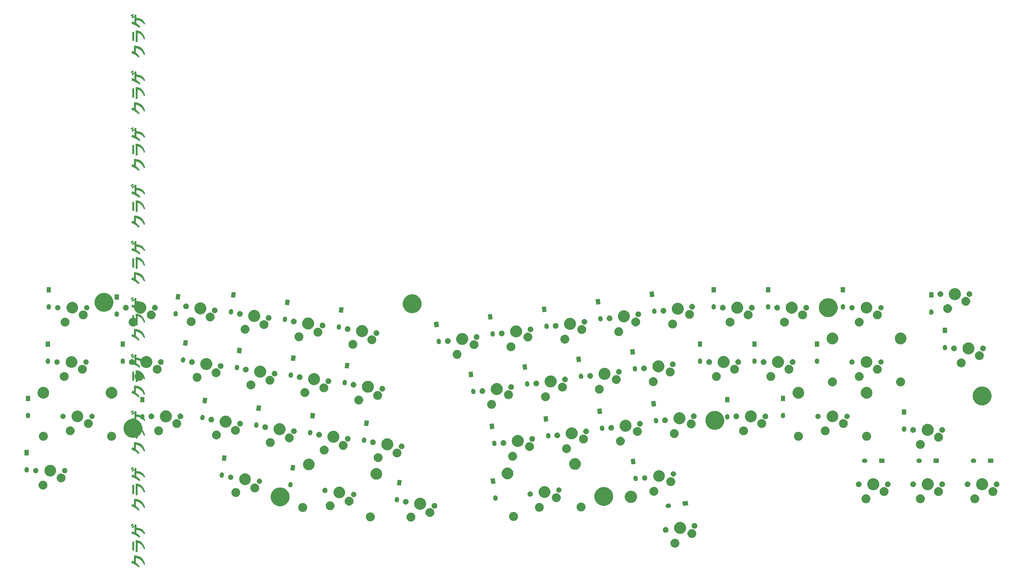
<source format=gts>
G04 #@! TF.GenerationSoftware,KiCad,Pcbnew,(5.1.4)-1*
G04 #@! TF.CreationDate,2020-10-14T03:50:37-04:00*
G04 #@! TF.ProjectId,kurage,6b757261-6765-42e6-9b69-6361645f7063,rev?*
G04 #@! TF.SameCoordinates,Original*
G04 #@! TF.FileFunction,Soldermask,Top*
G04 #@! TF.FilePolarity,Negative*
%FSLAX46Y46*%
G04 Gerber Fmt 4.6, Leading zero omitted, Abs format (unit mm)*
G04 Created by KiCad (PCBNEW (5.1.4)-1) date 2020-10-14 03:50:37*
%MOMM*%
%LPD*%
G04 APERTURE LIST*
%ADD10C,0.010000*%
%ADD11C,0.100000*%
G04 APERTURE END LIST*
D10*
G36*
X27213778Y35950910D02*
G01*
X27271689Y35866221D01*
X27311301Y35797897D01*
X27326284Y35757289D01*
X27324778Y35751939D01*
X27294874Y35727963D01*
X27232825Y35681177D01*
X27150332Y35620365D01*
X27122159Y35599837D01*
X27011505Y35515059D01*
X26895579Y35419344D01*
X26799112Y35333127D01*
X26797475Y35331567D01*
X26655469Y35196036D01*
X26373463Y35561200D01*
X26550015Y35726356D01*
X26658555Y35821897D01*
X26781097Y35920721D01*
X26893119Y36003150D01*
X26904703Y36011015D01*
X27082838Y36130516D01*
X27213778Y35950910D01*
X27213778Y35950910D01*
G37*
X27213778Y35950910D02*
X27271689Y35866221D01*
X27311301Y35797897D01*
X27326284Y35757289D01*
X27324778Y35751939D01*
X27294874Y35727963D01*
X27232825Y35681177D01*
X27150332Y35620365D01*
X27122159Y35599837D01*
X27011505Y35515059D01*
X26895579Y35419344D01*
X26799112Y35333127D01*
X26797475Y35331567D01*
X26655469Y35196036D01*
X26373463Y35561200D01*
X26550015Y35726356D01*
X26658555Y35821897D01*
X26781097Y35920721D01*
X26893119Y36003150D01*
X26904703Y36011015D01*
X27082838Y36130516D01*
X27213778Y35950910D01*
G36*
X27662710Y35114946D02*
G01*
X27453254Y34963458D01*
X27338819Y34877471D01*
X27220602Y34783411D01*
X27119818Y34698283D01*
X27097853Y34678584D01*
X26951909Y34545199D01*
X26893058Y34630311D01*
X26837323Y34706199D01*
X26770253Y34791430D01*
X26750847Y34814951D01*
X26667487Y34914479D01*
X26868708Y35086170D01*
X26978787Y35177303D01*
X27096019Y35269900D01*
X27199980Y35347946D01*
X27227915Y35367794D01*
X27385902Y35477728D01*
X27662710Y35114946D01*
X27662710Y35114946D01*
G37*
X27662710Y35114946D02*
X27453254Y34963458D01*
X27338819Y34877471D01*
X27220602Y34783411D01*
X27119818Y34698283D01*
X27097853Y34678584D01*
X26951909Y34545199D01*
X26893058Y34630311D01*
X26837323Y34706199D01*
X26770253Y34791430D01*
X26750847Y34814951D01*
X26667487Y34914479D01*
X26868708Y35086170D01*
X26978787Y35177303D01*
X27096019Y35269900D01*
X27199980Y35347946D01*
X27227915Y35367794D01*
X27385902Y35477728D01*
X27662710Y35114946D01*
G36*
X28318136Y34736396D02*
G01*
X28499862Y34717778D01*
X28658832Y34696112D01*
X28850651Y34661739D01*
X29056783Y34618681D01*
X29258689Y34570963D01*
X29437834Y34522608D01*
X29527078Y34494831D01*
X29739221Y34413532D01*
X29966125Y34309047D01*
X30182785Y34193521D01*
X30317667Y34110807D01*
X30543038Y33937385D01*
X30760749Y33723201D01*
X30959710Y33481427D01*
X31128831Y33225233D01*
X31233017Y33023597D01*
X31285939Y32904701D01*
X31316980Y32822017D01*
X31325520Y32762074D01*
X31310940Y32711400D01*
X31272619Y32656523D01*
X31212936Y32587400D01*
X31080638Y32436216D01*
X30945129Y32643585D01*
X30716931Y32944174D01*
X30449506Y33207753D01*
X30143167Y33434151D01*
X29798228Y33623197D01*
X29415003Y33774722D01*
X28993805Y33888554D01*
X28534947Y33964522D01*
X28514040Y33966976D01*
X28318136Y33989590D01*
X28318136Y32818535D01*
X28544394Y32667963D01*
X28790219Y32491519D01*
X29040858Y32288507D01*
X29277378Y32075025D01*
X29463039Y31886694D01*
X29663943Y31668358D01*
X29527789Y31476039D01*
X29466424Y31389365D01*
X29418544Y31321747D01*
X29391477Y31283532D01*
X29388075Y31278736D01*
X29366836Y31291822D01*
X29313387Y31331017D01*
X29237846Y31388829D01*
X29209357Y31411059D01*
X28851023Y31670295D01*
X28449394Y31921930D01*
X28015184Y32160241D01*
X27559107Y32379508D01*
X27091879Y32574010D01*
X26894935Y32646924D01*
X26647160Y32735201D01*
X26685665Y32860631D01*
X26712192Y32949677D01*
X26746023Y33066816D01*
X26780220Y33188007D01*
X26783065Y33198241D01*
X26814102Y33298269D01*
X26844435Y33376230D01*
X26868688Y33418814D01*
X26873712Y33422607D01*
X26910024Y33418195D01*
X26985321Y33397531D01*
X27088460Y33364554D01*
X27208299Y33323207D01*
X27333694Y33277430D01*
X27453503Y33231164D01*
X27556584Y33188352D01*
X27622338Y33157817D01*
X27723668Y33106558D01*
X27723668Y35809784D01*
X28318136Y35809784D01*
X28318136Y34736396D01*
X28318136Y34736396D01*
G37*
X28318136Y34736396D02*
X28499862Y34717778D01*
X28658832Y34696112D01*
X28850651Y34661739D01*
X29056783Y34618681D01*
X29258689Y34570963D01*
X29437834Y34522608D01*
X29527078Y34494831D01*
X29739221Y34413532D01*
X29966125Y34309047D01*
X30182785Y34193521D01*
X30317667Y34110807D01*
X30543038Y33937385D01*
X30760749Y33723201D01*
X30959710Y33481427D01*
X31128831Y33225233D01*
X31233017Y33023597D01*
X31285939Y32904701D01*
X31316980Y32822017D01*
X31325520Y32762074D01*
X31310940Y32711400D01*
X31272619Y32656523D01*
X31212936Y32587400D01*
X31080638Y32436216D01*
X30945129Y32643585D01*
X30716931Y32944174D01*
X30449506Y33207753D01*
X30143167Y33434151D01*
X29798228Y33623197D01*
X29415003Y33774722D01*
X28993805Y33888554D01*
X28534947Y33964522D01*
X28514040Y33966976D01*
X28318136Y33989590D01*
X28318136Y32818535D01*
X28544394Y32667963D01*
X28790219Y32491519D01*
X29040858Y32288507D01*
X29277378Y32075025D01*
X29463039Y31886694D01*
X29663943Y31668358D01*
X29527789Y31476039D01*
X29466424Y31389365D01*
X29418544Y31321747D01*
X29391477Y31283532D01*
X29388075Y31278736D01*
X29366836Y31291822D01*
X29313387Y31331017D01*
X29237846Y31388829D01*
X29209357Y31411059D01*
X28851023Y31670295D01*
X28449394Y31921930D01*
X28015184Y32160241D01*
X27559107Y32379508D01*
X27091879Y32574010D01*
X26894935Y32646924D01*
X26647160Y32735201D01*
X26685665Y32860631D01*
X26712192Y32949677D01*
X26746023Y33066816D01*
X26780220Y33188007D01*
X26783065Y33198241D01*
X26814102Y33298269D01*
X26844435Y33376230D01*
X26868688Y33418814D01*
X26873712Y33422607D01*
X26910024Y33418195D01*
X26985321Y33397531D01*
X27088460Y33364554D01*
X27208299Y33323207D01*
X27333694Y33277430D01*
X27453503Y33231164D01*
X27556584Y33188352D01*
X27622338Y33157817D01*
X27723668Y33106558D01*
X27723668Y35809784D01*
X28318136Y35809784D01*
X28318136Y34736396D01*
G36*
X27507497Y26730635D02*
G01*
X26913029Y26730635D01*
X26913029Y29811061D01*
X27507497Y29811061D01*
X27507497Y26730635D01*
X27507497Y26730635D01*
G37*
X27507497Y26730635D02*
X26913029Y26730635D01*
X26913029Y29811061D01*
X27507497Y29811061D01*
X27507497Y26730635D01*
G36*
X28432976Y30290705D02*
G01*
X28621777Y30279182D01*
X28778131Y30259489D01*
X28923403Y30228441D01*
X29007178Y30205116D01*
X29386729Y30064858D01*
X29739022Y29878847D01*
X30062421Y29648913D01*
X30355287Y29376889D01*
X30615984Y29064603D01*
X30842874Y28713887D01*
X31034320Y28326572D01*
X31188685Y27904489D01*
X31246144Y27701653D01*
X31309638Y27456545D01*
X31035068Y27194623D01*
X30963802Y27390097D01*
X30811478Y27744740D01*
X30616528Y28097113D01*
X30388637Y28431364D01*
X30157479Y28710035D01*
X30011859Y28851992D01*
X29834637Y28998995D01*
X29644685Y29136774D01*
X29460874Y29251064D01*
X29396367Y29285465D01*
X29308067Y29325287D01*
X29194128Y29370216D01*
X29068011Y29415705D01*
X28943174Y29457208D01*
X28833079Y29490176D01*
X28751184Y29510062D01*
X28720432Y29513827D01*
X28715872Y29487492D01*
X28711643Y29411233D01*
X28707806Y29289166D01*
X28704423Y29125410D01*
X28701554Y28924081D01*
X28699262Y28689297D01*
X28697608Y28425175D01*
X28696654Y28135833D01*
X28696434Y27906061D01*
X28696434Y26298295D01*
X28101965Y26298295D01*
X28101965Y30303968D01*
X28432976Y30290705D01*
X28432976Y30290705D01*
G37*
X28432976Y30290705D02*
X28621777Y30279182D01*
X28778131Y30259489D01*
X28923403Y30228441D01*
X29007178Y30205116D01*
X29386729Y30064858D01*
X29739022Y29878847D01*
X30062421Y29648913D01*
X30355287Y29376889D01*
X30615984Y29064603D01*
X30842874Y28713887D01*
X31034320Y28326572D01*
X31188685Y27904489D01*
X31246144Y27701653D01*
X31309638Y27456545D01*
X31035068Y27194623D01*
X30963802Y27390097D01*
X30811478Y27744740D01*
X30616528Y28097113D01*
X30388637Y28431364D01*
X30157479Y28710035D01*
X30011859Y28851992D01*
X29834637Y28998995D01*
X29644685Y29136774D01*
X29460874Y29251064D01*
X29396367Y29285465D01*
X29308067Y29325287D01*
X29194128Y29370216D01*
X29068011Y29415705D01*
X28943174Y29457208D01*
X28833079Y29490176D01*
X28751184Y29510062D01*
X28720432Y29513827D01*
X28715872Y29487492D01*
X28711643Y29411233D01*
X28707806Y29289166D01*
X28704423Y29125410D01*
X28701554Y28924081D01*
X28699262Y28689297D01*
X28697608Y28425175D01*
X28696654Y28135833D01*
X28696434Y27906061D01*
X28696434Y26298295D01*
X28101965Y26298295D01*
X28101965Y30303968D01*
X28432976Y30290705D01*
G36*
X27879040Y24966288D02*
G01*
X28319278Y24924005D01*
X28747915Y24835711D01*
X29157792Y24703632D01*
X29541748Y24529993D01*
X29829123Y24360216D01*
X30131038Y24130223D01*
X30404205Y23858749D01*
X30649626Y23544362D01*
X30868300Y23185628D01*
X31061230Y22781116D01*
X31213053Y22378595D01*
X31329527Y22032920D01*
X31173872Y21869732D01*
X31018216Y21706544D01*
X30990891Y21778415D01*
X30820116Y22172367D01*
X30619599Y22528891D01*
X30381880Y22859795D01*
X30121501Y23154243D01*
X29808267Y23441369D01*
X29463586Y23688535D01*
X29093563Y23892489D01*
X28704306Y24049978D01*
X28301921Y24157749D01*
X28203295Y24175986D01*
X28101965Y24193084D01*
X28104307Y22474784D01*
X28296110Y22339678D01*
X28425391Y22241149D01*
X28572315Y22117147D01*
X28724703Y21979078D01*
X28870372Y21838345D01*
X28997144Y21706354D01*
X29092838Y21594509D01*
X29095116Y21591566D01*
X29172303Y21485581D01*
X29253812Y21364774D01*
X29301552Y21288836D01*
X29397302Y21129697D01*
X29344741Y21059156D01*
X29271050Y20964548D01*
X29206576Y20889613D01*
X29158013Y20841411D01*
X29132053Y20827004D01*
X29129501Y20832081D01*
X29109331Y20863245D01*
X29054367Y20921774D01*
X28971904Y21001138D01*
X28869237Y21094804D01*
X28753660Y21196240D01*
X28632468Y21298913D01*
X28512956Y21396291D01*
X28411432Y21475082D01*
X28185380Y21634345D01*
X27920697Y21802553D01*
X27630297Y21972403D01*
X27327091Y22136592D01*
X27023992Y22287817D01*
X26771097Y22402866D01*
X26642676Y22458297D01*
X26763674Y22801387D01*
X26808581Y22927661D01*
X26847076Y23033909D01*
X26875654Y23110601D01*
X26890807Y23148210D01*
X26892095Y23150396D01*
X26918206Y23142554D01*
X26983266Y23116754D01*
X27076945Y23077226D01*
X27169731Y23036714D01*
X27282982Y22986614D01*
X27379554Y22943943D01*
X27447708Y22913884D01*
X27473721Y22902472D01*
X27482599Y22909032D01*
X27489878Y22939883D01*
X27495690Y22999136D01*
X27500172Y23090902D01*
X27503458Y23219294D01*
X27505681Y23388421D01*
X27506977Y23602396D01*
X27507480Y23865331D01*
X27507497Y23934822D01*
X27507497Y24981811D01*
X27879040Y24966288D01*
X27879040Y24966288D01*
G37*
X27879040Y24966288D02*
X28319278Y24924005D01*
X28747915Y24835711D01*
X29157792Y24703632D01*
X29541748Y24529993D01*
X29829123Y24360216D01*
X30131038Y24130223D01*
X30404205Y23858749D01*
X30649626Y23544362D01*
X30868300Y23185628D01*
X31061230Y22781116D01*
X31213053Y22378595D01*
X31329527Y22032920D01*
X31173872Y21869732D01*
X31018216Y21706544D01*
X30990891Y21778415D01*
X30820116Y22172367D01*
X30619599Y22528891D01*
X30381880Y22859795D01*
X30121501Y23154243D01*
X29808267Y23441369D01*
X29463586Y23688535D01*
X29093563Y23892489D01*
X28704306Y24049978D01*
X28301921Y24157749D01*
X28203295Y24175986D01*
X28101965Y24193084D01*
X28104307Y22474784D01*
X28296110Y22339678D01*
X28425391Y22241149D01*
X28572315Y22117147D01*
X28724703Y21979078D01*
X28870372Y21838345D01*
X28997144Y21706354D01*
X29092838Y21594509D01*
X29095116Y21591566D01*
X29172303Y21485581D01*
X29253812Y21364774D01*
X29301552Y21288836D01*
X29397302Y21129697D01*
X29344741Y21059156D01*
X29271050Y20964548D01*
X29206576Y20889613D01*
X29158013Y20841411D01*
X29132053Y20827004D01*
X29129501Y20832081D01*
X29109331Y20863245D01*
X29054367Y20921774D01*
X28971904Y21001138D01*
X28869237Y21094804D01*
X28753660Y21196240D01*
X28632468Y21298913D01*
X28512956Y21396291D01*
X28411432Y21475082D01*
X28185380Y21634345D01*
X27920697Y21802553D01*
X27630297Y21972403D01*
X27327091Y22136592D01*
X27023992Y22287817D01*
X26771097Y22402866D01*
X26642676Y22458297D01*
X26763674Y22801387D01*
X26808581Y22927661D01*
X26847076Y23033909D01*
X26875654Y23110601D01*
X26890807Y23148210D01*
X26892095Y23150396D01*
X26918206Y23142554D01*
X26983266Y23116754D01*
X27076945Y23077226D01*
X27169731Y23036714D01*
X27282982Y22986614D01*
X27379554Y22943943D01*
X27447708Y22913884D01*
X27473721Y22902472D01*
X27482599Y22909032D01*
X27489878Y22939883D01*
X27495690Y22999136D01*
X27500172Y23090902D01*
X27503458Y23219294D01*
X27505681Y23388421D01*
X27506977Y23602396D01*
X27507480Y23865331D01*
X27507497Y23934822D01*
X27507497Y24981811D01*
X27879040Y24966288D01*
G36*
X27213778Y16090271D02*
G01*
X27271689Y16005582D01*
X27311301Y15937258D01*
X27326284Y15896651D01*
X27324778Y15891301D01*
X27294874Y15867324D01*
X27232825Y15820538D01*
X27150332Y15759726D01*
X27122159Y15739198D01*
X27011505Y15654420D01*
X26895579Y15558706D01*
X26799112Y15472489D01*
X26797475Y15470929D01*
X26655469Y15335398D01*
X26514466Y15517980D01*
X26373463Y15700561D01*
X26550015Y15865718D01*
X26658555Y15961258D01*
X26781097Y16060083D01*
X26893119Y16142512D01*
X26904703Y16150376D01*
X27082838Y16269878D01*
X27213778Y16090271D01*
X27213778Y16090271D01*
G37*
X27213778Y16090271D02*
X27271689Y16005582D01*
X27311301Y15937258D01*
X27326284Y15896651D01*
X27324778Y15891301D01*
X27294874Y15867324D01*
X27232825Y15820538D01*
X27150332Y15759726D01*
X27122159Y15739198D01*
X27011505Y15654420D01*
X26895579Y15558706D01*
X26799112Y15472489D01*
X26797475Y15470929D01*
X26655469Y15335398D01*
X26514466Y15517980D01*
X26373463Y15700561D01*
X26550015Y15865718D01*
X26658555Y15961258D01*
X26781097Y16060083D01*
X26893119Y16142512D01*
X26904703Y16150376D01*
X27082838Y16269878D01*
X27213778Y16090271D01*
G36*
X27524306Y15435698D02*
G01*
X27662710Y15254308D01*
X27453254Y15102819D01*
X27338819Y15016832D01*
X27220602Y14922772D01*
X27119818Y14837644D01*
X27097853Y14817946D01*
X26951909Y14684561D01*
X26893058Y14769673D01*
X26837323Y14845561D01*
X26770253Y14930792D01*
X26750847Y14954312D01*
X26667487Y15053840D01*
X26868708Y15225531D01*
X26978787Y15316665D01*
X27096019Y15409261D01*
X27199980Y15487308D01*
X27227915Y15507156D01*
X27385902Y15617089D01*
X27524306Y15435698D01*
X27524306Y15435698D01*
G37*
X27524306Y15435698D02*
X27662710Y15254308D01*
X27453254Y15102819D01*
X27338819Y15016832D01*
X27220602Y14922772D01*
X27119818Y14837644D01*
X27097853Y14817946D01*
X26951909Y14684561D01*
X26893058Y14769673D01*
X26837323Y14845561D01*
X26770253Y14930792D01*
X26750847Y14954312D01*
X26667487Y15053840D01*
X26868708Y15225531D01*
X26978787Y15316665D01*
X27096019Y15409261D01*
X27199980Y15487308D01*
X27227915Y15507156D01*
X27385902Y15617089D01*
X27524306Y15435698D01*
G36*
X28318136Y14875758D02*
G01*
X28499862Y14857139D01*
X28658832Y14835474D01*
X28850651Y14801100D01*
X29056783Y14758043D01*
X29258689Y14710325D01*
X29437834Y14661970D01*
X29527078Y14634193D01*
X29739221Y14552894D01*
X29966125Y14448409D01*
X30182785Y14332883D01*
X30317667Y14250169D01*
X30543038Y14076747D01*
X30760749Y13862563D01*
X30959710Y13620788D01*
X31128831Y13364595D01*
X31233017Y13162959D01*
X31285939Y13044062D01*
X31316980Y12961379D01*
X31325520Y12901436D01*
X31310940Y12850762D01*
X31272619Y12795885D01*
X31212936Y12726761D01*
X31080638Y12575578D01*
X30945129Y12782947D01*
X30716931Y13083536D01*
X30449506Y13347114D01*
X30143167Y13573512D01*
X29798228Y13762559D01*
X29415003Y13914084D01*
X28993805Y14027916D01*
X28534947Y14103884D01*
X28514040Y14106338D01*
X28318136Y14128952D01*
X28318136Y12957896D01*
X28544394Y12807325D01*
X28790219Y12630881D01*
X29040858Y12427868D01*
X29277378Y12214387D01*
X29463039Y12026055D01*
X29663943Y11807720D01*
X29527789Y11615401D01*
X29466424Y11528727D01*
X29418544Y11461109D01*
X29391477Y11422894D01*
X29388075Y11418098D01*
X29366836Y11431184D01*
X29313387Y11470378D01*
X29237846Y11528191D01*
X29209357Y11550421D01*
X28851023Y11809657D01*
X28449394Y12061291D01*
X28015184Y12299603D01*
X27559107Y12518870D01*
X27091879Y12713371D01*
X26894935Y12786286D01*
X26647160Y12874562D01*
X26685665Y12999992D01*
X26712192Y13089039D01*
X26746023Y13206178D01*
X26780220Y13327369D01*
X26783065Y13337603D01*
X26814102Y13437631D01*
X26844435Y13515592D01*
X26868688Y13558176D01*
X26873712Y13561968D01*
X26910024Y13557557D01*
X26985321Y13536892D01*
X27088460Y13503916D01*
X27208299Y13462568D01*
X27333694Y13416791D01*
X27453503Y13370526D01*
X27556584Y13327714D01*
X27622338Y13297178D01*
X27723668Y13245920D01*
X27723668Y15949146D01*
X28318136Y15949146D01*
X28318136Y14875758D01*
X28318136Y14875758D01*
G37*
X28318136Y14875758D02*
X28499862Y14857139D01*
X28658832Y14835474D01*
X28850651Y14801100D01*
X29056783Y14758043D01*
X29258689Y14710325D01*
X29437834Y14661970D01*
X29527078Y14634193D01*
X29739221Y14552894D01*
X29966125Y14448409D01*
X30182785Y14332883D01*
X30317667Y14250169D01*
X30543038Y14076747D01*
X30760749Y13862563D01*
X30959710Y13620788D01*
X31128831Y13364595D01*
X31233017Y13162959D01*
X31285939Y13044062D01*
X31316980Y12961379D01*
X31325520Y12901436D01*
X31310940Y12850762D01*
X31272619Y12795885D01*
X31212936Y12726761D01*
X31080638Y12575578D01*
X30945129Y12782947D01*
X30716931Y13083536D01*
X30449506Y13347114D01*
X30143167Y13573512D01*
X29798228Y13762559D01*
X29415003Y13914084D01*
X28993805Y14027916D01*
X28534947Y14103884D01*
X28514040Y14106338D01*
X28318136Y14128952D01*
X28318136Y12957896D01*
X28544394Y12807325D01*
X28790219Y12630881D01*
X29040858Y12427868D01*
X29277378Y12214387D01*
X29463039Y12026055D01*
X29663943Y11807720D01*
X29527789Y11615401D01*
X29466424Y11528727D01*
X29418544Y11461109D01*
X29391477Y11422894D01*
X29388075Y11418098D01*
X29366836Y11431184D01*
X29313387Y11470378D01*
X29237846Y11528191D01*
X29209357Y11550421D01*
X28851023Y11809657D01*
X28449394Y12061291D01*
X28015184Y12299603D01*
X27559107Y12518870D01*
X27091879Y12713371D01*
X26894935Y12786286D01*
X26647160Y12874562D01*
X26685665Y12999992D01*
X26712192Y13089039D01*
X26746023Y13206178D01*
X26780220Y13327369D01*
X26783065Y13337603D01*
X26814102Y13437631D01*
X26844435Y13515592D01*
X26868688Y13558176D01*
X26873712Y13561968D01*
X26910024Y13557557D01*
X26985321Y13536892D01*
X27088460Y13503916D01*
X27208299Y13462568D01*
X27333694Y13416791D01*
X27453503Y13370526D01*
X27556584Y13327714D01*
X27622338Y13297178D01*
X27723668Y13245920D01*
X27723668Y15949146D01*
X28318136Y15949146D01*
X28318136Y14875758D01*
G36*
X27507497Y6869997D02*
G01*
X26913029Y6869997D01*
X26913029Y9950423D01*
X27507497Y9950423D01*
X27507497Y6869997D01*
X27507497Y6869997D01*
G37*
X27507497Y6869997D02*
X26913029Y6869997D01*
X26913029Y9950423D01*
X27507497Y9950423D01*
X27507497Y6869997D01*
G36*
X28432976Y10430067D02*
G01*
X28621777Y10418544D01*
X28778131Y10398850D01*
X28923403Y10367803D01*
X29007178Y10344478D01*
X29386729Y10204219D01*
X29739022Y10018208D01*
X30062421Y9788275D01*
X30355287Y9516250D01*
X30615984Y9203965D01*
X30842874Y8853249D01*
X31034320Y8465934D01*
X31188685Y8043850D01*
X31246144Y7841015D01*
X31309638Y7595907D01*
X31035068Y7333985D01*
X30963802Y7529458D01*
X30811478Y7884102D01*
X30616528Y8236475D01*
X30388637Y8570726D01*
X30157479Y8849397D01*
X30011859Y8991354D01*
X29834637Y9138356D01*
X29644685Y9276136D01*
X29460874Y9390426D01*
X29396367Y9424827D01*
X29308067Y9464648D01*
X29194128Y9509578D01*
X29068011Y9555067D01*
X28943174Y9596569D01*
X28833079Y9629537D01*
X28751184Y9649423D01*
X28720432Y9653188D01*
X28715872Y9626854D01*
X28711643Y9550594D01*
X28707806Y9428528D01*
X28704423Y9264772D01*
X28701554Y9063443D01*
X28699262Y8828659D01*
X28697608Y8564537D01*
X28696654Y8275195D01*
X28696434Y8045423D01*
X28696434Y6437657D01*
X28101965Y6437657D01*
X28101965Y10443330D01*
X28432976Y10430067D01*
X28432976Y10430067D01*
G37*
X28432976Y10430067D02*
X28621777Y10418544D01*
X28778131Y10398850D01*
X28923403Y10367803D01*
X29007178Y10344478D01*
X29386729Y10204219D01*
X29739022Y10018208D01*
X30062421Y9788275D01*
X30355287Y9516250D01*
X30615984Y9203965D01*
X30842874Y8853249D01*
X31034320Y8465934D01*
X31188685Y8043850D01*
X31246144Y7841015D01*
X31309638Y7595907D01*
X31035068Y7333985D01*
X30963802Y7529458D01*
X30811478Y7884102D01*
X30616528Y8236475D01*
X30388637Y8570726D01*
X30157479Y8849397D01*
X30011859Y8991354D01*
X29834637Y9138356D01*
X29644685Y9276136D01*
X29460874Y9390426D01*
X29396367Y9424827D01*
X29308067Y9464648D01*
X29194128Y9509578D01*
X29068011Y9555067D01*
X28943174Y9596569D01*
X28833079Y9629537D01*
X28751184Y9649423D01*
X28720432Y9653188D01*
X28715872Y9626854D01*
X28711643Y9550594D01*
X28707806Y9428528D01*
X28704423Y9264772D01*
X28701554Y9063443D01*
X28699262Y8828659D01*
X28697608Y8564537D01*
X28696654Y8275195D01*
X28696434Y8045423D01*
X28696434Y6437657D01*
X28101965Y6437657D01*
X28101965Y10443330D01*
X28432976Y10430067D01*
G36*
X27879040Y5105650D02*
G01*
X28319278Y5063367D01*
X28747915Y4975073D01*
X29157792Y4842994D01*
X29541748Y4669354D01*
X29829123Y4499578D01*
X30131038Y4269584D01*
X30404205Y3998110D01*
X30649626Y3683723D01*
X30868300Y3324990D01*
X31061230Y2920477D01*
X31213053Y2517957D01*
X31329527Y2172282D01*
X31173872Y2009094D01*
X31018216Y1845905D01*
X30990891Y1917777D01*
X30820116Y2311729D01*
X30619599Y2668253D01*
X30381880Y2999157D01*
X30121501Y3293605D01*
X29808267Y3580731D01*
X29463586Y3827897D01*
X29093563Y4031851D01*
X28704306Y4189340D01*
X28301921Y4297110D01*
X28203295Y4315347D01*
X28101965Y4332446D01*
X28104307Y2614146D01*
X28296110Y2479040D01*
X28425391Y2380510D01*
X28572315Y2256509D01*
X28724703Y2118440D01*
X28870372Y1977707D01*
X28997144Y1845716D01*
X29092838Y1733871D01*
X29095116Y1730927D01*
X29172303Y1624943D01*
X29253812Y1504136D01*
X29301552Y1428198D01*
X29397302Y1269059D01*
X29344741Y1198517D01*
X29271050Y1103910D01*
X29206576Y1028974D01*
X29158013Y980772D01*
X29132053Y966366D01*
X29129501Y971443D01*
X29109331Y1002606D01*
X29054367Y1061136D01*
X28971904Y1140500D01*
X28869237Y1234166D01*
X28753660Y1335601D01*
X28632468Y1438274D01*
X28512956Y1535653D01*
X28411432Y1614443D01*
X28185380Y1773706D01*
X27920697Y1941915D01*
X27630297Y2111765D01*
X27327091Y2275954D01*
X27023992Y2427179D01*
X26771097Y2542227D01*
X26642676Y2597659D01*
X26763674Y2940748D01*
X26808581Y3067023D01*
X26847076Y3173270D01*
X26875654Y3249963D01*
X26890807Y3287572D01*
X26892095Y3289758D01*
X26918206Y3281915D01*
X26983266Y3256116D01*
X27076945Y3216588D01*
X27169731Y3176075D01*
X27282982Y3125975D01*
X27379554Y3083304D01*
X27447708Y3053246D01*
X27473721Y3041834D01*
X27482599Y3048394D01*
X27489878Y3079245D01*
X27495690Y3138498D01*
X27500172Y3230264D01*
X27503458Y3358655D01*
X27505681Y3527783D01*
X27506977Y3741758D01*
X27507480Y4004692D01*
X27507497Y4074183D01*
X27507497Y5121173D01*
X27879040Y5105650D01*
X27879040Y5105650D01*
G37*
X27879040Y5105650D02*
X28319278Y5063367D01*
X28747915Y4975073D01*
X29157792Y4842994D01*
X29541748Y4669354D01*
X29829123Y4499578D01*
X30131038Y4269584D01*
X30404205Y3998110D01*
X30649626Y3683723D01*
X30868300Y3324990D01*
X31061230Y2920477D01*
X31213053Y2517957D01*
X31329527Y2172282D01*
X31173872Y2009094D01*
X31018216Y1845905D01*
X30990891Y1917777D01*
X30820116Y2311729D01*
X30619599Y2668253D01*
X30381880Y2999157D01*
X30121501Y3293605D01*
X29808267Y3580731D01*
X29463586Y3827897D01*
X29093563Y4031851D01*
X28704306Y4189340D01*
X28301921Y4297110D01*
X28203295Y4315347D01*
X28101965Y4332446D01*
X28104307Y2614146D01*
X28296110Y2479040D01*
X28425391Y2380510D01*
X28572315Y2256509D01*
X28724703Y2118440D01*
X28870372Y1977707D01*
X28997144Y1845716D01*
X29092838Y1733871D01*
X29095116Y1730927D01*
X29172303Y1624943D01*
X29253812Y1504136D01*
X29301552Y1428198D01*
X29397302Y1269059D01*
X29344741Y1198517D01*
X29271050Y1103910D01*
X29206576Y1028974D01*
X29158013Y980772D01*
X29132053Y966366D01*
X29129501Y971443D01*
X29109331Y1002606D01*
X29054367Y1061136D01*
X28971904Y1140500D01*
X28869237Y1234166D01*
X28753660Y1335601D01*
X28632468Y1438274D01*
X28512956Y1535653D01*
X28411432Y1614443D01*
X28185380Y1773706D01*
X27920697Y1941915D01*
X27630297Y2111765D01*
X27327091Y2275954D01*
X27023992Y2427179D01*
X26771097Y2542227D01*
X26642676Y2597659D01*
X26763674Y2940748D01*
X26808581Y3067023D01*
X26847076Y3173270D01*
X26875654Y3249963D01*
X26890807Y3287572D01*
X26892095Y3289758D01*
X26918206Y3281915D01*
X26983266Y3256116D01*
X27076945Y3216588D01*
X27169731Y3176075D01*
X27282982Y3125975D01*
X27379554Y3083304D01*
X27447708Y3053246D01*
X27473721Y3041834D01*
X27482599Y3048394D01*
X27489878Y3079245D01*
X27495690Y3138498D01*
X27500172Y3230264D01*
X27503458Y3358655D01*
X27505681Y3527783D01*
X27506977Y3741758D01*
X27507480Y4004692D01*
X27507497Y4074183D01*
X27507497Y5121173D01*
X27879040Y5105650D01*
G36*
X27213778Y-3770367D02*
G01*
X27271689Y-3855056D01*
X27311301Y-3923380D01*
X27326284Y-3963987D01*
X27324778Y-3969338D01*
X27294874Y-3993314D01*
X27232825Y-4040100D01*
X27150332Y-4100912D01*
X27122159Y-4121440D01*
X27011505Y-4206218D01*
X26895579Y-4301932D01*
X26799112Y-4388149D01*
X26797475Y-4389709D01*
X26655469Y-4525240D01*
X26514466Y-4342658D01*
X26373463Y-4160077D01*
X26550015Y-3994920D01*
X26658555Y-3899380D01*
X26781097Y-3800555D01*
X26893119Y-3718126D01*
X26904703Y-3710262D01*
X27082838Y-3590761D01*
X27213778Y-3770367D01*
X27213778Y-3770367D01*
G37*
X27213778Y-3770367D02*
X27271689Y-3855056D01*
X27311301Y-3923380D01*
X27326284Y-3963987D01*
X27324778Y-3969338D01*
X27294874Y-3993314D01*
X27232825Y-4040100D01*
X27150332Y-4100912D01*
X27122159Y-4121440D01*
X27011505Y-4206218D01*
X26895579Y-4301932D01*
X26799112Y-4388149D01*
X26797475Y-4389709D01*
X26655469Y-4525240D01*
X26514466Y-4342658D01*
X26373463Y-4160077D01*
X26550015Y-3994920D01*
X26658555Y-3899380D01*
X26781097Y-3800555D01*
X26893119Y-3718126D01*
X26904703Y-3710262D01*
X27082838Y-3590761D01*
X27213778Y-3770367D01*
G36*
X27662710Y-4606331D02*
G01*
X27453254Y-4757819D01*
X27338819Y-4843806D01*
X27220602Y-4937866D01*
X27119818Y-5022994D01*
X27097853Y-5042692D01*
X26951909Y-5176077D01*
X26893058Y-5090966D01*
X26837323Y-5015077D01*
X26770253Y-4929847D01*
X26750847Y-4906326D01*
X26667487Y-4806798D01*
X26868708Y-4635107D01*
X26978787Y-4543973D01*
X27096019Y-4451377D01*
X27199980Y-4373331D01*
X27227915Y-4353482D01*
X27385902Y-4243549D01*
X27662710Y-4606331D01*
X27662710Y-4606331D01*
G37*
X27662710Y-4606331D02*
X27453254Y-4757819D01*
X27338819Y-4843806D01*
X27220602Y-4937866D01*
X27119818Y-5022994D01*
X27097853Y-5042692D01*
X26951909Y-5176077D01*
X26893058Y-5090966D01*
X26837323Y-5015077D01*
X26770253Y-4929847D01*
X26750847Y-4906326D01*
X26667487Y-4806798D01*
X26868708Y-4635107D01*
X26978787Y-4543973D01*
X27096019Y-4451377D01*
X27199980Y-4373331D01*
X27227915Y-4353482D01*
X27385902Y-4243549D01*
X27662710Y-4606331D01*
G36*
X28318136Y-4984880D02*
G01*
X28499862Y-5003499D01*
X28658832Y-5025165D01*
X28850651Y-5059538D01*
X29056783Y-5102595D01*
X29258689Y-5150313D01*
X29437834Y-5198668D01*
X29527078Y-5226446D01*
X29739221Y-5307744D01*
X29966125Y-5412229D01*
X30182785Y-5527755D01*
X30317667Y-5610469D01*
X30543038Y-5783891D01*
X30760749Y-5998075D01*
X30959710Y-6239850D01*
X31128831Y-6496044D01*
X31233017Y-6697679D01*
X31285939Y-6816576D01*
X31316980Y-6899260D01*
X31325520Y-6959202D01*
X31310940Y-7009876D01*
X31272619Y-7064753D01*
X31212936Y-7133877D01*
X31080638Y-7285060D01*
X30945129Y-7077691D01*
X30716931Y-6777103D01*
X30449506Y-6513524D01*
X30143167Y-6287126D01*
X29798228Y-6098079D01*
X29415003Y-5946555D01*
X28993805Y-5832723D01*
X28534947Y-5756754D01*
X28514040Y-5754300D01*
X28318136Y-5731686D01*
X28318136Y-6902742D01*
X28544394Y-7053314D01*
X28790219Y-7229757D01*
X29040858Y-7432770D01*
X29277378Y-7646251D01*
X29463039Y-7834583D01*
X29663943Y-8052918D01*
X29527789Y-8245237D01*
X29466424Y-8331911D01*
X29418544Y-8399530D01*
X29391477Y-8437744D01*
X29388075Y-8442540D01*
X29366836Y-8429455D01*
X29313387Y-8390260D01*
X29237846Y-8332447D01*
X29209357Y-8310218D01*
X28851023Y-8050982D01*
X28449394Y-7799347D01*
X28015184Y-7561035D01*
X27559107Y-7341768D01*
X27091879Y-7147267D01*
X26894935Y-7074352D01*
X26647160Y-6986076D01*
X26685665Y-6860646D01*
X26712192Y-6771599D01*
X26746023Y-6654460D01*
X26780220Y-6533269D01*
X26783065Y-6523035D01*
X26814102Y-6423007D01*
X26844435Y-6345046D01*
X26868688Y-6302463D01*
X26873712Y-6298670D01*
X26910024Y-6303081D01*
X26985321Y-6323746D01*
X27088460Y-6356723D01*
X27208299Y-6398070D01*
X27333694Y-6443847D01*
X27453503Y-6490112D01*
X27556584Y-6532925D01*
X27622338Y-6563460D01*
X27723668Y-6614718D01*
X27723668Y-3911492D01*
X28318136Y-3911492D01*
X28318136Y-4984880D01*
X28318136Y-4984880D01*
G37*
X28318136Y-4984880D02*
X28499862Y-5003499D01*
X28658832Y-5025165D01*
X28850651Y-5059538D01*
X29056783Y-5102595D01*
X29258689Y-5150313D01*
X29437834Y-5198668D01*
X29527078Y-5226446D01*
X29739221Y-5307744D01*
X29966125Y-5412229D01*
X30182785Y-5527755D01*
X30317667Y-5610469D01*
X30543038Y-5783891D01*
X30760749Y-5998075D01*
X30959710Y-6239850D01*
X31128831Y-6496044D01*
X31233017Y-6697679D01*
X31285939Y-6816576D01*
X31316980Y-6899260D01*
X31325520Y-6959202D01*
X31310940Y-7009876D01*
X31272619Y-7064753D01*
X31212936Y-7133877D01*
X31080638Y-7285060D01*
X30945129Y-7077691D01*
X30716931Y-6777103D01*
X30449506Y-6513524D01*
X30143167Y-6287126D01*
X29798228Y-6098079D01*
X29415003Y-5946555D01*
X28993805Y-5832723D01*
X28534947Y-5756754D01*
X28514040Y-5754300D01*
X28318136Y-5731686D01*
X28318136Y-6902742D01*
X28544394Y-7053314D01*
X28790219Y-7229757D01*
X29040858Y-7432770D01*
X29277378Y-7646251D01*
X29463039Y-7834583D01*
X29663943Y-8052918D01*
X29527789Y-8245237D01*
X29466424Y-8331911D01*
X29418544Y-8399530D01*
X29391477Y-8437744D01*
X29388075Y-8442540D01*
X29366836Y-8429455D01*
X29313387Y-8390260D01*
X29237846Y-8332447D01*
X29209357Y-8310218D01*
X28851023Y-8050982D01*
X28449394Y-7799347D01*
X28015184Y-7561035D01*
X27559107Y-7341768D01*
X27091879Y-7147267D01*
X26894935Y-7074352D01*
X26647160Y-6986076D01*
X26685665Y-6860646D01*
X26712192Y-6771599D01*
X26746023Y-6654460D01*
X26780220Y-6533269D01*
X26783065Y-6523035D01*
X26814102Y-6423007D01*
X26844435Y-6345046D01*
X26868688Y-6302463D01*
X26873712Y-6298670D01*
X26910024Y-6303081D01*
X26985321Y-6323746D01*
X27088460Y-6356723D01*
X27208299Y-6398070D01*
X27333694Y-6443847D01*
X27453503Y-6490112D01*
X27556584Y-6532925D01*
X27622338Y-6563460D01*
X27723668Y-6614718D01*
X27723668Y-3911492D01*
X28318136Y-3911492D01*
X28318136Y-4984880D01*
G36*
X27507497Y-12990641D02*
G01*
X26913029Y-12990641D01*
X26913029Y-9910216D01*
X27507497Y-9910216D01*
X27507497Y-12990641D01*
X27507497Y-12990641D01*
G37*
X27507497Y-12990641D02*
X26913029Y-12990641D01*
X26913029Y-9910216D01*
X27507497Y-9910216D01*
X27507497Y-12990641D01*
G36*
X28432976Y-9430571D02*
G01*
X28621777Y-9442095D01*
X28778131Y-9461788D01*
X28923403Y-9492836D01*
X29007178Y-9516161D01*
X29386729Y-9656419D01*
X29739022Y-9842430D01*
X30062421Y-10072363D01*
X30355287Y-10344388D01*
X30615984Y-10656674D01*
X30842874Y-11007389D01*
X31034320Y-11394704D01*
X31188685Y-11816788D01*
X31246144Y-12019623D01*
X31309638Y-12264732D01*
X31172353Y-12395692D01*
X31035068Y-12526653D01*
X30963802Y-12331180D01*
X30811478Y-11976536D01*
X30616528Y-11624163D01*
X30388637Y-11289912D01*
X30157479Y-11011241D01*
X30011859Y-10869284D01*
X29834637Y-10722282D01*
X29644685Y-10584502D01*
X29460874Y-10470212D01*
X29396367Y-10435812D01*
X29308067Y-10395990D01*
X29194128Y-10351061D01*
X29068011Y-10305571D01*
X28943174Y-10264069D01*
X28833079Y-10231101D01*
X28751184Y-10211215D01*
X28720432Y-10207450D01*
X28715872Y-10233785D01*
X28711643Y-10310044D01*
X28707806Y-10432110D01*
X28704423Y-10595867D01*
X28701554Y-10797195D01*
X28699262Y-11031979D01*
X28697608Y-11296101D01*
X28696654Y-11585444D01*
X28696434Y-11815216D01*
X28696434Y-13422982D01*
X28101965Y-13422982D01*
X28101965Y-9417309D01*
X28432976Y-9430571D01*
X28432976Y-9430571D01*
G37*
X28432976Y-9430571D02*
X28621777Y-9442095D01*
X28778131Y-9461788D01*
X28923403Y-9492836D01*
X29007178Y-9516161D01*
X29386729Y-9656419D01*
X29739022Y-9842430D01*
X30062421Y-10072363D01*
X30355287Y-10344388D01*
X30615984Y-10656674D01*
X30842874Y-11007389D01*
X31034320Y-11394704D01*
X31188685Y-11816788D01*
X31246144Y-12019623D01*
X31309638Y-12264732D01*
X31172353Y-12395692D01*
X31035068Y-12526653D01*
X30963802Y-12331180D01*
X30811478Y-11976536D01*
X30616528Y-11624163D01*
X30388637Y-11289912D01*
X30157479Y-11011241D01*
X30011859Y-10869284D01*
X29834637Y-10722282D01*
X29644685Y-10584502D01*
X29460874Y-10470212D01*
X29396367Y-10435812D01*
X29308067Y-10395990D01*
X29194128Y-10351061D01*
X29068011Y-10305571D01*
X28943174Y-10264069D01*
X28833079Y-10231101D01*
X28751184Y-10211215D01*
X28720432Y-10207450D01*
X28715872Y-10233785D01*
X28711643Y-10310044D01*
X28707806Y-10432110D01*
X28704423Y-10595867D01*
X28701554Y-10797195D01*
X28699262Y-11031979D01*
X28697608Y-11296101D01*
X28696654Y-11585444D01*
X28696434Y-11815216D01*
X28696434Y-13422982D01*
X28101965Y-13422982D01*
X28101965Y-9417309D01*
X28432976Y-9430571D01*
G36*
X27879040Y-14754989D02*
G01*
X28319278Y-14797272D01*
X28747915Y-14885565D01*
X29157792Y-15017644D01*
X29541748Y-15191284D01*
X29829123Y-15361061D01*
X30131038Y-15591054D01*
X30404205Y-15862528D01*
X30649626Y-16176915D01*
X30868300Y-16535648D01*
X31061230Y-16940161D01*
X31213053Y-17342681D01*
X31329527Y-17688356D01*
X31173872Y-17851545D01*
X31018216Y-18014733D01*
X30990891Y-17942861D01*
X30820116Y-17548909D01*
X30619599Y-17192386D01*
X30381880Y-16861482D01*
X30121501Y-16567033D01*
X29808267Y-16279908D01*
X29463586Y-16032741D01*
X29093563Y-15828788D01*
X28704306Y-15671299D01*
X28301921Y-15563528D01*
X28203295Y-15545291D01*
X28101965Y-15528192D01*
X28104307Y-17246492D01*
X28296110Y-17381599D01*
X28425391Y-17480128D01*
X28572315Y-17604129D01*
X28724703Y-17742199D01*
X28870372Y-17882931D01*
X28997144Y-18014922D01*
X29092838Y-18126767D01*
X29095116Y-18129711D01*
X29172303Y-18235695D01*
X29253812Y-18356503D01*
X29301552Y-18432440D01*
X29397302Y-18591579D01*
X29344741Y-18662121D01*
X29271050Y-18756728D01*
X29206576Y-18831664D01*
X29158013Y-18879866D01*
X29132053Y-18894272D01*
X29129501Y-18889195D01*
X29109331Y-18858032D01*
X29054367Y-18799502D01*
X28971904Y-18720138D01*
X28869237Y-18626473D01*
X28753660Y-18525037D01*
X28632468Y-18422364D01*
X28512956Y-18324985D01*
X28411432Y-18246195D01*
X28185380Y-18086932D01*
X27920697Y-17918724D01*
X27630297Y-17748873D01*
X27327091Y-17584684D01*
X27023992Y-17433460D01*
X26771097Y-17318411D01*
X26642676Y-17262980D01*
X26763674Y-16919890D01*
X26808581Y-16793616D01*
X26847076Y-16687368D01*
X26875654Y-16610675D01*
X26890807Y-16573066D01*
X26892095Y-16570881D01*
X26918206Y-16578723D01*
X26983266Y-16604523D01*
X27076945Y-16644051D01*
X27169731Y-16684563D01*
X27282982Y-16734663D01*
X27379554Y-16777334D01*
X27447708Y-16807393D01*
X27473721Y-16818805D01*
X27482599Y-16812244D01*
X27489878Y-16781393D01*
X27495690Y-16722140D01*
X27500172Y-16630374D01*
X27503458Y-16501983D01*
X27505681Y-16332856D01*
X27506977Y-16118880D01*
X27507480Y-15855946D01*
X27507497Y-15786455D01*
X27507497Y-14739466D01*
X27879040Y-14754989D01*
X27879040Y-14754989D01*
G37*
X27879040Y-14754989D02*
X28319278Y-14797272D01*
X28747915Y-14885565D01*
X29157792Y-15017644D01*
X29541748Y-15191284D01*
X29829123Y-15361061D01*
X30131038Y-15591054D01*
X30404205Y-15862528D01*
X30649626Y-16176915D01*
X30868300Y-16535648D01*
X31061230Y-16940161D01*
X31213053Y-17342681D01*
X31329527Y-17688356D01*
X31173872Y-17851545D01*
X31018216Y-18014733D01*
X30990891Y-17942861D01*
X30820116Y-17548909D01*
X30619599Y-17192386D01*
X30381880Y-16861482D01*
X30121501Y-16567033D01*
X29808267Y-16279908D01*
X29463586Y-16032741D01*
X29093563Y-15828788D01*
X28704306Y-15671299D01*
X28301921Y-15563528D01*
X28203295Y-15545291D01*
X28101965Y-15528192D01*
X28104307Y-17246492D01*
X28296110Y-17381599D01*
X28425391Y-17480128D01*
X28572315Y-17604129D01*
X28724703Y-17742199D01*
X28870372Y-17882931D01*
X28997144Y-18014922D01*
X29092838Y-18126767D01*
X29095116Y-18129711D01*
X29172303Y-18235695D01*
X29253812Y-18356503D01*
X29301552Y-18432440D01*
X29397302Y-18591579D01*
X29344741Y-18662121D01*
X29271050Y-18756728D01*
X29206576Y-18831664D01*
X29158013Y-18879866D01*
X29132053Y-18894272D01*
X29129501Y-18889195D01*
X29109331Y-18858032D01*
X29054367Y-18799502D01*
X28971904Y-18720138D01*
X28869237Y-18626473D01*
X28753660Y-18525037D01*
X28632468Y-18422364D01*
X28512956Y-18324985D01*
X28411432Y-18246195D01*
X28185380Y-18086932D01*
X27920697Y-17918724D01*
X27630297Y-17748873D01*
X27327091Y-17584684D01*
X27023992Y-17433460D01*
X26771097Y-17318411D01*
X26642676Y-17262980D01*
X26763674Y-16919890D01*
X26808581Y-16793616D01*
X26847076Y-16687368D01*
X26875654Y-16610675D01*
X26890807Y-16573066D01*
X26892095Y-16570881D01*
X26918206Y-16578723D01*
X26983266Y-16604523D01*
X27076945Y-16644051D01*
X27169731Y-16684563D01*
X27282982Y-16734663D01*
X27379554Y-16777334D01*
X27447708Y-16807393D01*
X27473721Y-16818805D01*
X27482599Y-16812244D01*
X27489878Y-16781393D01*
X27495690Y-16722140D01*
X27500172Y-16630374D01*
X27503458Y-16501983D01*
X27505681Y-16332856D01*
X27506977Y-16118880D01*
X27507480Y-15855946D01*
X27507497Y-15786455D01*
X27507497Y-14739466D01*
X27879040Y-14754989D01*
G36*
X27213778Y-23631005D02*
G01*
X27271689Y-23715694D01*
X27311301Y-23784018D01*
X27326284Y-23824626D01*
X27324778Y-23829976D01*
X27294874Y-23853952D01*
X27232825Y-23900738D01*
X27150332Y-23961550D01*
X27122159Y-23982078D01*
X27011505Y-24066856D01*
X26895579Y-24162571D01*
X26799112Y-24248787D01*
X26797475Y-24250347D01*
X26655469Y-24385878D01*
X26514466Y-24203297D01*
X26373463Y-24020715D01*
X26550015Y-23855559D01*
X26658555Y-23760018D01*
X26781097Y-23661194D01*
X26893119Y-23578765D01*
X26904703Y-23570900D01*
X27082838Y-23451399D01*
X27213778Y-23631005D01*
X27213778Y-23631005D01*
G37*
X27213778Y-23631005D02*
X27271689Y-23715694D01*
X27311301Y-23784018D01*
X27326284Y-23824626D01*
X27324778Y-23829976D01*
X27294874Y-23853952D01*
X27232825Y-23900738D01*
X27150332Y-23961550D01*
X27122159Y-23982078D01*
X27011505Y-24066856D01*
X26895579Y-24162571D01*
X26799112Y-24248787D01*
X26797475Y-24250347D01*
X26655469Y-24385878D01*
X26514466Y-24203297D01*
X26373463Y-24020715D01*
X26550015Y-23855559D01*
X26658555Y-23760018D01*
X26781097Y-23661194D01*
X26893119Y-23578765D01*
X26904703Y-23570900D01*
X27082838Y-23451399D01*
X27213778Y-23631005D01*
G36*
X27662710Y-24466969D02*
G01*
X27453254Y-24618457D01*
X27338819Y-24704444D01*
X27220602Y-24798504D01*
X27119818Y-24883632D01*
X27097853Y-24903330D01*
X26951909Y-25036715D01*
X26893058Y-24951604D01*
X26837323Y-24875716D01*
X26770253Y-24790485D01*
X26750847Y-24766964D01*
X26667487Y-24667436D01*
X26868708Y-24495745D01*
X26978787Y-24404611D01*
X27096019Y-24312015D01*
X27199980Y-24233969D01*
X27227915Y-24214121D01*
X27385902Y-24104187D01*
X27662710Y-24466969D01*
X27662710Y-24466969D01*
G37*
X27662710Y-24466969D02*
X27453254Y-24618457D01*
X27338819Y-24704444D01*
X27220602Y-24798504D01*
X27119818Y-24883632D01*
X27097853Y-24903330D01*
X26951909Y-25036715D01*
X26893058Y-24951604D01*
X26837323Y-24875716D01*
X26770253Y-24790485D01*
X26750847Y-24766964D01*
X26667487Y-24667436D01*
X26868708Y-24495745D01*
X26978787Y-24404611D01*
X27096019Y-24312015D01*
X27199980Y-24233969D01*
X27227915Y-24214121D01*
X27385902Y-24104187D01*
X27662710Y-24466969D01*
G36*
X28318136Y-24845519D02*
G01*
X28499862Y-24864137D01*
X28658832Y-24885803D01*
X28850651Y-24920176D01*
X29056783Y-24963234D01*
X29258689Y-25010951D01*
X29437834Y-25059307D01*
X29527078Y-25087084D01*
X29739221Y-25168382D01*
X29966125Y-25272868D01*
X30182785Y-25388394D01*
X30317667Y-25471108D01*
X30543038Y-25644530D01*
X30760749Y-25858714D01*
X30959710Y-26100488D01*
X31128831Y-26356682D01*
X31233017Y-26558317D01*
X31285939Y-26677214D01*
X31316980Y-26759898D01*
X31325520Y-26819841D01*
X31310940Y-26870515D01*
X31272619Y-26925392D01*
X31212936Y-26994515D01*
X31080638Y-27145699D01*
X30945129Y-26938330D01*
X30716931Y-26637741D01*
X30449506Y-26374162D01*
X30143167Y-26147764D01*
X29798228Y-25958717D01*
X29415003Y-25807193D01*
X28993805Y-25693361D01*
X28534947Y-25617393D01*
X28514040Y-25614939D01*
X28318136Y-25592325D01*
X28318136Y-26763380D01*
X28544394Y-26913952D01*
X28790219Y-27090396D01*
X29040858Y-27293408D01*
X29277378Y-27506890D01*
X29463039Y-27695221D01*
X29663943Y-27913557D01*
X29527789Y-28105876D01*
X29466424Y-28192550D01*
X29418544Y-28260168D01*
X29391477Y-28298383D01*
X29388075Y-28303179D01*
X29366836Y-28290093D01*
X29313387Y-28250898D01*
X29237846Y-28193086D01*
X29209357Y-28170856D01*
X28851023Y-27911620D01*
X28449394Y-27659985D01*
X28015184Y-27421674D01*
X27559107Y-27202407D01*
X27091879Y-27007905D01*
X26894935Y-26934990D01*
X26647160Y-26846714D01*
X26685665Y-26721284D01*
X26712192Y-26632238D01*
X26746023Y-26515099D01*
X26780220Y-26393908D01*
X26783065Y-26383674D01*
X26814102Y-26283646D01*
X26844435Y-26205685D01*
X26868688Y-26163101D01*
X26873712Y-26159308D01*
X26910024Y-26163720D01*
X26985321Y-26184384D01*
X27088460Y-26217361D01*
X27208299Y-26258708D01*
X27333694Y-26304485D01*
X27453503Y-26350750D01*
X27556584Y-26393563D01*
X27622338Y-26424098D01*
X27723668Y-26475357D01*
X27723668Y-23772131D01*
X28318136Y-23772131D01*
X28318136Y-24845519D01*
X28318136Y-24845519D01*
G37*
X28318136Y-24845519D02*
X28499862Y-24864137D01*
X28658832Y-24885803D01*
X28850651Y-24920176D01*
X29056783Y-24963234D01*
X29258689Y-25010951D01*
X29437834Y-25059307D01*
X29527078Y-25087084D01*
X29739221Y-25168382D01*
X29966125Y-25272868D01*
X30182785Y-25388394D01*
X30317667Y-25471108D01*
X30543038Y-25644530D01*
X30760749Y-25858714D01*
X30959710Y-26100488D01*
X31128831Y-26356682D01*
X31233017Y-26558317D01*
X31285939Y-26677214D01*
X31316980Y-26759898D01*
X31325520Y-26819841D01*
X31310940Y-26870515D01*
X31272619Y-26925392D01*
X31212936Y-26994515D01*
X31080638Y-27145699D01*
X30945129Y-26938330D01*
X30716931Y-26637741D01*
X30449506Y-26374162D01*
X30143167Y-26147764D01*
X29798228Y-25958717D01*
X29415003Y-25807193D01*
X28993805Y-25693361D01*
X28534947Y-25617393D01*
X28514040Y-25614939D01*
X28318136Y-25592325D01*
X28318136Y-26763380D01*
X28544394Y-26913952D01*
X28790219Y-27090396D01*
X29040858Y-27293408D01*
X29277378Y-27506890D01*
X29463039Y-27695221D01*
X29663943Y-27913557D01*
X29527789Y-28105876D01*
X29466424Y-28192550D01*
X29418544Y-28260168D01*
X29391477Y-28298383D01*
X29388075Y-28303179D01*
X29366836Y-28290093D01*
X29313387Y-28250898D01*
X29237846Y-28193086D01*
X29209357Y-28170856D01*
X28851023Y-27911620D01*
X28449394Y-27659985D01*
X28015184Y-27421674D01*
X27559107Y-27202407D01*
X27091879Y-27007905D01*
X26894935Y-26934990D01*
X26647160Y-26846714D01*
X26685665Y-26721284D01*
X26712192Y-26632238D01*
X26746023Y-26515099D01*
X26780220Y-26393908D01*
X26783065Y-26383674D01*
X26814102Y-26283646D01*
X26844435Y-26205685D01*
X26868688Y-26163101D01*
X26873712Y-26159308D01*
X26910024Y-26163720D01*
X26985321Y-26184384D01*
X27088460Y-26217361D01*
X27208299Y-26258708D01*
X27333694Y-26304485D01*
X27453503Y-26350750D01*
X27556584Y-26393563D01*
X27622338Y-26424098D01*
X27723668Y-26475357D01*
X27723668Y-23772131D01*
X28318136Y-23772131D01*
X28318136Y-24845519D01*
G36*
X27507497Y-32851280D02*
G01*
X26913029Y-32851280D01*
X26913029Y-29770854D01*
X27507497Y-29770854D01*
X27507497Y-32851280D01*
X27507497Y-32851280D01*
G37*
X27507497Y-32851280D02*
X26913029Y-32851280D01*
X26913029Y-29770854D01*
X27507497Y-29770854D01*
X27507497Y-32851280D01*
G36*
X28432976Y-29291210D02*
G01*
X28621777Y-29302733D01*
X28778131Y-29322426D01*
X28923403Y-29353474D01*
X29007178Y-29376799D01*
X29386729Y-29517057D01*
X29739022Y-29703068D01*
X30062421Y-29933002D01*
X30355287Y-30205026D01*
X30615984Y-30517312D01*
X30842874Y-30868028D01*
X31034320Y-31255343D01*
X31188685Y-31677426D01*
X31246144Y-31880262D01*
X31309638Y-32125370D01*
X31172353Y-32256331D01*
X31035068Y-32387291D01*
X30963802Y-32191818D01*
X30811478Y-31837174D01*
X30616528Y-31484802D01*
X30388637Y-31150551D01*
X30157479Y-30871880D01*
X30011859Y-30729923D01*
X29834637Y-30582920D01*
X29644685Y-30445140D01*
X29460874Y-30330851D01*
X29396367Y-30296450D01*
X29308067Y-30256628D01*
X29194128Y-30211699D01*
X29068011Y-30166209D01*
X28943174Y-30124707D01*
X28833079Y-30091739D01*
X28751184Y-30071853D01*
X28720432Y-30068088D01*
X28715872Y-30094423D01*
X28711643Y-30170682D01*
X28707806Y-30292749D01*
X28704423Y-30456505D01*
X28701554Y-30657834D01*
X28699262Y-30892618D01*
X28697608Y-31156740D01*
X28696654Y-31446082D01*
X28696434Y-31675854D01*
X28696434Y-33283620D01*
X28101965Y-33283620D01*
X28101965Y-29277947D01*
X28432976Y-29291210D01*
X28432976Y-29291210D01*
G37*
X28432976Y-29291210D02*
X28621777Y-29302733D01*
X28778131Y-29322426D01*
X28923403Y-29353474D01*
X29007178Y-29376799D01*
X29386729Y-29517057D01*
X29739022Y-29703068D01*
X30062421Y-29933002D01*
X30355287Y-30205026D01*
X30615984Y-30517312D01*
X30842874Y-30868028D01*
X31034320Y-31255343D01*
X31188685Y-31677426D01*
X31246144Y-31880262D01*
X31309638Y-32125370D01*
X31172353Y-32256331D01*
X31035068Y-32387291D01*
X30963802Y-32191818D01*
X30811478Y-31837174D01*
X30616528Y-31484802D01*
X30388637Y-31150551D01*
X30157479Y-30871880D01*
X30011859Y-30729923D01*
X29834637Y-30582920D01*
X29644685Y-30445140D01*
X29460874Y-30330851D01*
X29396367Y-30296450D01*
X29308067Y-30256628D01*
X29194128Y-30211699D01*
X29068011Y-30166209D01*
X28943174Y-30124707D01*
X28833079Y-30091739D01*
X28751184Y-30071853D01*
X28720432Y-30068088D01*
X28715872Y-30094423D01*
X28711643Y-30170682D01*
X28707806Y-30292749D01*
X28704423Y-30456505D01*
X28701554Y-30657834D01*
X28699262Y-30892618D01*
X28697608Y-31156740D01*
X28696654Y-31446082D01*
X28696434Y-31675854D01*
X28696434Y-33283620D01*
X28101965Y-33283620D01*
X28101965Y-29277947D01*
X28432976Y-29291210D01*
G36*
X27879040Y-34615627D02*
G01*
X28319278Y-34657910D01*
X28747915Y-34746204D01*
X29157792Y-34878283D01*
X29541748Y-35051922D01*
X29829123Y-35221699D01*
X30131038Y-35451692D01*
X30404205Y-35723166D01*
X30649626Y-36037553D01*
X30868300Y-36396287D01*
X31061230Y-36800799D01*
X31213053Y-37203320D01*
X31329527Y-37548995D01*
X31173872Y-37712183D01*
X31018216Y-37875371D01*
X30990891Y-37803499D01*
X30820116Y-37409548D01*
X30619599Y-37053024D01*
X30381880Y-36722120D01*
X30121501Y-36427672D01*
X29808267Y-36140546D01*
X29463586Y-35893380D01*
X29093563Y-35689426D01*
X28704306Y-35531937D01*
X28301921Y-35424166D01*
X28203295Y-35405929D01*
X28101965Y-35388831D01*
X28104307Y-37107131D01*
X28296110Y-37242237D01*
X28425391Y-37340766D01*
X28572315Y-37464768D01*
X28724703Y-37602837D01*
X28870372Y-37743570D01*
X28997144Y-37875561D01*
X29092838Y-37987405D01*
X29095116Y-37990349D01*
X29172303Y-38096334D01*
X29253812Y-38217141D01*
X29301552Y-38293078D01*
X29397302Y-38452218D01*
X29344741Y-38522759D01*
X29271050Y-38617367D01*
X29206576Y-38692302D01*
X29158013Y-38740504D01*
X29132053Y-38754911D01*
X29129501Y-38749834D01*
X29109331Y-38718670D01*
X29054367Y-38660141D01*
X28971904Y-38580777D01*
X28869237Y-38487111D01*
X28753660Y-38385675D01*
X28632468Y-38283002D01*
X28512956Y-38185624D01*
X28411432Y-38106833D01*
X28185380Y-37947570D01*
X27920697Y-37779362D01*
X27630297Y-37609512D01*
X27327091Y-37445323D01*
X27023992Y-37294098D01*
X26771097Y-37179049D01*
X26642676Y-37123618D01*
X26763674Y-36780528D01*
X26808581Y-36654254D01*
X26847076Y-36548006D01*
X26875654Y-36471314D01*
X26890807Y-36433704D01*
X26892095Y-36431519D01*
X26918206Y-36439361D01*
X26983266Y-36465161D01*
X27076945Y-36504689D01*
X27169731Y-36545201D01*
X27282982Y-36595301D01*
X27379554Y-36637972D01*
X27447708Y-36668031D01*
X27473721Y-36679443D01*
X27482599Y-36672883D01*
X27489878Y-36642032D01*
X27495690Y-36582779D01*
X27500172Y-36491012D01*
X27503458Y-36362621D01*
X27505681Y-36193494D01*
X27506977Y-35979519D01*
X27507480Y-35716584D01*
X27507497Y-35647093D01*
X27507497Y-34600104D01*
X27879040Y-34615627D01*
X27879040Y-34615627D01*
G37*
X27879040Y-34615627D02*
X28319278Y-34657910D01*
X28747915Y-34746204D01*
X29157792Y-34878283D01*
X29541748Y-35051922D01*
X29829123Y-35221699D01*
X30131038Y-35451692D01*
X30404205Y-35723166D01*
X30649626Y-36037553D01*
X30868300Y-36396287D01*
X31061230Y-36800799D01*
X31213053Y-37203320D01*
X31329527Y-37548995D01*
X31173872Y-37712183D01*
X31018216Y-37875371D01*
X30990891Y-37803499D01*
X30820116Y-37409548D01*
X30619599Y-37053024D01*
X30381880Y-36722120D01*
X30121501Y-36427672D01*
X29808267Y-36140546D01*
X29463586Y-35893380D01*
X29093563Y-35689426D01*
X28704306Y-35531937D01*
X28301921Y-35424166D01*
X28203295Y-35405929D01*
X28101965Y-35388831D01*
X28104307Y-37107131D01*
X28296110Y-37242237D01*
X28425391Y-37340766D01*
X28572315Y-37464768D01*
X28724703Y-37602837D01*
X28870372Y-37743570D01*
X28997144Y-37875561D01*
X29092838Y-37987405D01*
X29095116Y-37990349D01*
X29172303Y-38096334D01*
X29253812Y-38217141D01*
X29301552Y-38293078D01*
X29397302Y-38452218D01*
X29344741Y-38522759D01*
X29271050Y-38617367D01*
X29206576Y-38692302D01*
X29158013Y-38740504D01*
X29132053Y-38754911D01*
X29129501Y-38749834D01*
X29109331Y-38718670D01*
X29054367Y-38660141D01*
X28971904Y-38580777D01*
X28869237Y-38487111D01*
X28753660Y-38385675D01*
X28632468Y-38283002D01*
X28512956Y-38185624D01*
X28411432Y-38106833D01*
X28185380Y-37947570D01*
X27920697Y-37779362D01*
X27630297Y-37609512D01*
X27327091Y-37445323D01*
X27023992Y-37294098D01*
X26771097Y-37179049D01*
X26642676Y-37123618D01*
X26763674Y-36780528D01*
X26808581Y-36654254D01*
X26847076Y-36548006D01*
X26875654Y-36471314D01*
X26890807Y-36433704D01*
X26892095Y-36431519D01*
X26918206Y-36439361D01*
X26983266Y-36465161D01*
X27076945Y-36504689D01*
X27169731Y-36545201D01*
X27282982Y-36595301D01*
X27379554Y-36637972D01*
X27447708Y-36668031D01*
X27473721Y-36679443D01*
X27482599Y-36672883D01*
X27489878Y-36642032D01*
X27495690Y-36582779D01*
X27500172Y-36491012D01*
X27503458Y-36362621D01*
X27505681Y-36193494D01*
X27506977Y-35979519D01*
X27507480Y-35716584D01*
X27507497Y-35647093D01*
X27507497Y-34600104D01*
X27879040Y-34615627D01*
G36*
X27213778Y-43491644D02*
G01*
X27271689Y-43576333D01*
X27311301Y-43644656D01*
X27326284Y-43685264D01*
X27324778Y-43690614D01*
X27294874Y-43714591D01*
X27232825Y-43761377D01*
X27150332Y-43822188D01*
X27122159Y-43842716D01*
X27011505Y-43927495D01*
X26895579Y-44023209D01*
X26799112Y-44109426D01*
X26797475Y-44110986D01*
X26655469Y-44246517D01*
X26373463Y-43881353D01*
X26550015Y-43716197D01*
X26658555Y-43620656D01*
X26781097Y-43521832D01*
X26893119Y-43439403D01*
X26904703Y-43431539D01*
X27082838Y-43312037D01*
X27213778Y-43491644D01*
X27213778Y-43491644D01*
G37*
X27213778Y-43491644D02*
X27271689Y-43576333D01*
X27311301Y-43644656D01*
X27326284Y-43685264D01*
X27324778Y-43690614D01*
X27294874Y-43714591D01*
X27232825Y-43761377D01*
X27150332Y-43822188D01*
X27122159Y-43842716D01*
X27011505Y-43927495D01*
X26895579Y-44023209D01*
X26799112Y-44109426D01*
X26797475Y-44110986D01*
X26655469Y-44246517D01*
X26373463Y-43881353D01*
X26550015Y-43716197D01*
X26658555Y-43620656D01*
X26781097Y-43521832D01*
X26893119Y-43439403D01*
X26904703Y-43431539D01*
X27082838Y-43312037D01*
X27213778Y-43491644D01*
G36*
X27524306Y-44146216D02*
G01*
X27662710Y-44327607D01*
X27453254Y-44479096D01*
X27338819Y-44565083D01*
X27220602Y-44659142D01*
X27119818Y-44744271D01*
X27097853Y-44763969D01*
X26951909Y-44897354D01*
X26893058Y-44812242D01*
X26837323Y-44736354D01*
X26770253Y-44651123D01*
X26750847Y-44627603D01*
X26667487Y-44528074D01*
X26868708Y-44356383D01*
X26978787Y-44265250D01*
X27096019Y-44172654D01*
X27199980Y-44094607D01*
X27227915Y-44074759D01*
X27385902Y-43964826D01*
X27524306Y-44146216D01*
X27524306Y-44146216D01*
G37*
X27524306Y-44146216D02*
X27662710Y-44327607D01*
X27453254Y-44479096D01*
X27338819Y-44565083D01*
X27220602Y-44659142D01*
X27119818Y-44744271D01*
X27097853Y-44763969D01*
X26951909Y-44897354D01*
X26893058Y-44812242D01*
X26837323Y-44736354D01*
X26770253Y-44651123D01*
X26750847Y-44627603D01*
X26667487Y-44528074D01*
X26868708Y-44356383D01*
X26978787Y-44265250D01*
X27096019Y-44172654D01*
X27199980Y-44094607D01*
X27227915Y-44074759D01*
X27385902Y-43964826D01*
X27524306Y-44146216D01*
G36*
X28318136Y-44706157D02*
G01*
X28499862Y-44724775D01*
X28658832Y-44746441D01*
X28850651Y-44780815D01*
X29056783Y-44823872D01*
X29258689Y-44871590D01*
X29437834Y-44919945D01*
X29527078Y-44947722D01*
X29739221Y-45029021D01*
X29966125Y-45133506D01*
X30182785Y-45249032D01*
X30317667Y-45331746D01*
X30543038Y-45505168D01*
X30760749Y-45719352D01*
X30959710Y-45961127D01*
X31128831Y-46217320D01*
X31233017Y-46418956D01*
X31285939Y-46537853D01*
X31316980Y-46620536D01*
X31325520Y-46680479D01*
X31310940Y-46731153D01*
X31272619Y-46786030D01*
X31212936Y-46855153D01*
X31080638Y-47006337D01*
X30945129Y-46798968D01*
X30716931Y-46498379D01*
X30449506Y-46234800D01*
X30143167Y-46008402D01*
X29798228Y-45819356D01*
X29415003Y-45667831D01*
X28993805Y-45553999D01*
X28534947Y-45478031D01*
X28514040Y-45475577D01*
X28318136Y-45452963D01*
X28318136Y-46624019D01*
X28544394Y-46774590D01*
X28790219Y-46951034D01*
X29040858Y-47154047D01*
X29277378Y-47367528D01*
X29463039Y-47555860D01*
X29663943Y-47774195D01*
X29527789Y-47966514D01*
X29466424Y-48053188D01*
X29418544Y-48120806D01*
X29391477Y-48159021D01*
X29388075Y-48163817D01*
X29366836Y-48150731D01*
X29313387Y-48111537D01*
X29237846Y-48053724D01*
X29209357Y-48031494D01*
X28851023Y-47772258D01*
X28449394Y-47520624D01*
X28015184Y-47282312D01*
X27559107Y-47063045D01*
X27091879Y-46868544D01*
X26894935Y-46795629D01*
X26647160Y-46707353D01*
X26685665Y-46581922D01*
X26712192Y-46492876D01*
X26746023Y-46375737D01*
X26780220Y-46254546D01*
X26783065Y-46244312D01*
X26814102Y-46144284D01*
X26844435Y-46066323D01*
X26868688Y-46023739D01*
X26873712Y-46019947D01*
X26910024Y-46024358D01*
X26985321Y-46045023D01*
X27088460Y-46077999D01*
X27208299Y-46119347D01*
X27333694Y-46165123D01*
X27453503Y-46211389D01*
X27556584Y-46254201D01*
X27622338Y-46284736D01*
X27723668Y-46335995D01*
X27723668Y-43632769D01*
X28318136Y-43632769D01*
X28318136Y-44706157D01*
X28318136Y-44706157D01*
G37*
X28318136Y-44706157D02*
X28499862Y-44724775D01*
X28658832Y-44746441D01*
X28850651Y-44780815D01*
X29056783Y-44823872D01*
X29258689Y-44871590D01*
X29437834Y-44919945D01*
X29527078Y-44947722D01*
X29739221Y-45029021D01*
X29966125Y-45133506D01*
X30182785Y-45249032D01*
X30317667Y-45331746D01*
X30543038Y-45505168D01*
X30760749Y-45719352D01*
X30959710Y-45961127D01*
X31128831Y-46217320D01*
X31233017Y-46418956D01*
X31285939Y-46537853D01*
X31316980Y-46620536D01*
X31325520Y-46680479D01*
X31310940Y-46731153D01*
X31272619Y-46786030D01*
X31212936Y-46855153D01*
X31080638Y-47006337D01*
X30945129Y-46798968D01*
X30716931Y-46498379D01*
X30449506Y-46234800D01*
X30143167Y-46008402D01*
X29798228Y-45819356D01*
X29415003Y-45667831D01*
X28993805Y-45553999D01*
X28534947Y-45478031D01*
X28514040Y-45475577D01*
X28318136Y-45452963D01*
X28318136Y-46624019D01*
X28544394Y-46774590D01*
X28790219Y-46951034D01*
X29040858Y-47154047D01*
X29277378Y-47367528D01*
X29463039Y-47555860D01*
X29663943Y-47774195D01*
X29527789Y-47966514D01*
X29466424Y-48053188D01*
X29418544Y-48120806D01*
X29391477Y-48159021D01*
X29388075Y-48163817D01*
X29366836Y-48150731D01*
X29313387Y-48111537D01*
X29237846Y-48053724D01*
X29209357Y-48031494D01*
X28851023Y-47772258D01*
X28449394Y-47520624D01*
X28015184Y-47282312D01*
X27559107Y-47063045D01*
X27091879Y-46868544D01*
X26894935Y-46795629D01*
X26647160Y-46707353D01*
X26685665Y-46581922D01*
X26712192Y-46492876D01*
X26746023Y-46375737D01*
X26780220Y-46254546D01*
X26783065Y-46244312D01*
X26814102Y-46144284D01*
X26844435Y-46066323D01*
X26868688Y-46023739D01*
X26873712Y-46019947D01*
X26910024Y-46024358D01*
X26985321Y-46045023D01*
X27088460Y-46077999D01*
X27208299Y-46119347D01*
X27333694Y-46165123D01*
X27453503Y-46211389D01*
X27556584Y-46254201D01*
X27622338Y-46284736D01*
X27723668Y-46335995D01*
X27723668Y-43632769D01*
X28318136Y-43632769D01*
X28318136Y-44706157D01*
G36*
X27507497Y-52711918D02*
G01*
X26913029Y-52711918D01*
X26913029Y-49631492D01*
X27507497Y-49631492D01*
X27507497Y-52711918D01*
X27507497Y-52711918D01*
G37*
X27507497Y-52711918D02*
X26913029Y-52711918D01*
X26913029Y-49631492D01*
X27507497Y-49631492D01*
X27507497Y-52711918D01*
G36*
X28432976Y-49151848D02*
G01*
X28621777Y-49163371D01*
X28778131Y-49183065D01*
X28923403Y-49214112D01*
X29007178Y-49237437D01*
X29386729Y-49377695D01*
X29739022Y-49563707D01*
X30062421Y-49793640D01*
X30355287Y-50065665D01*
X30615984Y-50377950D01*
X30842874Y-50728666D01*
X31034320Y-51115981D01*
X31188685Y-51538065D01*
X31246144Y-51740900D01*
X31309638Y-51986008D01*
X31035068Y-52247930D01*
X30963802Y-52052457D01*
X30811478Y-51697813D01*
X30616528Y-51345440D01*
X30388637Y-51011189D01*
X30157479Y-50732518D01*
X30011859Y-50590561D01*
X29834637Y-50443559D01*
X29644685Y-50305779D01*
X29460874Y-50191489D01*
X29396367Y-50157088D01*
X29308067Y-50117266D01*
X29194128Y-50072337D01*
X29068011Y-50026848D01*
X28943174Y-49985345D01*
X28833079Y-49952378D01*
X28751184Y-49932492D01*
X28720432Y-49928726D01*
X28715872Y-49955061D01*
X28711643Y-50031320D01*
X28707806Y-50153387D01*
X28704423Y-50317143D01*
X28701554Y-50518472D01*
X28699262Y-50753256D01*
X28697608Y-51017378D01*
X28696654Y-51306720D01*
X28696434Y-51536492D01*
X28696434Y-53144258D01*
X28101965Y-53144258D01*
X28101965Y-49138585D01*
X28432976Y-49151848D01*
X28432976Y-49151848D01*
G37*
X28432976Y-49151848D02*
X28621777Y-49163371D01*
X28778131Y-49183065D01*
X28923403Y-49214112D01*
X29007178Y-49237437D01*
X29386729Y-49377695D01*
X29739022Y-49563707D01*
X30062421Y-49793640D01*
X30355287Y-50065665D01*
X30615984Y-50377950D01*
X30842874Y-50728666D01*
X31034320Y-51115981D01*
X31188685Y-51538065D01*
X31246144Y-51740900D01*
X31309638Y-51986008D01*
X31035068Y-52247930D01*
X30963802Y-52052457D01*
X30811478Y-51697813D01*
X30616528Y-51345440D01*
X30388637Y-51011189D01*
X30157479Y-50732518D01*
X30011859Y-50590561D01*
X29834637Y-50443559D01*
X29644685Y-50305779D01*
X29460874Y-50191489D01*
X29396367Y-50157088D01*
X29308067Y-50117266D01*
X29194128Y-50072337D01*
X29068011Y-50026848D01*
X28943174Y-49985345D01*
X28833079Y-49952378D01*
X28751184Y-49932492D01*
X28720432Y-49928726D01*
X28715872Y-49955061D01*
X28711643Y-50031320D01*
X28707806Y-50153387D01*
X28704423Y-50317143D01*
X28701554Y-50518472D01*
X28699262Y-50753256D01*
X28697608Y-51017378D01*
X28696654Y-51306720D01*
X28696434Y-51536492D01*
X28696434Y-53144258D01*
X28101965Y-53144258D01*
X28101965Y-49138585D01*
X28432976Y-49151848D01*
G36*
X27879040Y-54476265D02*
G01*
X28319278Y-54518548D01*
X28747915Y-54606842D01*
X29157792Y-54738921D01*
X29541748Y-54912561D01*
X29829123Y-55082337D01*
X30131038Y-55312331D01*
X30404205Y-55583804D01*
X30649626Y-55898191D01*
X30868300Y-56256925D01*
X31061230Y-56661438D01*
X31213053Y-57063958D01*
X31329527Y-57409633D01*
X31173872Y-57572821D01*
X31018216Y-57736009D01*
X30990891Y-57664138D01*
X30820116Y-57270186D01*
X30619599Y-56913662D01*
X30381880Y-56582758D01*
X30121501Y-56288310D01*
X29808267Y-56001184D01*
X29463586Y-55754018D01*
X29093563Y-55550064D01*
X28704306Y-55392575D01*
X28301921Y-55284804D01*
X28203295Y-55266567D01*
X28101965Y-55249469D01*
X28104307Y-56967769D01*
X28296110Y-57102875D01*
X28425391Y-57201404D01*
X28572315Y-57325406D01*
X28724703Y-57463475D01*
X28870372Y-57604208D01*
X28997144Y-57736199D01*
X29092838Y-57848044D01*
X29095116Y-57850988D01*
X29172303Y-57956972D01*
X29253812Y-58077779D01*
X29301552Y-58153717D01*
X29397302Y-58312856D01*
X29344741Y-58383398D01*
X29271050Y-58478005D01*
X29206576Y-58552941D01*
X29158013Y-58601143D01*
X29132053Y-58615549D01*
X29129501Y-58610472D01*
X29109331Y-58579309D01*
X29054367Y-58520779D01*
X28971904Y-58441415D01*
X28869237Y-58347749D01*
X28753660Y-58246314D01*
X28632468Y-58143640D01*
X28512956Y-58046262D01*
X28411432Y-57967472D01*
X28185380Y-57808209D01*
X27920697Y-57640000D01*
X27630297Y-57470150D01*
X27327091Y-57305961D01*
X27023992Y-57154736D01*
X26771097Y-57039687D01*
X26642676Y-56984256D01*
X26763674Y-56641167D01*
X26808581Y-56514892D01*
X26847076Y-56408645D01*
X26875654Y-56331952D01*
X26890807Y-56294343D01*
X26892095Y-56292157D01*
X26918206Y-56300000D01*
X26983266Y-56325799D01*
X27076945Y-56365327D01*
X27169731Y-56405840D01*
X27282982Y-56455940D01*
X27379554Y-56498611D01*
X27447708Y-56528669D01*
X27473721Y-56540081D01*
X27482599Y-56533521D01*
X27489878Y-56502670D01*
X27495690Y-56443417D01*
X27500172Y-56351651D01*
X27503458Y-56223260D01*
X27505681Y-56054132D01*
X27506977Y-55840157D01*
X27507480Y-55577222D01*
X27507497Y-55507732D01*
X27507497Y-54460742D01*
X27879040Y-54476265D01*
X27879040Y-54476265D01*
G37*
X27879040Y-54476265D02*
X28319278Y-54518548D01*
X28747915Y-54606842D01*
X29157792Y-54738921D01*
X29541748Y-54912561D01*
X29829123Y-55082337D01*
X30131038Y-55312331D01*
X30404205Y-55583804D01*
X30649626Y-55898191D01*
X30868300Y-56256925D01*
X31061230Y-56661438D01*
X31213053Y-57063958D01*
X31329527Y-57409633D01*
X31173872Y-57572821D01*
X31018216Y-57736009D01*
X30990891Y-57664138D01*
X30820116Y-57270186D01*
X30619599Y-56913662D01*
X30381880Y-56582758D01*
X30121501Y-56288310D01*
X29808267Y-56001184D01*
X29463586Y-55754018D01*
X29093563Y-55550064D01*
X28704306Y-55392575D01*
X28301921Y-55284804D01*
X28203295Y-55266567D01*
X28101965Y-55249469D01*
X28104307Y-56967769D01*
X28296110Y-57102875D01*
X28425391Y-57201404D01*
X28572315Y-57325406D01*
X28724703Y-57463475D01*
X28870372Y-57604208D01*
X28997144Y-57736199D01*
X29092838Y-57848044D01*
X29095116Y-57850988D01*
X29172303Y-57956972D01*
X29253812Y-58077779D01*
X29301552Y-58153717D01*
X29397302Y-58312856D01*
X29344741Y-58383398D01*
X29271050Y-58478005D01*
X29206576Y-58552941D01*
X29158013Y-58601143D01*
X29132053Y-58615549D01*
X29129501Y-58610472D01*
X29109331Y-58579309D01*
X29054367Y-58520779D01*
X28971904Y-58441415D01*
X28869237Y-58347749D01*
X28753660Y-58246314D01*
X28632468Y-58143640D01*
X28512956Y-58046262D01*
X28411432Y-57967472D01*
X28185380Y-57808209D01*
X27920697Y-57640000D01*
X27630297Y-57470150D01*
X27327091Y-57305961D01*
X27023992Y-57154736D01*
X26771097Y-57039687D01*
X26642676Y-56984256D01*
X26763674Y-56641167D01*
X26808581Y-56514892D01*
X26847076Y-56408645D01*
X26875654Y-56331952D01*
X26890807Y-56294343D01*
X26892095Y-56292157D01*
X26918206Y-56300000D01*
X26983266Y-56325799D01*
X27076945Y-56365327D01*
X27169731Y-56405840D01*
X27282982Y-56455940D01*
X27379554Y-56498611D01*
X27447708Y-56528669D01*
X27473721Y-56540081D01*
X27482599Y-56533521D01*
X27489878Y-56502670D01*
X27495690Y-56443417D01*
X27500172Y-56351651D01*
X27503458Y-56223260D01*
X27505681Y-56054132D01*
X27506977Y-55840157D01*
X27507480Y-55577222D01*
X27507497Y-55507732D01*
X27507497Y-54460742D01*
X27879040Y-54476265D01*
G36*
X27213778Y-63352282D02*
G01*
X27271689Y-63436971D01*
X27311301Y-63505295D01*
X27326284Y-63545902D01*
X27324778Y-63551252D01*
X27294874Y-63575229D01*
X27232825Y-63622015D01*
X27150332Y-63682827D01*
X27122159Y-63703355D01*
X27011505Y-63788133D01*
X26895579Y-63883847D01*
X26799112Y-63970064D01*
X26797475Y-63971624D01*
X26655469Y-64107155D01*
X26514466Y-63924573D01*
X26373463Y-63741992D01*
X26550015Y-63576835D01*
X26658555Y-63481295D01*
X26781097Y-63382470D01*
X26893119Y-63300041D01*
X26904703Y-63292177D01*
X27082838Y-63172675D01*
X27213778Y-63352282D01*
X27213778Y-63352282D01*
G37*
X27213778Y-63352282D02*
X27271689Y-63436971D01*
X27311301Y-63505295D01*
X27326284Y-63545902D01*
X27324778Y-63551252D01*
X27294874Y-63575229D01*
X27232825Y-63622015D01*
X27150332Y-63682827D01*
X27122159Y-63703355D01*
X27011505Y-63788133D01*
X26895579Y-63883847D01*
X26799112Y-63970064D01*
X26797475Y-63971624D01*
X26655469Y-64107155D01*
X26514466Y-63924573D01*
X26373463Y-63741992D01*
X26550015Y-63576835D01*
X26658555Y-63481295D01*
X26781097Y-63382470D01*
X26893119Y-63300041D01*
X26904703Y-63292177D01*
X27082838Y-63172675D01*
X27213778Y-63352282D01*
G36*
X27662710Y-64188246D02*
G01*
X27453254Y-64339734D01*
X27338819Y-64425721D01*
X27220602Y-64519781D01*
X27119818Y-64604909D01*
X27097853Y-64624607D01*
X26951909Y-64757992D01*
X26893058Y-64672881D01*
X26837323Y-64596992D01*
X26770253Y-64511762D01*
X26750847Y-64488241D01*
X26667487Y-64388713D01*
X26868708Y-64217022D01*
X26978787Y-64125888D01*
X27096019Y-64033292D01*
X27199980Y-63955246D01*
X27227915Y-63935397D01*
X27385902Y-63825464D01*
X27662710Y-64188246D01*
X27662710Y-64188246D01*
G37*
X27662710Y-64188246D02*
X27453254Y-64339734D01*
X27338819Y-64425721D01*
X27220602Y-64519781D01*
X27119818Y-64604909D01*
X27097853Y-64624607D01*
X26951909Y-64757992D01*
X26893058Y-64672881D01*
X26837323Y-64596992D01*
X26770253Y-64511762D01*
X26750847Y-64488241D01*
X26667487Y-64388713D01*
X26868708Y-64217022D01*
X26978787Y-64125888D01*
X27096019Y-64033292D01*
X27199980Y-63955246D01*
X27227915Y-63935397D01*
X27385902Y-63825464D01*
X27662710Y-64188246D01*
G36*
X28318136Y-64566795D02*
G01*
X28499862Y-64585414D01*
X28658832Y-64607080D01*
X28850651Y-64641453D01*
X29056783Y-64684510D01*
X29258689Y-64732228D01*
X29437834Y-64780583D01*
X29527078Y-64808360D01*
X29739221Y-64889659D01*
X29966125Y-64994144D01*
X30182785Y-65109670D01*
X30317667Y-65192384D01*
X30543038Y-65365806D01*
X30760749Y-65579990D01*
X30959710Y-65821765D01*
X31128831Y-66077958D01*
X31233017Y-66279594D01*
X31285939Y-66398491D01*
X31316980Y-66481175D01*
X31325520Y-66541117D01*
X31310940Y-66591791D01*
X31272619Y-66646668D01*
X31212936Y-66715792D01*
X31080638Y-66866975D01*
X30945129Y-66659606D01*
X30716931Y-66359017D01*
X30449506Y-66095439D01*
X30143167Y-65869041D01*
X29798228Y-65679994D01*
X29415003Y-65528469D01*
X28993805Y-65414638D01*
X28534947Y-65338669D01*
X28514040Y-65336215D01*
X28318136Y-65313601D01*
X28318136Y-66484657D01*
X28544394Y-66635229D01*
X28790219Y-66811672D01*
X29040858Y-67014685D01*
X29277378Y-67228166D01*
X29463039Y-67416498D01*
X29663943Y-67634833D01*
X29527789Y-67827152D01*
X29466424Y-67913826D01*
X29418544Y-67981444D01*
X29391477Y-68019659D01*
X29388075Y-68024455D01*
X29366836Y-68011370D01*
X29313387Y-67972175D01*
X29237846Y-67914362D01*
X29209357Y-67892133D01*
X28851023Y-67632896D01*
X28449394Y-67381262D01*
X28015184Y-67142950D01*
X27559107Y-66923683D01*
X27091879Y-66729182D01*
X26894935Y-66656267D01*
X26647160Y-66567991D01*
X26685665Y-66442561D01*
X26712192Y-66353514D01*
X26746023Y-66236375D01*
X26780220Y-66115184D01*
X26783065Y-66104950D01*
X26814102Y-66004922D01*
X26844435Y-65926961D01*
X26868688Y-65884378D01*
X26873712Y-65880585D01*
X26910024Y-65884996D01*
X26985321Y-65905661D01*
X27088460Y-65938638D01*
X27208299Y-65979985D01*
X27333694Y-66025762D01*
X27453503Y-66072027D01*
X27556584Y-66114840D01*
X27622338Y-66145375D01*
X27723668Y-66196633D01*
X27723668Y-63493407D01*
X28318136Y-63493407D01*
X28318136Y-64566795D01*
X28318136Y-64566795D01*
G37*
X28318136Y-64566795D02*
X28499862Y-64585414D01*
X28658832Y-64607080D01*
X28850651Y-64641453D01*
X29056783Y-64684510D01*
X29258689Y-64732228D01*
X29437834Y-64780583D01*
X29527078Y-64808360D01*
X29739221Y-64889659D01*
X29966125Y-64994144D01*
X30182785Y-65109670D01*
X30317667Y-65192384D01*
X30543038Y-65365806D01*
X30760749Y-65579990D01*
X30959710Y-65821765D01*
X31128831Y-66077958D01*
X31233017Y-66279594D01*
X31285939Y-66398491D01*
X31316980Y-66481175D01*
X31325520Y-66541117D01*
X31310940Y-66591791D01*
X31272619Y-66646668D01*
X31212936Y-66715792D01*
X31080638Y-66866975D01*
X30945129Y-66659606D01*
X30716931Y-66359017D01*
X30449506Y-66095439D01*
X30143167Y-65869041D01*
X29798228Y-65679994D01*
X29415003Y-65528469D01*
X28993805Y-65414638D01*
X28534947Y-65338669D01*
X28514040Y-65336215D01*
X28318136Y-65313601D01*
X28318136Y-66484657D01*
X28544394Y-66635229D01*
X28790219Y-66811672D01*
X29040858Y-67014685D01*
X29277378Y-67228166D01*
X29463039Y-67416498D01*
X29663943Y-67634833D01*
X29527789Y-67827152D01*
X29466424Y-67913826D01*
X29418544Y-67981444D01*
X29391477Y-68019659D01*
X29388075Y-68024455D01*
X29366836Y-68011370D01*
X29313387Y-67972175D01*
X29237846Y-67914362D01*
X29209357Y-67892133D01*
X28851023Y-67632896D01*
X28449394Y-67381262D01*
X28015184Y-67142950D01*
X27559107Y-66923683D01*
X27091879Y-66729182D01*
X26894935Y-66656267D01*
X26647160Y-66567991D01*
X26685665Y-66442561D01*
X26712192Y-66353514D01*
X26746023Y-66236375D01*
X26780220Y-66115184D01*
X26783065Y-66104950D01*
X26814102Y-66004922D01*
X26844435Y-65926961D01*
X26868688Y-65884378D01*
X26873712Y-65880585D01*
X26910024Y-65884996D01*
X26985321Y-65905661D01*
X27088460Y-65938638D01*
X27208299Y-65979985D01*
X27333694Y-66025762D01*
X27453503Y-66072027D01*
X27556584Y-66114840D01*
X27622338Y-66145375D01*
X27723668Y-66196633D01*
X27723668Y-63493407D01*
X28318136Y-63493407D01*
X28318136Y-64566795D01*
G36*
X27507497Y-72572556D02*
G01*
X26913029Y-72572556D01*
X26913029Y-69492131D01*
X27507497Y-69492131D01*
X27507497Y-72572556D01*
X27507497Y-72572556D01*
G37*
X27507497Y-72572556D02*
X26913029Y-72572556D01*
X26913029Y-69492131D01*
X27507497Y-69492131D01*
X27507497Y-72572556D01*
G36*
X28432976Y-69012486D02*
G01*
X28621777Y-69024010D01*
X28778131Y-69043703D01*
X28923403Y-69074751D01*
X29007178Y-69098075D01*
X29386729Y-69238334D01*
X29739022Y-69424345D01*
X30062421Y-69654278D01*
X30355287Y-69926303D01*
X30615984Y-70238589D01*
X30842874Y-70589304D01*
X31034320Y-70976619D01*
X31188685Y-71398703D01*
X31246144Y-71601538D01*
X31309638Y-71846647D01*
X31172353Y-71977607D01*
X31035068Y-72108568D01*
X30963802Y-71913095D01*
X30811478Y-71558451D01*
X30616528Y-71206078D01*
X30388637Y-70871827D01*
X30157479Y-70593156D01*
X30011859Y-70451199D01*
X29834637Y-70304197D01*
X29644685Y-70166417D01*
X29460874Y-70052127D01*
X29396367Y-70017727D01*
X29308067Y-69977905D01*
X29194128Y-69932976D01*
X29068011Y-69887486D01*
X28943174Y-69845984D01*
X28833079Y-69813016D01*
X28751184Y-69793130D01*
X28720432Y-69789365D01*
X28715872Y-69815699D01*
X28711643Y-69891959D01*
X28707806Y-70014025D01*
X28704423Y-70177781D01*
X28701554Y-70379110D01*
X28699262Y-70613894D01*
X28697608Y-70878016D01*
X28696654Y-71167359D01*
X28696434Y-71397131D01*
X28696434Y-73004897D01*
X28101965Y-73004897D01*
X28101965Y-68999224D01*
X28432976Y-69012486D01*
X28432976Y-69012486D01*
G37*
X28432976Y-69012486D02*
X28621777Y-69024010D01*
X28778131Y-69043703D01*
X28923403Y-69074751D01*
X29007178Y-69098075D01*
X29386729Y-69238334D01*
X29739022Y-69424345D01*
X30062421Y-69654278D01*
X30355287Y-69926303D01*
X30615984Y-70238589D01*
X30842874Y-70589304D01*
X31034320Y-70976619D01*
X31188685Y-71398703D01*
X31246144Y-71601538D01*
X31309638Y-71846647D01*
X31172353Y-71977607D01*
X31035068Y-72108568D01*
X30963802Y-71913095D01*
X30811478Y-71558451D01*
X30616528Y-71206078D01*
X30388637Y-70871827D01*
X30157479Y-70593156D01*
X30011859Y-70451199D01*
X29834637Y-70304197D01*
X29644685Y-70166417D01*
X29460874Y-70052127D01*
X29396367Y-70017727D01*
X29308067Y-69977905D01*
X29194128Y-69932976D01*
X29068011Y-69887486D01*
X28943174Y-69845984D01*
X28833079Y-69813016D01*
X28751184Y-69793130D01*
X28720432Y-69789365D01*
X28715872Y-69815699D01*
X28711643Y-69891959D01*
X28707806Y-70014025D01*
X28704423Y-70177781D01*
X28701554Y-70379110D01*
X28699262Y-70613894D01*
X28697608Y-70878016D01*
X28696654Y-71167359D01*
X28696434Y-71397131D01*
X28696434Y-73004897D01*
X28101965Y-73004897D01*
X28101965Y-68999224D01*
X28432976Y-69012486D01*
G36*
X27879040Y-74336904D02*
G01*
X28319278Y-74379187D01*
X28747915Y-74467480D01*
X29157792Y-74599559D01*
X29541748Y-74773199D01*
X29829123Y-74942976D01*
X30131038Y-75172969D01*
X30404205Y-75444443D01*
X30649626Y-75758830D01*
X30868300Y-76117563D01*
X31061230Y-76522076D01*
X31213053Y-76924596D01*
X31329527Y-77270271D01*
X31173872Y-77433460D01*
X31018216Y-77596648D01*
X30990891Y-77524776D01*
X30820116Y-77130824D01*
X30619599Y-76774301D01*
X30381880Y-76443396D01*
X30121501Y-76148948D01*
X29808267Y-75861822D01*
X29463586Y-75614656D01*
X29093563Y-75410702D01*
X28704306Y-75253214D01*
X28301921Y-75145443D01*
X28203295Y-75127206D01*
X28101965Y-75110107D01*
X28104307Y-76828407D01*
X28296110Y-76963514D01*
X28425391Y-77062043D01*
X28572315Y-77186044D01*
X28724703Y-77324114D01*
X28870372Y-77464846D01*
X28997144Y-77596837D01*
X29092838Y-77708682D01*
X29095116Y-77711626D01*
X29172303Y-77817610D01*
X29253812Y-77938417D01*
X29301552Y-78014355D01*
X29397302Y-78173494D01*
X29344741Y-78244036D01*
X29271050Y-78338643D01*
X29206576Y-78413579D01*
X29158013Y-78461781D01*
X29132053Y-78476187D01*
X29129501Y-78471110D01*
X29109331Y-78439947D01*
X29054367Y-78381417D01*
X28971904Y-78302053D01*
X28869237Y-78208387D01*
X28753660Y-78106952D01*
X28632468Y-78004279D01*
X28512956Y-77906900D01*
X28411432Y-77828110D01*
X28185380Y-77668847D01*
X27920697Y-77500639D01*
X27630297Y-77330788D01*
X27327091Y-77166599D01*
X27023992Y-77015374D01*
X26771097Y-76900326D01*
X26642676Y-76844894D01*
X26763674Y-76501805D01*
X26808581Y-76375531D01*
X26847076Y-76269283D01*
X26875654Y-76192590D01*
X26890807Y-76154981D01*
X26892095Y-76152796D01*
X26918206Y-76160638D01*
X26983266Y-76186438D01*
X27076945Y-76225966D01*
X27169731Y-76266478D01*
X27282982Y-76316578D01*
X27379554Y-76359249D01*
X27447708Y-76389307D01*
X27473721Y-76400720D01*
X27482599Y-76394159D01*
X27489878Y-76363308D01*
X27495690Y-76304055D01*
X27500172Y-76212289D01*
X27503458Y-76083898D01*
X27505681Y-75914770D01*
X27506977Y-75700795D01*
X27507480Y-75437861D01*
X27507497Y-75368370D01*
X27507497Y-74321380D01*
X27879040Y-74336904D01*
X27879040Y-74336904D01*
G37*
X27879040Y-74336904D02*
X28319278Y-74379187D01*
X28747915Y-74467480D01*
X29157792Y-74599559D01*
X29541748Y-74773199D01*
X29829123Y-74942976D01*
X30131038Y-75172969D01*
X30404205Y-75444443D01*
X30649626Y-75758830D01*
X30868300Y-76117563D01*
X31061230Y-76522076D01*
X31213053Y-76924596D01*
X31329527Y-77270271D01*
X31173872Y-77433460D01*
X31018216Y-77596648D01*
X30990891Y-77524776D01*
X30820116Y-77130824D01*
X30619599Y-76774301D01*
X30381880Y-76443396D01*
X30121501Y-76148948D01*
X29808267Y-75861822D01*
X29463586Y-75614656D01*
X29093563Y-75410702D01*
X28704306Y-75253214D01*
X28301921Y-75145443D01*
X28203295Y-75127206D01*
X28101965Y-75110107D01*
X28104307Y-76828407D01*
X28296110Y-76963514D01*
X28425391Y-77062043D01*
X28572315Y-77186044D01*
X28724703Y-77324114D01*
X28870372Y-77464846D01*
X28997144Y-77596837D01*
X29092838Y-77708682D01*
X29095116Y-77711626D01*
X29172303Y-77817610D01*
X29253812Y-77938417D01*
X29301552Y-78014355D01*
X29397302Y-78173494D01*
X29344741Y-78244036D01*
X29271050Y-78338643D01*
X29206576Y-78413579D01*
X29158013Y-78461781D01*
X29132053Y-78476187D01*
X29129501Y-78471110D01*
X29109331Y-78439947D01*
X29054367Y-78381417D01*
X28971904Y-78302053D01*
X28869237Y-78208387D01*
X28753660Y-78106952D01*
X28632468Y-78004279D01*
X28512956Y-77906900D01*
X28411432Y-77828110D01*
X28185380Y-77668847D01*
X27920697Y-77500639D01*
X27630297Y-77330788D01*
X27327091Y-77166599D01*
X27023992Y-77015374D01*
X26771097Y-76900326D01*
X26642676Y-76844894D01*
X26763674Y-76501805D01*
X26808581Y-76375531D01*
X26847076Y-76269283D01*
X26875654Y-76192590D01*
X26890807Y-76154981D01*
X26892095Y-76152796D01*
X26918206Y-76160638D01*
X26983266Y-76186438D01*
X27076945Y-76225966D01*
X27169731Y-76266478D01*
X27282982Y-76316578D01*
X27379554Y-76359249D01*
X27447708Y-76389307D01*
X27473721Y-76400720D01*
X27482599Y-76394159D01*
X27489878Y-76363308D01*
X27495690Y-76304055D01*
X27500172Y-76212289D01*
X27503458Y-76083898D01*
X27505681Y-75914770D01*
X27506977Y-75700795D01*
X27507480Y-75437861D01*
X27507497Y-75368370D01*
X27507497Y-74321380D01*
X27879040Y-74336904D01*
G36*
X27213778Y-83212920D02*
G01*
X27271689Y-83297609D01*
X27311301Y-83365933D01*
X27326284Y-83406541D01*
X27324778Y-83411891D01*
X27294874Y-83435867D01*
X27232825Y-83482653D01*
X27150332Y-83543465D01*
X27122159Y-83563993D01*
X27011505Y-83648771D01*
X26895579Y-83744486D01*
X26799112Y-83830702D01*
X26797475Y-83832262D01*
X26655469Y-83967793D01*
X26514466Y-83785212D01*
X26373463Y-83602630D01*
X26550015Y-83437473D01*
X26658555Y-83341933D01*
X26781097Y-83243109D01*
X26893119Y-83160680D01*
X26904703Y-83152815D01*
X27082838Y-83033314D01*
X27213778Y-83212920D01*
X27213778Y-83212920D01*
G37*
X27213778Y-83212920D02*
X27271689Y-83297609D01*
X27311301Y-83365933D01*
X27326284Y-83406541D01*
X27324778Y-83411891D01*
X27294874Y-83435867D01*
X27232825Y-83482653D01*
X27150332Y-83543465D01*
X27122159Y-83563993D01*
X27011505Y-83648771D01*
X26895579Y-83744486D01*
X26799112Y-83830702D01*
X26797475Y-83832262D01*
X26655469Y-83967793D01*
X26514466Y-83785212D01*
X26373463Y-83602630D01*
X26550015Y-83437473D01*
X26658555Y-83341933D01*
X26781097Y-83243109D01*
X26893119Y-83160680D01*
X26904703Y-83152815D01*
X27082838Y-83033314D01*
X27213778Y-83212920D01*
G36*
X27662710Y-84048884D02*
G01*
X27453254Y-84200372D01*
X27338819Y-84286359D01*
X27220602Y-84380419D01*
X27119818Y-84465547D01*
X27097853Y-84485245D01*
X26951909Y-84618630D01*
X26893058Y-84533519D01*
X26837323Y-84457630D01*
X26770253Y-84372400D01*
X26750847Y-84348879D01*
X26667487Y-84249351D01*
X26868708Y-84077660D01*
X26978787Y-83986526D01*
X27096019Y-83893930D01*
X27199980Y-83815884D01*
X27227915Y-83796036D01*
X27385902Y-83686102D01*
X27662710Y-84048884D01*
X27662710Y-84048884D01*
G37*
X27662710Y-84048884D02*
X27453254Y-84200372D01*
X27338819Y-84286359D01*
X27220602Y-84380419D01*
X27119818Y-84465547D01*
X27097853Y-84485245D01*
X26951909Y-84618630D01*
X26893058Y-84533519D01*
X26837323Y-84457630D01*
X26770253Y-84372400D01*
X26750847Y-84348879D01*
X26667487Y-84249351D01*
X26868708Y-84077660D01*
X26978787Y-83986526D01*
X27096019Y-83893930D01*
X27199980Y-83815884D01*
X27227915Y-83796036D01*
X27385902Y-83686102D01*
X27662710Y-84048884D01*
G36*
X28318136Y-84427434D02*
G01*
X28499862Y-84446052D01*
X28658832Y-84467718D01*
X28850651Y-84502091D01*
X29056783Y-84545148D01*
X29258689Y-84592866D01*
X29437834Y-84641221D01*
X29527078Y-84668999D01*
X29739221Y-84750297D01*
X29966125Y-84854783D01*
X30182785Y-84970308D01*
X30317667Y-85053022D01*
X30543038Y-85226444D01*
X30760749Y-85440628D01*
X30959710Y-85682403D01*
X31128831Y-85938597D01*
X31233017Y-86140232D01*
X31285939Y-86259129D01*
X31316980Y-86341813D01*
X31325520Y-86401756D01*
X31310940Y-86452429D01*
X31272619Y-86507306D01*
X31212936Y-86576430D01*
X31080638Y-86727613D01*
X30945129Y-86520244D01*
X30716931Y-86219656D01*
X30449506Y-85956077D01*
X30143167Y-85729679D01*
X29798228Y-85540632D01*
X29415003Y-85389108D01*
X28993805Y-85275276D01*
X28534947Y-85199307D01*
X28514040Y-85196854D01*
X28318136Y-85174240D01*
X28318136Y-86345295D01*
X28544394Y-86495867D01*
X28790219Y-86672311D01*
X29040858Y-86875323D01*
X29277378Y-87088805D01*
X29463039Y-87277136D01*
X29663943Y-87495472D01*
X29527789Y-87687791D01*
X29466424Y-87774465D01*
X29418544Y-87842083D01*
X29391477Y-87880298D01*
X29388075Y-87885094D01*
X29366836Y-87872008D01*
X29313387Y-87832813D01*
X29237846Y-87775001D01*
X29209357Y-87752771D01*
X28851023Y-87493535D01*
X28449394Y-87241900D01*
X28015184Y-87003589D01*
X27559107Y-86784322D01*
X27091879Y-86589820D01*
X26894935Y-86516905D01*
X26647160Y-86428629D01*
X26685665Y-86303199D01*
X26712192Y-86214152D01*
X26746023Y-86097013D01*
X26780220Y-85975823D01*
X26783065Y-85965588D01*
X26814102Y-85865560D01*
X26844435Y-85787600D01*
X26868688Y-85745016D01*
X26873712Y-85741223D01*
X26910024Y-85745635D01*
X26985321Y-85766299D01*
X27088460Y-85799276D01*
X27208299Y-85840623D01*
X27333694Y-85886400D01*
X27453503Y-85932665D01*
X27556584Y-85975478D01*
X27622338Y-86006013D01*
X27723668Y-86057272D01*
X27723668Y-83354046D01*
X28318136Y-83354046D01*
X28318136Y-84427434D01*
X28318136Y-84427434D01*
G37*
X28318136Y-84427434D02*
X28499862Y-84446052D01*
X28658832Y-84467718D01*
X28850651Y-84502091D01*
X29056783Y-84545148D01*
X29258689Y-84592866D01*
X29437834Y-84641221D01*
X29527078Y-84668999D01*
X29739221Y-84750297D01*
X29966125Y-84854783D01*
X30182785Y-84970308D01*
X30317667Y-85053022D01*
X30543038Y-85226444D01*
X30760749Y-85440628D01*
X30959710Y-85682403D01*
X31128831Y-85938597D01*
X31233017Y-86140232D01*
X31285939Y-86259129D01*
X31316980Y-86341813D01*
X31325520Y-86401756D01*
X31310940Y-86452429D01*
X31272619Y-86507306D01*
X31212936Y-86576430D01*
X31080638Y-86727613D01*
X30945129Y-86520244D01*
X30716931Y-86219656D01*
X30449506Y-85956077D01*
X30143167Y-85729679D01*
X29798228Y-85540632D01*
X29415003Y-85389108D01*
X28993805Y-85275276D01*
X28534947Y-85199307D01*
X28514040Y-85196854D01*
X28318136Y-85174240D01*
X28318136Y-86345295D01*
X28544394Y-86495867D01*
X28790219Y-86672311D01*
X29040858Y-86875323D01*
X29277378Y-87088805D01*
X29463039Y-87277136D01*
X29663943Y-87495472D01*
X29527789Y-87687791D01*
X29466424Y-87774465D01*
X29418544Y-87842083D01*
X29391477Y-87880298D01*
X29388075Y-87885094D01*
X29366836Y-87872008D01*
X29313387Y-87832813D01*
X29237846Y-87775001D01*
X29209357Y-87752771D01*
X28851023Y-87493535D01*
X28449394Y-87241900D01*
X28015184Y-87003589D01*
X27559107Y-86784322D01*
X27091879Y-86589820D01*
X26894935Y-86516905D01*
X26647160Y-86428629D01*
X26685665Y-86303199D01*
X26712192Y-86214152D01*
X26746023Y-86097013D01*
X26780220Y-85975823D01*
X26783065Y-85965588D01*
X26814102Y-85865560D01*
X26844435Y-85787600D01*
X26868688Y-85745016D01*
X26873712Y-85741223D01*
X26910024Y-85745635D01*
X26985321Y-85766299D01*
X27088460Y-85799276D01*
X27208299Y-85840623D01*
X27333694Y-85886400D01*
X27453503Y-85932665D01*
X27556584Y-85975478D01*
X27622338Y-86006013D01*
X27723668Y-86057272D01*
X27723668Y-83354046D01*
X28318136Y-83354046D01*
X28318136Y-84427434D01*
G36*
X27507497Y-92433194D02*
G01*
X26913029Y-92433194D01*
X26913029Y-89352769D01*
X27507497Y-89352769D01*
X27507497Y-92433194D01*
X27507497Y-92433194D01*
G37*
X27507497Y-92433194D02*
X26913029Y-92433194D01*
X26913029Y-89352769D01*
X27507497Y-89352769D01*
X27507497Y-92433194D01*
G36*
X28432976Y-88873125D02*
G01*
X28621777Y-88884648D01*
X28778131Y-88904341D01*
X28923403Y-88935389D01*
X29007178Y-88958714D01*
X29386729Y-89098972D01*
X29739022Y-89284983D01*
X30062421Y-89514916D01*
X30355287Y-89786941D01*
X30615984Y-90099227D01*
X30842874Y-90449942D01*
X31034320Y-90837257D01*
X31188685Y-91259341D01*
X31246144Y-91462177D01*
X31309638Y-91707285D01*
X31172353Y-91838246D01*
X31035068Y-91969206D01*
X30963802Y-91773733D01*
X30811478Y-91419089D01*
X30616528Y-91066716D01*
X30388637Y-90732466D01*
X30157479Y-90453795D01*
X30011859Y-90311838D01*
X29834637Y-90164835D01*
X29644685Y-90027055D01*
X29460874Y-89912766D01*
X29396367Y-89878365D01*
X29308067Y-89838543D01*
X29194128Y-89793614D01*
X29068011Y-89748124D01*
X28943174Y-89706622D01*
X28833079Y-89673654D01*
X28751184Y-89653768D01*
X28720432Y-89650003D01*
X28715872Y-89676338D01*
X28711643Y-89752597D01*
X28707806Y-89874663D01*
X28704423Y-90038420D01*
X28701554Y-90239749D01*
X28699262Y-90474533D01*
X28697608Y-90738655D01*
X28696654Y-91027997D01*
X28696434Y-91257769D01*
X28696434Y-92865535D01*
X28101965Y-92865535D01*
X28101965Y-88859862D01*
X28432976Y-88873125D01*
X28432976Y-88873125D01*
G37*
X28432976Y-88873125D02*
X28621777Y-88884648D01*
X28778131Y-88904341D01*
X28923403Y-88935389D01*
X29007178Y-88958714D01*
X29386729Y-89098972D01*
X29739022Y-89284983D01*
X30062421Y-89514916D01*
X30355287Y-89786941D01*
X30615984Y-90099227D01*
X30842874Y-90449942D01*
X31034320Y-90837257D01*
X31188685Y-91259341D01*
X31246144Y-91462177D01*
X31309638Y-91707285D01*
X31172353Y-91838246D01*
X31035068Y-91969206D01*
X30963802Y-91773733D01*
X30811478Y-91419089D01*
X30616528Y-91066716D01*
X30388637Y-90732466D01*
X30157479Y-90453795D01*
X30011859Y-90311838D01*
X29834637Y-90164835D01*
X29644685Y-90027055D01*
X29460874Y-89912766D01*
X29396367Y-89878365D01*
X29308067Y-89838543D01*
X29194128Y-89793614D01*
X29068011Y-89748124D01*
X28943174Y-89706622D01*
X28833079Y-89673654D01*
X28751184Y-89653768D01*
X28720432Y-89650003D01*
X28715872Y-89676338D01*
X28711643Y-89752597D01*
X28707806Y-89874663D01*
X28704423Y-90038420D01*
X28701554Y-90239749D01*
X28699262Y-90474533D01*
X28697608Y-90738655D01*
X28696654Y-91027997D01*
X28696434Y-91257769D01*
X28696434Y-92865535D01*
X28101965Y-92865535D01*
X28101965Y-88859862D01*
X28432976Y-88873125D01*
G36*
X27879040Y-94197542D02*
G01*
X28319278Y-94239825D01*
X28747915Y-94328118D01*
X29157792Y-94460198D01*
X29541748Y-94633837D01*
X29829123Y-94803614D01*
X30131038Y-95033607D01*
X30404205Y-95305081D01*
X30649626Y-95619468D01*
X30868300Y-95978201D01*
X31061230Y-96382714D01*
X31213053Y-96785234D01*
X31329527Y-97130910D01*
X31173872Y-97294098D01*
X31018216Y-97457286D01*
X30990891Y-97385414D01*
X30820116Y-96991463D01*
X30619599Y-96634939D01*
X30381880Y-96304035D01*
X30121501Y-96009586D01*
X29808267Y-95722461D01*
X29463586Y-95475295D01*
X29093563Y-95271341D01*
X28704306Y-95113852D01*
X28301921Y-95006081D01*
X28203295Y-94987844D01*
X28101965Y-94970746D01*
X28104307Y-96689046D01*
X28296110Y-96824152D01*
X28425391Y-96922681D01*
X28572315Y-97046683D01*
X28724703Y-97184752D01*
X28870372Y-97325484D01*
X28997144Y-97457476D01*
X29092838Y-97569320D01*
X29095116Y-97572264D01*
X29172303Y-97678249D01*
X29253812Y-97799056D01*
X29301552Y-97874993D01*
X29397302Y-98034133D01*
X29344741Y-98104674D01*
X29271050Y-98199282D01*
X29206576Y-98274217D01*
X29158013Y-98322419D01*
X29132053Y-98336826D01*
X29129501Y-98331749D01*
X29109331Y-98300585D01*
X29054367Y-98242055D01*
X28971904Y-98162692D01*
X28869237Y-98069026D01*
X28753660Y-97967590D01*
X28632468Y-97864917D01*
X28512956Y-97767539D01*
X28411432Y-97688748D01*
X28185380Y-97529485D01*
X27920697Y-97361277D01*
X27630297Y-97191427D01*
X27327091Y-97027238D01*
X27023992Y-96876013D01*
X26771097Y-96760964D01*
X26642676Y-96705533D01*
X26763674Y-96362443D01*
X26808581Y-96236169D01*
X26847076Y-96129921D01*
X26875654Y-96053228D01*
X26890807Y-96015619D01*
X26892095Y-96013434D01*
X26918206Y-96021276D01*
X26983266Y-96047076D01*
X27076945Y-96086604D01*
X27169731Y-96127116D01*
X27282982Y-96177216D01*
X27379554Y-96219887D01*
X27447708Y-96249946D01*
X27473721Y-96261358D01*
X27482599Y-96254798D01*
X27489878Y-96223947D01*
X27495690Y-96164694D01*
X27500172Y-96072927D01*
X27503458Y-95944536D01*
X27505681Y-95775409D01*
X27506977Y-95561433D01*
X27507480Y-95298499D01*
X27507497Y-95229008D01*
X27507497Y-94182019D01*
X27879040Y-94197542D01*
X27879040Y-94197542D01*
G37*
X27879040Y-94197542D02*
X28319278Y-94239825D01*
X28747915Y-94328118D01*
X29157792Y-94460198D01*
X29541748Y-94633837D01*
X29829123Y-94803614D01*
X30131038Y-95033607D01*
X30404205Y-95305081D01*
X30649626Y-95619468D01*
X30868300Y-95978201D01*
X31061230Y-96382714D01*
X31213053Y-96785234D01*
X31329527Y-97130910D01*
X31173872Y-97294098D01*
X31018216Y-97457286D01*
X30990891Y-97385414D01*
X30820116Y-96991463D01*
X30619599Y-96634939D01*
X30381880Y-96304035D01*
X30121501Y-96009586D01*
X29808267Y-95722461D01*
X29463586Y-95475295D01*
X29093563Y-95271341D01*
X28704306Y-95113852D01*
X28301921Y-95006081D01*
X28203295Y-94987844D01*
X28101965Y-94970746D01*
X28104307Y-96689046D01*
X28296110Y-96824152D01*
X28425391Y-96922681D01*
X28572315Y-97046683D01*
X28724703Y-97184752D01*
X28870372Y-97325484D01*
X28997144Y-97457476D01*
X29092838Y-97569320D01*
X29095116Y-97572264D01*
X29172303Y-97678249D01*
X29253812Y-97799056D01*
X29301552Y-97874993D01*
X29397302Y-98034133D01*
X29344741Y-98104674D01*
X29271050Y-98199282D01*
X29206576Y-98274217D01*
X29158013Y-98322419D01*
X29132053Y-98336826D01*
X29129501Y-98331749D01*
X29109331Y-98300585D01*
X29054367Y-98242055D01*
X28971904Y-98162692D01*
X28869237Y-98069026D01*
X28753660Y-97967590D01*
X28632468Y-97864917D01*
X28512956Y-97767539D01*
X28411432Y-97688748D01*
X28185380Y-97529485D01*
X27920697Y-97361277D01*
X27630297Y-97191427D01*
X27327091Y-97027238D01*
X27023992Y-96876013D01*
X26771097Y-96760964D01*
X26642676Y-96705533D01*
X26763674Y-96362443D01*
X26808581Y-96236169D01*
X26847076Y-96129921D01*
X26875654Y-96053228D01*
X26890807Y-96015619D01*
X26892095Y-96013434D01*
X26918206Y-96021276D01*
X26983266Y-96047076D01*
X27076945Y-96086604D01*
X27169731Y-96127116D01*
X27282982Y-96177216D01*
X27379554Y-96219887D01*
X27447708Y-96249946D01*
X27473721Y-96261358D01*
X27482599Y-96254798D01*
X27489878Y-96223947D01*
X27495690Y-96164694D01*
X27500172Y-96072927D01*
X27503458Y-95944536D01*
X27505681Y-95775409D01*
X27506977Y-95561433D01*
X27507480Y-95298499D01*
X27507497Y-95229008D01*
X27507497Y-94182019D01*
X27879040Y-94197542D01*
G36*
X27213778Y-103073559D02*
G01*
X27271689Y-103158247D01*
X27311301Y-103226571D01*
X27326284Y-103267179D01*
X27324778Y-103272529D01*
X27294874Y-103296506D01*
X27232825Y-103343292D01*
X27150332Y-103404103D01*
X27122159Y-103424631D01*
X27011505Y-103509410D01*
X26895579Y-103605124D01*
X26799112Y-103691341D01*
X26797475Y-103692901D01*
X26655469Y-103828432D01*
X26373463Y-103463268D01*
X26550015Y-103298112D01*
X26658555Y-103202571D01*
X26781097Y-103103747D01*
X26893119Y-103021318D01*
X26904703Y-103013454D01*
X27082838Y-102893952D01*
X27213778Y-103073559D01*
X27213778Y-103073559D01*
G37*
X27213778Y-103073559D02*
X27271689Y-103158247D01*
X27311301Y-103226571D01*
X27326284Y-103267179D01*
X27324778Y-103272529D01*
X27294874Y-103296506D01*
X27232825Y-103343292D01*
X27150332Y-103404103D01*
X27122159Y-103424631D01*
X27011505Y-103509410D01*
X26895579Y-103605124D01*
X26799112Y-103691341D01*
X26797475Y-103692901D01*
X26655469Y-103828432D01*
X26373463Y-103463268D01*
X26550015Y-103298112D01*
X26658555Y-103202571D01*
X26781097Y-103103747D01*
X26893119Y-103021318D01*
X26904703Y-103013454D01*
X27082838Y-102893952D01*
X27213778Y-103073559D01*
G36*
X27662710Y-103909522D02*
G01*
X27453254Y-104061010D01*
X27338819Y-104146998D01*
X27220602Y-104241057D01*
X27119818Y-104326185D01*
X27097853Y-104345884D01*
X26951909Y-104479269D01*
X26893058Y-104394157D01*
X26837323Y-104318269D01*
X26770253Y-104233038D01*
X26750847Y-104209517D01*
X26667487Y-104109989D01*
X26868708Y-103938298D01*
X26978787Y-103847165D01*
X27096019Y-103754569D01*
X27199980Y-103676522D01*
X27227915Y-103656674D01*
X27385902Y-103546740D01*
X27662710Y-103909522D01*
X27662710Y-103909522D01*
G37*
X27662710Y-103909522D02*
X27453254Y-104061010D01*
X27338819Y-104146998D01*
X27220602Y-104241057D01*
X27119818Y-104326185D01*
X27097853Y-104345884D01*
X26951909Y-104479269D01*
X26893058Y-104394157D01*
X26837323Y-104318269D01*
X26770253Y-104233038D01*
X26750847Y-104209517D01*
X26667487Y-104109989D01*
X26868708Y-103938298D01*
X26978787Y-103847165D01*
X27096019Y-103754569D01*
X27199980Y-103676522D01*
X27227915Y-103656674D01*
X27385902Y-103546740D01*
X27662710Y-103909522D01*
G36*
X28318136Y-104288072D02*
G01*
X28499862Y-104306690D01*
X28658832Y-104328356D01*
X28850651Y-104362729D01*
X29056783Y-104405787D01*
X29258689Y-104453505D01*
X29437834Y-104501860D01*
X29527078Y-104529637D01*
X29739221Y-104610936D01*
X29966125Y-104715421D01*
X30182785Y-104830947D01*
X30317667Y-104913661D01*
X30543038Y-105087083D01*
X30760749Y-105301267D01*
X30959710Y-105543041D01*
X31128831Y-105799235D01*
X31233017Y-106000871D01*
X31285939Y-106119767D01*
X31316980Y-106202451D01*
X31325520Y-106262394D01*
X31310940Y-106313068D01*
X31272619Y-106367945D01*
X31212936Y-106437068D01*
X31080638Y-106588252D01*
X30945129Y-106380883D01*
X30716931Y-106080294D01*
X30449506Y-105816715D01*
X30143167Y-105590317D01*
X29798228Y-105401271D01*
X29415003Y-105249746D01*
X28993805Y-105135914D01*
X28534947Y-105059946D01*
X28514040Y-105057492D01*
X28318136Y-105034878D01*
X28318136Y-106205933D01*
X28544394Y-106356505D01*
X28790219Y-106532949D01*
X29040858Y-106735962D01*
X29277378Y-106949443D01*
X29463039Y-107137775D01*
X29663943Y-107356110D01*
X29527789Y-107548429D01*
X29466424Y-107635103D01*
X29418544Y-107702721D01*
X29391477Y-107740936D01*
X29388075Y-107745732D01*
X29366836Y-107732646D01*
X29313387Y-107693452D01*
X29237846Y-107635639D01*
X29209357Y-107613409D01*
X28851023Y-107354173D01*
X28449394Y-107102538D01*
X28015184Y-106864227D01*
X27559107Y-106644960D01*
X27091879Y-106450458D01*
X26894935Y-106377544D01*
X26647160Y-106289267D01*
X26685665Y-106163837D01*
X26712192Y-106074791D01*
X26746023Y-105957652D01*
X26780220Y-105836461D01*
X26783065Y-105826227D01*
X26814102Y-105726199D01*
X26844435Y-105648238D01*
X26868688Y-105605654D01*
X26873712Y-105601862D01*
X26910024Y-105606273D01*
X26985321Y-105626938D01*
X27088460Y-105659914D01*
X27208299Y-105701261D01*
X27333694Y-105747038D01*
X27453503Y-105793304D01*
X27556584Y-105836116D01*
X27622338Y-105866651D01*
X27723668Y-105917910D01*
X27723668Y-103214684D01*
X28318136Y-103214684D01*
X28318136Y-104288072D01*
X28318136Y-104288072D01*
G37*
X28318136Y-104288072D02*
X28499862Y-104306690D01*
X28658832Y-104328356D01*
X28850651Y-104362729D01*
X29056783Y-104405787D01*
X29258689Y-104453505D01*
X29437834Y-104501860D01*
X29527078Y-104529637D01*
X29739221Y-104610936D01*
X29966125Y-104715421D01*
X30182785Y-104830947D01*
X30317667Y-104913661D01*
X30543038Y-105087083D01*
X30760749Y-105301267D01*
X30959710Y-105543041D01*
X31128831Y-105799235D01*
X31233017Y-106000871D01*
X31285939Y-106119767D01*
X31316980Y-106202451D01*
X31325520Y-106262394D01*
X31310940Y-106313068D01*
X31272619Y-106367945D01*
X31212936Y-106437068D01*
X31080638Y-106588252D01*
X30945129Y-106380883D01*
X30716931Y-106080294D01*
X30449506Y-105816715D01*
X30143167Y-105590317D01*
X29798228Y-105401271D01*
X29415003Y-105249746D01*
X28993805Y-105135914D01*
X28534947Y-105059946D01*
X28514040Y-105057492D01*
X28318136Y-105034878D01*
X28318136Y-106205933D01*
X28544394Y-106356505D01*
X28790219Y-106532949D01*
X29040858Y-106735962D01*
X29277378Y-106949443D01*
X29463039Y-107137775D01*
X29663943Y-107356110D01*
X29527789Y-107548429D01*
X29466424Y-107635103D01*
X29418544Y-107702721D01*
X29391477Y-107740936D01*
X29388075Y-107745732D01*
X29366836Y-107732646D01*
X29313387Y-107693452D01*
X29237846Y-107635639D01*
X29209357Y-107613409D01*
X28851023Y-107354173D01*
X28449394Y-107102538D01*
X28015184Y-106864227D01*
X27559107Y-106644960D01*
X27091879Y-106450458D01*
X26894935Y-106377544D01*
X26647160Y-106289267D01*
X26685665Y-106163837D01*
X26712192Y-106074791D01*
X26746023Y-105957652D01*
X26780220Y-105836461D01*
X26783065Y-105826227D01*
X26814102Y-105726199D01*
X26844435Y-105648238D01*
X26868688Y-105605654D01*
X26873712Y-105601862D01*
X26910024Y-105606273D01*
X26985321Y-105626938D01*
X27088460Y-105659914D01*
X27208299Y-105701261D01*
X27333694Y-105747038D01*
X27453503Y-105793304D01*
X27556584Y-105836116D01*
X27622338Y-105866651D01*
X27723668Y-105917910D01*
X27723668Y-103214684D01*
X28318136Y-103214684D01*
X28318136Y-104288072D01*
G36*
X27507497Y-112293833D02*
G01*
X26913029Y-112293833D01*
X26913029Y-109213407D01*
X27507497Y-109213407D01*
X27507497Y-112293833D01*
X27507497Y-112293833D01*
G37*
X27507497Y-112293833D02*
X26913029Y-112293833D01*
X26913029Y-109213407D01*
X27507497Y-109213407D01*
X27507497Y-112293833D01*
G36*
X28432976Y-108733763D02*
G01*
X28621777Y-108745286D01*
X28778131Y-108764979D01*
X28923403Y-108796027D01*
X29007178Y-108819352D01*
X29386729Y-108959610D01*
X29739022Y-109145621D01*
X30062421Y-109375555D01*
X30355287Y-109647580D01*
X30615984Y-109959865D01*
X30842874Y-110310581D01*
X31034320Y-110697896D01*
X31188685Y-111119979D01*
X31246144Y-111322815D01*
X31309638Y-111567923D01*
X31035068Y-111829845D01*
X30963802Y-111634371D01*
X30811478Y-111279728D01*
X30616528Y-110927355D01*
X30388637Y-110593104D01*
X30157479Y-110314433D01*
X30011859Y-110172476D01*
X29834637Y-110025474D01*
X29644685Y-109887694D01*
X29460874Y-109773404D01*
X29396367Y-109739003D01*
X29308067Y-109699181D01*
X29194128Y-109654252D01*
X29068011Y-109608763D01*
X28943174Y-109567260D01*
X28833079Y-109534292D01*
X28751184Y-109514407D01*
X28720432Y-109510641D01*
X28715872Y-109536976D01*
X28711643Y-109613235D01*
X28707806Y-109735302D01*
X28704423Y-109899058D01*
X28701554Y-110100387D01*
X28699262Y-110335171D01*
X28697608Y-110599293D01*
X28696654Y-110888635D01*
X28696434Y-111118407D01*
X28696434Y-112726173D01*
X28101965Y-112726173D01*
X28101965Y-108720500D01*
X28432976Y-108733763D01*
X28432976Y-108733763D01*
G37*
X28432976Y-108733763D02*
X28621777Y-108745286D01*
X28778131Y-108764979D01*
X28923403Y-108796027D01*
X29007178Y-108819352D01*
X29386729Y-108959610D01*
X29739022Y-109145621D01*
X30062421Y-109375555D01*
X30355287Y-109647580D01*
X30615984Y-109959865D01*
X30842874Y-110310581D01*
X31034320Y-110697896D01*
X31188685Y-111119979D01*
X31246144Y-111322815D01*
X31309638Y-111567923D01*
X31035068Y-111829845D01*
X30963802Y-111634371D01*
X30811478Y-111279728D01*
X30616528Y-110927355D01*
X30388637Y-110593104D01*
X30157479Y-110314433D01*
X30011859Y-110172476D01*
X29834637Y-110025474D01*
X29644685Y-109887694D01*
X29460874Y-109773404D01*
X29396367Y-109739003D01*
X29308067Y-109699181D01*
X29194128Y-109654252D01*
X29068011Y-109608763D01*
X28943174Y-109567260D01*
X28833079Y-109534292D01*
X28751184Y-109514407D01*
X28720432Y-109510641D01*
X28715872Y-109536976D01*
X28711643Y-109613235D01*
X28707806Y-109735302D01*
X28704423Y-109899058D01*
X28701554Y-110100387D01*
X28699262Y-110335171D01*
X28697608Y-110599293D01*
X28696654Y-110888635D01*
X28696434Y-111118407D01*
X28696434Y-112726173D01*
X28101965Y-112726173D01*
X28101965Y-108720500D01*
X28432976Y-108733763D01*
G36*
X27879040Y-114058180D02*
G01*
X28319278Y-114100463D01*
X28747915Y-114188757D01*
X29157792Y-114320836D01*
X29541748Y-114494475D01*
X29829123Y-114664252D01*
X30131038Y-114894246D01*
X30404205Y-115165719D01*
X30649626Y-115480106D01*
X30868300Y-115838840D01*
X31061230Y-116243352D01*
X31213053Y-116645873D01*
X31329527Y-116991548D01*
X31173872Y-117154736D01*
X31018216Y-117317924D01*
X30990891Y-117246053D01*
X30820116Y-116852101D01*
X30619599Y-116495577D01*
X30381880Y-116164673D01*
X30121501Y-115870225D01*
X29808267Y-115583099D01*
X29463586Y-115335933D01*
X29093563Y-115131979D01*
X28704306Y-114974490D01*
X28301921Y-114866719D01*
X28203295Y-114848482D01*
X28101965Y-114831384D01*
X28104307Y-116549684D01*
X28296110Y-116684790D01*
X28425391Y-116783319D01*
X28572315Y-116907321D01*
X28724703Y-117045390D01*
X28870372Y-117186123D01*
X28997144Y-117318114D01*
X29092838Y-117429959D01*
X29095116Y-117432902D01*
X29172303Y-117538887D01*
X29253812Y-117659694D01*
X29301552Y-117735632D01*
X29397302Y-117894771D01*
X29344741Y-117965312D01*
X29271050Y-118059920D01*
X29206576Y-118134856D01*
X29158013Y-118183057D01*
X29132053Y-118197464D01*
X29129501Y-118192387D01*
X29109331Y-118161224D01*
X29054367Y-118102694D01*
X28971904Y-118023330D01*
X28869237Y-117929664D01*
X28753660Y-117828228D01*
X28632468Y-117725555D01*
X28512956Y-117628177D01*
X28411432Y-117549386D01*
X28185380Y-117390123D01*
X27920697Y-117221915D01*
X27630297Y-117052065D01*
X27327091Y-116887876D01*
X27023992Y-116736651D01*
X26771097Y-116621602D01*
X26642676Y-116566171D01*
X26763674Y-116223082D01*
X26808581Y-116096807D01*
X26847076Y-115990559D01*
X26875654Y-115913867D01*
X26890807Y-115876258D01*
X26892095Y-115874072D01*
X26918206Y-115881914D01*
X26983266Y-115907714D01*
X27076945Y-115947242D01*
X27169731Y-115987754D01*
X27282982Y-116037854D01*
X27379554Y-116080525D01*
X27447708Y-116110584D01*
X27473721Y-116121996D01*
X27482599Y-116115436D01*
X27489878Y-116084585D01*
X27495690Y-116025332D01*
X27500172Y-115933566D01*
X27503458Y-115805174D01*
X27505681Y-115636047D01*
X27506977Y-115422072D01*
X27507480Y-115159137D01*
X27507497Y-115089647D01*
X27507497Y-114042657D01*
X27879040Y-114058180D01*
X27879040Y-114058180D01*
G37*
X27879040Y-114058180D02*
X28319278Y-114100463D01*
X28747915Y-114188757D01*
X29157792Y-114320836D01*
X29541748Y-114494475D01*
X29829123Y-114664252D01*
X30131038Y-114894246D01*
X30404205Y-115165719D01*
X30649626Y-115480106D01*
X30868300Y-115838840D01*
X31061230Y-116243352D01*
X31213053Y-116645873D01*
X31329527Y-116991548D01*
X31173872Y-117154736D01*
X31018216Y-117317924D01*
X30990891Y-117246053D01*
X30820116Y-116852101D01*
X30619599Y-116495577D01*
X30381880Y-116164673D01*
X30121501Y-115870225D01*
X29808267Y-115583099D01*
X29463586Y-115335933D01*
X29093563Y-115131979D01*
X28704306Y-114974490D01*
X28301921Y-114866719D01*
X28203295Y-114848482D01*
X28101965Y-114831384D01*
X28104307Y-116549684D01*
X28296110Y-116684790D01*
X28425391Y-116783319D01*
X28572315Y-116907321D01*
X28724703Y-117045390D01*
X28870372Y-117186123D01*
X28997144Y-117318114D01*
X29092838Y-117429959D01*
X29095116Y-117432902D01*
X29172303Y-117538887D01*
X29253812Y-117659694D01*
X29301552Y-117735632D01*
X29397302Y-117894771D01*
X29344741Y-117965312D01*
X29271050Y-118059920D01*
X29206576Y-118134856D01*
X29158013Y-118183057D01*
X29132053Y-118197464D01*
X29129501Y-118192387D01*
X29109331Y-118161224D01*
X29054367Y-118102694D01*
X28971904Y-118023330D01*
X28869237Y-117929664D01*
X28753660Y-117828228D01*
X28632468Y-117725555D01*
X28512956Y-117628177D01*
X28411432Y-117549386D01*
X28185380Y-117390123D01*
X27920697Y-117221915D01*
X27630297Y-117052065D01*
X27327091Y-116887876D01*
X27023992Y-116736651D01*
X26771097Y-116621602D01*
X26642676Y-116566171D01*
X26763674Y-116223082D01*
X26808581Y-116096807D01*
X26847076Y-115990559D01*
X26875654Y-115913867D01*
X26890807Y-115876258D01*
X26892095Y-115874072D01*
X26918206Y-115881914D01*
X26983266Y-115907714D01*
X27076945Y-115947242D01*
X27169731Y-115987754D01*
X27282982Y-116037854D01*
X27379554Y-116080525D01*
X27447708Y-116110584D01*
X27473721Y-116121996D01*
X27482599Y-116115436D01*
X27489878Y-116084585D01*
X27495690Y-116025332D01*
X27500172Y-115933566D01*
X27503458Y-115805174D01*
X27505681Y-115636047D01*
X27506977Y-115422072D01*
X27507480Y-115159137D01*
X27507497Y-115089647D01*
X27507497Y-114042657D01*
X27879040Y-114058180D01*
G36*
X27213778Y-122934197D02*
G01*
X27271689Y-123018886D01*
X27311301Y-123087210D01*
X27326284Y-123127817D01*
X27324778Y-123133167D01*
X27294874Y-123157144D01*
X27232825Y-123203930D01*
X27150332Y-123264742D01*
X27122159Y-123285270D01*
X27011505Y-123370048D01*
X26895579Y-123465762D01*
X26799112Y-123551979D01*
X26797475Y-123553539D01*
X26655469Y-123689070D01*
X26514466Y-123506488D01*
X26373463Y-123323907D01*
X26550015Y-123158750D01*
X26658555Y-123063210D01*
X26781097Y-122964385D01*
X26893119Y-122881956D01*
X26904703Y-122874092D01*
X27082838Y-122754590D01*
X27213778Y-122934197D01*
X27213778Y-122934197D01*
G37*
X27213778Y-122934197D02*
X27271689Y-123018886D01*
X27311301Y-123087210D01*
X27326284Y-123127817D01*
X27324778Y-123133167D01*
X27294874Y-123157144D01*
X27232825Y-123203930D01*
X27150332Y-123264742D01*
X27122159Y-123285270D01*
X27011505Y-123370048D01*
X26895579Y-123465762D01*
X26799112Y-123551979D01*
X26797475Y-123553539D01*
X26655469Y-123689070D01*
X26514466Y-123506488D01*
X26373463Y-123323907D01*
X26550015Y-123158750D01*
X26658555Y-123063210D01*
X26781097Y-122964385D01*
X26893119Y-122881956D01*
X26904703Y-122874092D01*
X27082838Y-122754590D01*
X27213778Y-122934197D01*
G36*
X27662710Y-123770161D02*
G01*
X27453254Y-123921649D01*
X27338819Y-124007636D01*
X27220602Y-124101696D01*
X27119818Y-124186824D01*
X27097853Y-124206522D01*
X26951909Y-124339907D01*
X26893058Y-124254795D01*
X26837323Y-124178907D01*
X26770253Y-124093677D01*
X26750847Y-124070156D01*
X26667487Y-123970628D01*
X26868708Y-123798937D01*
X26978787Y-123707803D01*
X27096019Y-123615207D01*
X27199980Y-123537160D01*
X27227915Y-123517312D01*
X27385902Y-123407379D01*
X27662710Y-123770161D01*
X27662710Y-123770161D01*
G37*
X27662710Y-123770161D02*
X27453254Y-123921649D01*
X27338819Y-124007636D01*
X27220602Y-124101696D01*
X27119818Y-124186824D01*
X27097853Y-124206522D01*
X26951909Y-124339907D01*
X26893058Y-124254795D01*
X26837323Y-124178907D01*
X26770253Y-124093677D01*
X26750847Y-124070156D01*
X26667487Y-123970628D01*
X26868708Y-123798937D01*
X26978787Y-123707803D01*
X27096019Y-123615207D01*
X27199980Y-123537160D01*
X27227915Y-123517312D01*
X27385902Y-123407379D01*
X27662710Y-123770161D01*
G36*
X28318136Y-124148710D02*
G01*
X28499862Y-124167329D01*
X28658832Y-124188995D01*
X28850651Y-124223368D01*
X29056783Y-124266425D01*
X29258689Y-124314143D01*
X29437834Y-124362498D01*
X29527078Y-124390275D01*
X29739221Y-124471574D01*
X29966125Y-124576059D01*
X30182785Y-124691585D01*
X30317667Y-124774299D01*
X30543038Y-124947721D01*
X30760749Y-125161905D01*
X30959710Y-125403680D01*
X31128831Y-125659873D01*
X31233017Y-125861509D01*
X31285939Y-125980406D01*
X31316980Y-126063089D01*
X31325520Y-126123032D01*
X31310940Y-126173706D01*
X31272619Y-126228583D01*
X31212936Y-126297707D01*
X31080638Y-126448890D01*
X30945129Y-126241521D01*
X30716931Y-125940932D01*
X30449506Y-125677354D01*
X30143167Y-125450956D01*
X29798228Y-125261909D01*
X29415003Y-125110384D01*
X28993805Y-124996552D01*
X28534947Y-124920584D01*
X28514040Y-124918130D01*
X28318136Y-124895516D01*
X28318136Y-126066572D01*
X28544394Y-126217143D01*
X28790219Y-126393587D01*
X29040858Y-126596600D01*
X29277378Y-126810081D01*
X29463039Y-126998413D01*
X29663943Y-127216748D01*
X29527789Y-127409067D01*
X29466424Y-127495741D01*
X29418544Y-127563359D01*
X29391477Y-127601574D01*
X29388075Y-127606370D01*
X29366836Y-127593285D01*
X29313387Y-127554090D01*
X29237846Y-127496277D01*
X29209357Y-127474048D01*
X28851023Y-127214811D01*
X28449394Y-126963177D01*
X28015184Y-126724865D01*
X27559107Y-126505598D01*
X27091879Y-126311097D01*
X26894935Y-126238182D01*
X26647160Y-126149906D01*
X26685665Y-126024476D01*
X26712192Y-125935429D01*
X26746023Y-125818290D01*
X26780220Y-125697099D01*
X26783065Y-125686865D01*
X26814102Y-125586837D01*
X26844435Y-125508876D01*
X26868688Y-125466292D01*
X26873712Y-125462500D01*
X26910024Y-125466911D01*
X26985321Y-125487576D01*
X27088460Y-125520552D01*
X27208299Y-125561900D01*
X27333694Y-125607677D01*
X27453503Y-125653942D01*
X27556584Y-125696754D01*
X27622338Y-125727290D01*
X27723668Y-125778548D01*
X27723668Y-123075322D01*
X28318136Y-123075322D01*
X28318136Y-124148710D01*
X28318136Y-124148710D01*
G37*
X28318136Y-124148710D02*
X28499862Y-124167329D01*
X28658832Y-124188995D01*
X28850651Y-124223368D01*
X29056783Y-124266425D01*
X29258689Y-124314143D01*
X29437834Y-124362498D01*
X29527078Y-124390275D01*
X29739221Y-124471574D01*
X29966125Y-124576059D01*
X30182785Y-124691585D01*
X30317667Y-124774299D01*
X30543038Y-124947721D01*
X30760749Y-125161905D01*
X30959710Y-125403680D01*
X31128831Y-125659873D01*
X31233017Y-125861509D01*
X31285939Y-125980406D01*
X31316980Y-126063089D01*
X31325520Y-126123032D01*
X31310940Y-126173706D01*
X31272619Y-126228583D01*
X31212936Y-126297707D01*
X31080638Y-126448890D01*
X30945129Y-126241521D01*
X30716931Y-125940932D01*
X30449506Y-125677354D01*
X30143167Y-125450956D01*
X29798228Y-125261909D01*
X29415003Y-125110384D01*
X28993805Y-124996552D01*
X28534947Y-124920584D01*
X28514040Y-124918130D01*
X28318136Y-124895516D01*
X28318136Y-126066572D01*
X28544394Y-126217143D01*
X28790219Y-126393587D01*
X29040858Y-126596600D01*
X29277378Y-126810081D01*
X29463039Y-126998413D01*
X29663943Y-127216748D01*
X29527789Y-127409067D01*
X29466424Y-127495741D01*
X29418544Y-127563359D01*
X29391477Y-127601574D01*
X29388075Y-127606370D01*
X29366836Y-127593285D01*
X29313387Y-127554090D01*
X29237846Y-127496277D01*
X29209357Y-127474048D01*
X28851023Y-127214811D01*
X28449394Y-126963177D01*
X28015184Y-126724865D01*
X27559107Y-126505598D01*
X27091879Y-126311097D01*
X26894935Y-126238182D01*
X26647160Y-126149906D01*
X26685665Y-126024476D01*
X26712192Y-125935429D01*
X26746023Y-125818290D01*
X26780220Y-125697099D01*
X26783065Y-125686865D01*
X26814102Y-125586837D01*
X26844435Y-125508876D01*
X26868688Y-125466292D01*
X26873712Y-125462500D01*
X26910024Y-125466911D01*
X26985321Y-125487576D01*
X27088460Y-125520552D01*
X27208299Y-125561900D01*
X27333694Y-125607677D01*
X27453503Y-125653942D01*
X27556584Y-125696754D01*
X27622338Y-125727290D01*
X27723668Y-125778548D01*
X27723668Y-123075322D01*
X28318136Y-123075322D01*
X28318136Y-124148710D01*
G36*
X27507497Y-132154471D02*
G01*
X26913029Y-132154471D01*
X26913029Y-129074046D01*
X27507497Y-129074046D01*
X27507497Y-132154471D01*
X27507497Y-132154471D01*
G37*
X27507497Y-132154471D02*
X26913029Y-132154471D01*
X26913029Y-129074046D01*
X27507497Y-129074046D01*
X27507497Y-132154471D01*
G36*
X28432976Y-128594401D02*
G01*
X28621777Y-128605925D01*
X28778131Y-128625618D01*
X28923403Y-128656665D01*
X29007178Y-128679990D01*
X29386729Y-128820249D01*
X29739022Y-129006260D01*
X30062421Y-129236193D01*
X30355287Y-129508218D01*
X30615984Y-129820503D01*
X30842874Y-130171219D01*
X31034320Y-130558534D01*
X31188685Y-130980618D01*
X31246144Y-131183453D01*
X31309638Y-131428561D01*
X31035068Y-131690483D01*
X30963802Y-131495010D01*
X30811478Y-131140366D01*
X30616528Y-130787993D01*
X30388637Y-130453742D01*
X30157479Y-130175071D01*
X30011859Y-130033114D01*
X29834637Y-129886112D01*
X29644685Y-129748332D01*
X29460874Y-129634042D01*
X29396367Y-129599641D01*
X29308067Y-129559820D01*
X29194128Y-129514890D01*
X29068011Y-129469401D01*
X28943174Y-129427899D01*
X28833079Y-129394931D01*
X28751184Y-129375045D01*
X28720432Y-129371280D01*
X28715872Y-129397614D01*
X28711643Y-129473874D01*
X28707806Y-129595940D01*
X28704423Y-129759696D01*
X28701554Y-129961025D01*
X28699262Y-130195809D01*
X28697608Y-130459931D01*
X28696654Y-130749274D01*
X28696434Y-130979046D01*
X28696434Y-132586812D01*
X28101965Y-132586812D01*
X28101965Y-128581139D01*
X28432976Y-128594401D01*
X28432976Y-128594401D01*
G37*
X28432976Y-128594401D02*
X28621777Y-128605925D01*
X28778131Y-128625618D01*
X28923403Y-128656665D01*
X29007178Y-128679990D01*
X29386729Y-128820249D01*
X29739022Y-129006260D01*
X30062421Y-129236193D01*
X30355287Y-129508218D01*
X30615984Y-129820503D01*
X30842874Y-130171219D01*
X31034320Y-130558534D01*
X31188685Y-130980618D01*
X31246144Y-131183453D01*
X31309638Y-131428561D01*
X31035068Y-131690483D01*
X30963802Y-131495010D01*
X30811478Y-131140366D01*
X30616528Y-130787993D01*
X30388637Y-130453742D01*
X30157479Y-130175071D01*
X30011859Y-130033114D01*
X29834637Y-129886112D01*
X29644685Y-129748332D01*
X29460874Y-129634042D01*
X29396367Y-129599641D01*
X29308067Y-129559820D01*
X29194128Y-129514890D01*
X29068011Y-129469401D01*
X28943174Y-129427899D01*
X28833079Y-129394931D01*
X28751184Y-129375045D01*
X28720432Y-129371280D01*
X28715872Y-129397614D01*
X28711643Y-129473874D01*
X28707806Y-129595940D01*
X28704423Y-129759696D01*
X28701554Y-129961025D01*
X28699262Y-130195809D01*
X28697608Y-130459931D01*
X28696654Y-130749274D01*
X28696434Y-130979046D01*
X28696434Y-132586812D01*
X28101965Y-132586812D01*
X28101965Y-128581139D01*
X28432976Y-128594401D01*
G36*
X27879040Y-133918818D02*
G01*
X28319278Y-133961101D01*
X28747915Y-134049395D01*
X29157792Y-134181474D01*
X29541748Y-134355114D01*
X29829123Y-134524890D01*
X30131038Y-134754884D01*
X30404205Y-135026358D01*
X30649626Y-135340745D01*
X30868300Y-135699478D01*
X31061230Y-136103991D01*
X31213053Y-136506511D01*
X31329527Y-136852186D01*
X31173872Y-137015374D01*
X31018216Y-137178563D01*
X30990891Y-137106691D01*
X30820116Y-136712739D01*
X30619599Y-136356215D01*
X30381880Y-136025311D01*
X30121501Y-135730863D01*
X29808267Y-135443737D01*
X29463586Y-135196571D01*
X29093563Y-134992617D01*
X28704306Y-134835129D01*
X28301921Y-134727358D01*
X28203295Y-134709121D01*
X28101965Y-134692022D01*
X28104307Y-136410322D01*
X28296110Y-136545429D01*
X28425391Y-136643958D01*
X28572315Y-136767959D01*
X28724703Y-136906029D01*
X28870372Y-137046761D01*
X28997144Y-137178752D01*
X29092838Y-137290597D01*
X29095116Y-137293541D01*
X29172303Y-137399525D01*
X29253812Y-137520332D01*
X29301552Y-137596270D01*
X29397302Y-137755409D01*
X29344741Y-137825951D01*
X29271050Y-137920558D01*
X29206576Y-137995494D01*
X29158013Y-138043696D01*
X29132053Y-138058102D01*
X29129501Y-138053025D01*
X29109331Y-138021862D01*
X29054367Y-137963332D01*
X28971904Y-137883968D01*
X28869237Y-137790302D01*
X28753660Y-137688867D01*
X28632468Y-137586194D01*
X28512956Y-137488815D01*
X28411432Y-137410025D01*
X28185380Y-137250762D01*
X27920697Y-137082554D01*
X27630297Y-136912703D01*
X27327091Y-136748514D01*
X27023992Y-136597289D01*
X26771097Y-136482241D01*
X26642676Y-136426809D01*
X26763674Y-136083720D01*
X26808581Y-135957446D01*
X26847076Y-135851198D01*
X26875654Y-135774505D01*
X26890807Y-135736896D01*
X26892095Y-135734711D01*
X26918206Y-135742553D01*
X26983266Y-135768353D01*
X27076945Y-135807880D01*
X27169731Y-135848393D01*
X27282982Y-135898493D01*
X27379554Y-135941164D01*
X27447708Y-135971222D01*
X27473721Y-135982635D01*
X27482599Y-135976074D01*
X27489878Y-135945223D01*
X27495690Y-135885970D01*
X27500172Y-135794204D01*
X27503458Y-135665813D01*
X27505681Y-135496685D01*
X27506977Y-135282710D01*
X27507480Y-135019776D01*
X27507497Y-134950285D01*
X27507497Y-133903295D01*
X27879040Y-133918818D01*
X27879040Y-133918818D01*
G37*
X27879040Y-133918818D02*
X28319278Y-133961101D01*
X28747915Y-134049395D01*
X29157792Y-134181474D01*
X29541748Y-134355114D01*
X29829123Y-134524890D01*
X30131038Y-134754884D01*
X30404205Y-135026358D01*
X30649626Y-135340745D01*
X30868300Y-135699478D01*
X31061230Y-136103991D01*
X31213053Y-136506511D01*
X31329527Y-136852186D01*
X31173872Y-137015374D01*
X31018216Y-137178563D01*
X30990891Y-137106691D01*
X30820116Y-136712739D01*
X30619599Y-136356215D01*
X30381880Y-136025311D01*
X30121501Y-135730863D01*
X29808267Y-135443737D01*
X29463586Y-135196571D01*
X29093563Y-134992617D01*
X28704306Y-134835129D01*
X28301921Y-134727358D01*
X28203295Y-134709121D01*
X28101965Y-134692022D01*
X28104307Y-136410322D01*
X28296110Y-136545429D01*
X28425391Y-136643958D01*
X28572315Y-136767959D01*
X28724703Y-136906029D01*
X28870372Y-137046761D01*
X28997144Y-137178752D01*
X29092838Y-137290597D01*
X29095116Y-137293541D01*
X29172303Y-137399525D01*
X29253812Y-137520332D01*
X29301552Y-137596270D01*
X29397302Y-137755409D01*
X29344741Y-137825951D01*
X29271050Y-137920558D01*
X29206576Y-137995494D01*
X29158013Y-138043696D01*
X29132053Y-138058102D01*
X29129501Y-138053025D01*
X29109331Y-138021862D01*
X29054367Y-137963332D01*
X28971904Y-137883968D01*
X28869237Y-137790302D01*
X28753660Y-137688867D01*
X28632468Y-137586194D01*
X28512956Y-137488815D01*
X28411432Y-137410025D01*
X28185380Y-137250762D01*
X27920697Y-137082554D01*
X27630297Y-136912703D01*
X27327091Y-136748514D01*
X27023992Y-136597289D01*
X26771097Y-136482241D01*
X26642676Y-136426809D01*
X26763674Y-136083720D01*
X26808581Y-135957446D01*
X26847076Y-135851198D01*
X26875654Y-135774505D01*
X26890807Y-135736896D01*
X26892095Y-135734711D01*
X26918206Y-135742553D01*
X26983266Y-135768353D01*
X27076945Y-135807880D01*
X27169731Y-135848393D01*
X27282982Y-135898493D01*
X27379554Y-135941164D01*
X27447708Y-135971222D01*
X27473721Y-135982635D01*
X27482599Y-135976074D01*
X27489878Y-135945223D01*
X27495690Y-135885970D01*
X27500172Y-135794204D01*
X27503458Y-135665813D01*
X27505681Y-135496685D01*
X27506977Y-135282710D01*
X27507480Y-135019776D01*
X27507497Y-134950285D01*
X27507497Y-133903295D01*
X27879040Y-133918818D01*
G36*
X27213778Y-142794835D02*
G01*
X27271689Y-142879524D01*
X27311301Y-142947848D01*
X27326284Y-142988455D01*
X27324778Y-142993806D01*
X27294874Y-143017782D01*
X27232825Y-143064568D01*
X27150332Y-143125380D01*
X27122159Y-143145908D01*
X27011505Y-143230686D01*
X26895579Y-143326400D01*
X26799112Y-143412617D01*
X26797475Y-143414177D01*
X26655469Y-143549708D01*
X26514466Y-143367127D01*
X26373463Y-143184545D01*
X26550015Y-143019388D01*
X26658555Y-142923848D01*
X26781097Y-142825023D01*
X26893119Y-142742594D01*
X26904703Y-142734730D01*
X27082838Y-142615229D01*
X27213778Y-142794835D01*
X27213778Y-142794835D01*
G37*
X27213778Y-142794835D02*
X27271689Y-142879524D01*
X27311301Y-142947848D01*
X27326284Y-142988455D01*
X27324778Y-142993806D01*
X27294874Y-143017782D01*
X27232825Y-143064568D01*
X27150332Y-143125380D01*
X27122159Y-143145908D01*
X27011505Y-143230686D01*
X26895579Y-143326400D01*
X26799112Y-143412617D01*
X26797475Y-143414177D01*
X26655469Y-143549708D01*
X26514466Y-143367127D01*
X26373463Y-143184545D01*
X26550015Y-143019388D01*
X26658555Y-142923848D01*
X26781097Y-142825023D01*
X26893119Y-142742594D01*
X26904703Y-142734730D01*
X27082838Y-142615229D01*
X27213778Y-142794835D01*
G36*
X27662710Y-143630799D02*
G01*
X27453254Y-143782287D01*
X27338819Y-143868274D01*
X27220602Y-143962334D01*
X27119818Y-144047462D01*
X27097853Y-144067160D01*
X26951909Y-144200545D01*
X26893058Y-144115434D01*
X26837323Y-144039545D01*
X26770253Y-143954315D01*
X26750847Y-143930794D01*
X26667487Y-143831266D01*
X26868708Y-143659575D01*
X26978787Y-143568441D01*
X27096019Y-143475845D01*
X27199980Y-143397799D01*
X27227915Y-143377950D01*
X27385902Y-143268017D01*
X27662710Y-143630799D01*
X27662710Y-143630799D01*
G37*
X27662710Y-143630799D02*
X27453254Y-143782287D01*
X27338819Y-143868274D01*
X27220602Y-143962334D01*
X27119818Y-144047462D01*
X27097853Y-144067160D01*
X26951909Y-144200545D01*
X26893058Y-144115434D01*
X26837323Y-144039545D01*
X26770253Y-143954315D01*
X26750847Y-143930794D01*
X26667487Y-143831266D01*
X26868708Y-143659575D01*
X26978787Y-143568441D01*
X27096019Y-143475845D01*
X27199980Y-143397799D01*
X27227915Y-143377950D01*
X27385902Y-143268017D01*
X27662710Y-143630799D01*
G36*
X28318136Y-144009349D02*
G01*
X28499862Y-144027967D01*
X28658832Y-144049633D01*
X28850651Y-144084006D01*
X29056783Y-144127063D01*
X29258689Y-144174781D01*
X29437834Y-144223136D01*
X29527078Y-144250914D01*
X29739221Y-144332212D01*
X29966125Y-144436697D01*
X30182785Y-144552223D01*
X30317667Y-144634937D01*
X30543038Y-144808359D01*
X30760749Y-145022543D01*
X30959710Y-145264318D01*
X31128831Y-145520512D01*
X31233017Y-145722147D01*
X31285939Y-145841044D01*
X31316980Y-145923728D01*
X31325520Y-145983671D01*
X31310940Y-146034344D01*
X31272619Y-146089221D01*
X31212936Y-146158345D01*
X31080638Y-146309528D01*
X30945129Y-146102159D01*
X30716931Y-145801571D01*
X30449506Y-145537992D01*
X30143167Y-145311594D01*
X29798228Y-145122547D01*
X29415003Y-144971023D01*
X28993805Y-144857191D01*
X28534947Y-144781222D01*
X28514040Y-144778768D01*
X28318136Y-144756155D01*
X28318136Y-145927210D01*
X28544394Y-146077782D01*
X28790219Y-146254226D01*
X29040858Y-146457238D01*
X29277378Y-146670719D01*
X29463039Y-146859051D01*
X29663943Y-147077387D01*
X29527789Y-147269705D01*
X29466424Y-147356380D01*
X29418544Y-147423998D01*
X29391477Y-147462212D01*
X29388075Y-147467008D01*
X29366836Y-147453923D01*
X29313387Y-147414728D01*
X29237846Y-147356916D01*
X29209357Y-147334686D01*
X28851023Y-147075450D01*
X28449394Y-146823815D01*
X28015184Y-146585504D01*
X27559107Y-146366236D01*
X27091879Y-146171735D01*
X26894935Y-146098820D01*
X26647160Y-146010544D01*
X26685665Y-145885114D01*
X26712192Y-145796067D01*
X26746023Y-145678928D01*
X26780220Y-145557738D01*
X26783065Y-145547503D01*
X26814102Y-145447475D01*
X26844435Y-145369515D01*
X26868688Y-145326931D01*
X26873712Y-145323138D01*
X26910024Y-145327550D01*
X26985321Y-145348214D01*
X27088460Y-145381191D01*
X27208299Y-145422538D01*
X27333694Y-145468315D01*
X27453503Y-145514580D01*
X27556584Y-145557393D01*
X27622338Y-145587928D01*
X27723668Y-145639186D01*
X27723668Y-142935960D01*
X28318136Y-142935960D01*
X28318136Y-144009349D01*
X28318136Y-144009349D01*
G37*
X28318136Y-144009349D02*
X28499862Y-144027967D01*
X28658832Y-144049633D01*
X28850651Y-144084006D01*
X29056783Y-144127063D01*
X29258689Y-144174781D01*
X29437834Y-144223136D01*
X29527078Y-144250914D01*
X29739221Y-144332212D01*
X29966125Y-144436697D01*
X30182785Y-144552223D01*
X30317667Y-144634937D01*
X30543038Y-144808359D01*
X30760749Y-145022543D01*
X30959710Y-145264318D01*
X31128831Y-145520512D01*
X31233017Y-145722147D01*
X31285939Y-145841044D01*
X31316980Y-145923728D01*
X31325520Y-145983671D01*
X31310940Y-146034344D01*
X31272619Y-146089221D01*
X31212936Y-146158345D01*
X31080638Y-146309528D01*
X30945129Y-146102159D01*
X30716931Y-145801571D01*
X30449506Y-145537992D01*
X30143167Y-145311594D01*
X29798228Y-145122547D01*
X29415003Y-144971023D01*
X28993805Y-144857191D01*
X28534947Y-144781222D01*
X28514040Y-144778768D01*
X28318136Y-144756155D01*
X28318136Y-145927210D01*
X28544394Y-146077782D01*
X28790219Y-146254226D01*
X29040858Y-146457238D01*
X29277378Y-146670719D01*
X29463039Y-146859051D01*
X29663943Y-147077387D01*
X29527789Y-147269705D01*
X29466424Y-147356380D01*
X29418544Y-147423998D01*
X29391477Y-147462212D01*
X29388075Y-147467008D01*
X29366836Y-147453923D01*
X29313387Y-147414728D01*
X29237846Y-147356916D01*
X29209357Y-147334686D01*
X28851023Y-147075450D01*
X28449394Y-146823815D01*
X28015184Y-146585504D01*
X27559107Y-146366236D01*
X27091879Y-146171735D01*
X26894935Y-146098820D01*
X26647160Y-146010544D01*
X26685665Y-145885114D01*
X26712192Y-145796067D01*
X26746023Y-145678928D01*
X26780220Y-145557738D01*
X26783065Y-145547503D01*
X26814102Y-145447475D01*
X26844435Y-145369515D01*
X26868688Y-145326931D01*
X26873712Y-145323138D01*
X26910024Y-145327550D01*
X26985321Y-145348214D01*
X27088460Y-145381191D01*
X27208299Y-145422538D01*
X27333694Y-145468315D01*
X27453503Y-145514580D01*
X27556584Y-145557393D01*
X27622338Y-145587928D01*
X27723668Y-145639186D01*
X27723668Y-142935960D01*
X28318136Y-142935960D01*
X28318136Y-144009349D01*
G36*
X27507497Y-152015109D02*
G01*
X26913029Y-152015109D01*
X26913029Y-148934684D01*
X27507497Y-148934684D01*
X27507497Y-152015109D01*
X27507497Y-152015109D01*
G37*
X27507497Y-152015109D02*
X26913029Y-152015109D01*
X26913029Y-148934684D01*
X27507497Y-148934684D01*
X27507497Y-152015109D01*
G36*
X28432976Y-148455039D02*
G01*
X28621777Y-148466563D01*
X28778131Y-148486256D01*
X28923403Y-148517304D01*
X29007178Y-148540629D01*
X29386729Y-148680887D01*
X29739022Y-148866898D01*
X30062421Y-149096831D01*
X30355287Y-149368856D01*
X30615984Y-149681142D01*
X30842874Y-150031857D01*
X31034320Y-150419172D01*
X31188685Y-150841256D01*
X31246144Y-151044092D01*
X31309638Y-151289200D01*
X31172353Y-151420160D01*
X31035068Y-151551121D01*
X30963802Y-151355648D01*
X30811478Y-151001004D01*
X30616528Y-150648631D01*
X30388637Y-150314381D01*
X30157479Y-150035709D01*
X30011859Y-149893752D01*
X29834637Y-149746750D01*
X29644685Y-149608970D01*
X29460874Y-149494680D01*
X29396367Y-149460280D01*
X29308067Y-149420458D01*
X29194128Y-149375529D01*
X29068011Y-149330039D01*
X28943174Y-149288537D01*
X28833079Y-149255569D01*
X28751184Y-149235683D01*
X28720432Y-149231918D01*
X28715872Y-149258253D01*
X28711643Y-149334512D01*
X28707806Y-149456578D01*
X28704423Y-149620335D01*
X28701554Y-149821664D01*
X28699262Y-150056448D01*
X28697608Y-150320569D01*
X28696654Y-150609912D01*
X28696434Y-150839684D01*
X28696434Y-152447450D01*
X28101965Y-152447450D01*
X28101965Y-148441777D01*
X28432976Y-148455039D01*
X28432976Y-148455039D01*
G37*
X28432976Y-148455039D02*
X28621777Y-148466563D01*
X28778131Y-148486256D01*
X28923403Y-148517304D01*
X29007178Y-148540629D01*
X29386729Y-148680887D01*
X29739022Y-148866898D01*
X30062421Y-149096831D01*
X30355287Y-149368856D01*
X30615984Y-149681142D01*
X30842874Y-150031857D01*
X31034320Y-150419172D01*
X31188685Y-150841256D01*
X31246144Y-151044092D01*
X31309638Y-151289200D01*
X31172353Y-151420160D01*
X31035068Y-151551121D01*
X30963802Y-151355648D01*
X30811478Y-151001004D01*
X30616528Y-150648631D01*
X30388637Y-150314381D01*
X30157479Y-150035709D01*
X30011859Y-149893752D01*
X29834637Y-149746750D01*
X29644685Y-149608970D01*
X29460874Y-149494680D01*
X29396367Y-149460280D01*
X29308067Y-149420458D01*
X29194128Y-149375529D01*
X29068011Y-149330039D01*
X28943174Y-149288537D01*
X28833079Y-149255569D01*
X28751184Y-149235683D01*
X28720432Y-149231918D01*
X28715872Y-149258253D01*
X28711643Y-149334512D01*
X28707806Y-149456578D01*
X28704423Y-149620335D01*
X28701554Y-149821664D01*
X28699262Y-150056448D01*
X28697608Y-150320569D01*
X28696654Y-150609912D01*
X28696434Y-150839684D01*
X28696434Y-152447450D01*
X28101965Y-152447450D01*
X28101965Y-148441777D01*
X28432976Y-148455039D01*
G36*
X27879040Y-153779457D02*
G01*
X28319278Y-153821740D01*
X28747915Y-153910033D01*
X29157792Y-154042112D01*
X29541748Y-154215752D01*
X29829123Y-154385529D01*
X30131038Y-154615522D01*
X30404205Y-154886996D01*
X30649626Y-155201383D01*
X30868300Y-155560116D01*
X31061230Y-155964629D01*
X31213053Y-156367149D01*
X31329527Y-156712824D01*
X31173872Y-156876013D01*
X31018216Y-157039201D01*
X30990891Y-156967329D01*
X30820116Y-156573377D01*
X30619599Y-156216854D01*
X30381880Y-155885950D01*
X30121501Y-155591501D01*
X29808267Y-155304376D01*
X29463586Y-155057209D01*
X29093563Y-154853256D01*
X28704306Y-154695767D01*
X28301921Y-154587996D01*
X28203295Y-154569759D01*
X28101965Y-154552661D01*
X28103136Y-155411811D01*
X28104307Y-156270960D01*
X28296110Y-156406067D01*
X28500479Y-156563413D01*
X28705614Y-156745752D01*
X28901714Y-156942690D01*
X29078976Y-157143833D01*
X29227597Y-157338787D01*
X29329635Y-157501955D01*
X29396668Y-157625077D01*
X29296497Y-157750606D01*
X29236243Y-157818032D01*
X29183310Y-157863438D01*
X29155795Y-157875740D01*
X29121091Y-157858289D01*
X29056084Y-157810999D01*
X28969912Y-157740977D01*
X28871708Y-157655333D01*
X28866515Y-157650650D01*
X28744873Y-157543573D01*
X28612400Y-157431482D01*
X28487518Y-157329760D01*
X28411890Y-157271007D01*
X28185353Y-157111401D01*
X27920190Y-156942893D01*
X27629327Y-156772794D01*
X27325689Y-156608417D01*
X27022202Y-156457072D01*
X26771097Y-156342879D01*
X26642676Y-156287448D01*
X26763674Y-155944358D01*
X26808581Y-155818084D01*
X26847076Y-155711836D01*
X26875654Y-155635143D01*
X26890807Y-155597534D01*
X26892095Y-155595349D01*
X26918206Y-155603191D01*
X26983266Y-155628991D01*
X27076945Y-155668519D01*
X27169731Y-155709031D01*
X27282982Y-155759131D01*
X27379554Y-155801802D01*
X27447708Y-155831861D01*
X27473721Y-155843273D01*
X27482599Y-155836712D01*
X27489878Y-155805861D01*
X27495690Y-155746609D01*
X27500172Y-155654842D01*
X27503458Y-155526451D01*
X27505681Y-155357324D01*
X27506977Y-155143348D01*
X27507480Y-154880414D01*
X27507497Y-154810923D01*
X27507497Y-153763934D01*
X27879040Y-153779457D01*
X27879040Y-153779457D01*
G37*
X27879040Y-153779457D02*
X28319278Y-153821740D01*
X28747915Y-153910033D01*
X29157792Y-154042112D01*
X29541748Y-154215752D01*
X29829123Y-154385529D01*
X30131038Y-154615522D01*
X30404205Y-154886996D01*
X30649626Y-155201383D01*
X30868300Y-155560116D01*
X31061230Y-155964629D01*
X31213053Y-156367149D01*
X31329527Y-156712824D01*
X31173872Y-156876013D01*
X31018216Y-157039201D01*
X30990891Y-156967329D01*
X30820116Y-156573377D01*
X30619599Y-156216854D01*
X30381880Y-155885950D01*
X30121501Y-155591501D01*
X29808267Y-155304376D01*
X29463586Y-155057209D01*
X29093563Y-154853256D01*
X28704306Y-154695767D01*
X28301921Y-154587996D01*
X28203295Y-154569759D01*
X28101965Y-154552661D01*
X28103136Y-155411811D01*
X28104307Y-156270960D01*
X28296110Y-156406067D01*
X28500479Y-156563413D01*
X28705614Y-156745752D01*
X28901714Y-156942690D01*
X29078976Y-157143833D01*
X29227597Y-157338787D01*
X29329635Y-157501955D01*
X29396668Y-157625077D01*
X29296497Y-157750606D01*
X29236243Y-157818032D01*
X29183310Y-157863438D01*
X29155795Y-157875740D01*
X29121091Y-157858289D01*
X29056084Y-157810999D01*
X28969912Y-157740977D01*
X28871708Y-157655333D01*
X28866515Y-157650650D01*
X28744873Y-157543573D01*
X28612400Y-157431482D01*
X28487518Y-157329760D01*
X28411890Y-157271007D01*
X28185353Y-157111401D01*
X27920190Y-156942893D01*
X27629327Y-156772794D01*
X27325689Y-156608417D01*
X27022202Y-156457072D01*
X26771097Y-156342879D01*
X26642676Y-156287448D01*
X26763674Y-155944358D01*
X26808581Y-155818084D01*
X26847076Y-155711836D01*
X26875654Y-155635143D01*
X26890807Y-155597534D01*
X26892095Y-155595349D01*
X26918206Y-155603191D01*
X26983266Y-155628991D01*
X27076945Y-155668519D01*
X27169731Y-155709031D01*
X27282982Y-155759131D01*
X27379554Y-155801802D01*
X27447708Y-155831861D01*
X27473721Y-155843273D01*
X27482599Y-155836712D01*
X27489878Y-155805861D01*
X27495690Y-155746609D01*
X27500172Y-155654842D01*
X27503458Y-155526451D01*
X27505681Y-155357324D01*
X27506977Y-155143348D01*
X27507480Y-154880414D01*
X27507497Y-154810923D01*
X27507497Y-153763934D01*
X27879040Y-153779457D01*
D11*
G36*
X217212942Y-147965634D02*
G01*
X217362767Y-147995436D01*
X217645031Y-148112353D01*
X217899062Y-148282091D01*
X218115098Y-148498127D01*
X218284836Y-148752158D01*
X218401753Y-149034422D01*
X218461357Y-149334072D01*
X218461357Y-149639592D01*
X218401753Y-149939242D01*
X218284836Y-150221506D01*
X218115098Y-150475537D01*
X217899062Y-150691573D01*
X217645031Y-150861311D01*
X217362767Y-150978228D01*
X217212942Y-151008030D01*
X217063118Y-151037832D01*
X216757596Y-151037832D01*
X216607772Y-151008030D01*
X216457947Y-150978228D01*
X216175683Y-150861311D01*
X215921652Y-150691573D01*
X215705616Y-150475537D01*
X215535878Y-150221506D01*
X215418961Y-149939242D01*
X215359357Y-149639592D01*
X215359357Y-149334072D01*
X215418961Y-149034422D01*
X215535878Y-148752158D01*
X215705616Y-148498127D01*
X215921652Y-148282091D01*
X216175683Y-148112353D01*
X216457947Y-147995436D01*
X216607772Y-147965634D01*
X216757596Y-147935832D01*
X217063118Y-147935832D01*
X217212942Y-147965634D01*
X217212942Y-147965634D01*
G37*
G36*
X223147645Y-144566604D02*
G01*
X223297470Y-144596406D01*
X223579734Y-144713323D01*
X223833765Y-144883061D01*
X224049801Y-145099097D01*
X224219539Y-145353128D01*
X224336456Y-145635392D01*
X224396060Y-145935042D01*
X224396060Y-146240562D01*
X224336456Y-146540212D01*
X224219539Y-146822476D01*
X224049801Y-147076507D01*
X223833765Y-147292543D01*
X223579734Y-147462281D01*
X223297470Y-147579198D01*
X223147645Y-147609000D01*
X222997821Y-147638802D01*
X222692299Y-147638802D01*
X222542475Y-147609000D01*
X222392650Y-147579198D01*
X222110386Y-147462281D01*
X221856355Y-147292543D01*
X221640319Y-147076507D01*
X221470581Y-146822476D01*
X221353664Y-146540212D01*
X221294060Y-146240562D01*
X221294060Y-145935042D01*
X221353664Y-145635392D01*
X221470581Y-145353128D01*
X221640319Y-145099097D01*
X221856355Y-144883061D01*
X222110386Y-144713323D01*
X222392650Y-144596406D01*
X222542475Y-144566604D01*
X222692299Y-144536802D01*
X222997821Y-144536802D01*
X223147645Y-144566604D01*
X223147645Y-144566604D01*
G37*
G36*
X219196175Y-142055598D02*
G01*
X219331478Y-142082511D01*
X219713836Y-142240889D01*
X219887059Y-142356633D01*
X220057948Y-142470817D01*
X220350593Y-142763462D01*
X220580522Y-143107576D01*
X220738899Y-143489933D01*
X220819639Y-143895839D01*
X220819639Y-144309703D01*
X220802320Y-144396772D01*
X220738899Y-144715610D01*
X220580521Y-145097968D01*
X220579766Y-145099098D01*
X220456273Y-145283919D01*
X220350592Y-145442081D01*
X220057949Y-145734724D01*
X219713836Y-145964653D01*
X219331478Y-146123031D01*
X219196175Y-146149944D01*
X218925571Y-146203771D01*
X218511707Y-146203771D01*
X218241103Y-146149944D01*
X218105800Y-146123031D01*
X217723442Y-145964653D01*
X217379329Y-145734724D01*
X217086686Y-145442081D01*
X216981006Y-145283919D01*
X216857512Y-145099098D01*
X216856757Y-145097968D01*
X216698379Y-144715610D01*
X216634958Y-144396772D01*
X216617639Y-144309703D01*
X216617639Y-143895839D01*
X216698379Y-143489933D01*
X216856756Y-143107576D01*
X217086685Y-142763462D01*
X217379330Y-142470817D01*
X217550219Y-142356633D01*
X217723442Y-142240889D01*
X218105800Y-142082511D01*
X218241103Y-142055598D01*
X218511707Y-142001771D01*
X218925571Y-142001771D01*
X219196175Y-142055598D01*
X219196175Y-142055598D01*
G37*
G36*
X213980058Y-143847238D02*
G01*
X214162228Y-143922696D01*
X214326177Y-144032243D01*
X214465604Y-144171670D01*
X214575151Y-144335619D01*
X214650609Y-144517789D01*
X214689077Y-144711180D01*
X214689077Y-144908360D01*
X214650609Y-145101751D01*
X214575151Y-145283921D01*
X214465604Y-145447870D01*
X214326177Y-145587297D01*
X214162228Y-145696844D01*
X213980058Y-145772302D01*
X213786668Y-145810770D01*
X213589486Y-145810770D01*
X213396096Y-145772302D01*
X213213926Y-145696844D01*
X213049977Y-145587297D01*
X212910550Y-145447870D01*
X212801003Y-145283921D01*
X212725545Y-145101751D01*
X212687077Y-144908360D01*
X212687077Y-144711180D01*
X212725545Y-144517789D01*
X212801003Y-144335619D01*
X212910550Y-144171670D01*
X213049977Y-144032243D01*
X213213926Y-143922696D01*
X213396096Y-143847238D01*
X213589486Y-143808770D01*
X213786668Y-143808770D01*
X213980058Y-143847238D01*
X213980058Y-143847238D01*
G37*
G36*
X224041182Y-142433240D02*
G01*
X224223352Y-142508698D01*
X224387301Y-142618245D01*
X224526728Y-142757672D01*
X224636275Y-142921621D01*
X224711733Y-143103791D01*
X224750201Y-143297182D01*
X224750201Y-143494362D01*
X224711733Y-143687753D01*
X224636275Y-143869923D01*
X224526728Y-144033872D01*
X224387301Y-144173299D01*
X224223352Y-144282846D01*
X224041182Y-144358304D01*
X223847792Y-144396772D01*
X223650610Y-144396772D01*
X223457220Y-144358304D01*
X223275050Y-144282846D01*
X223111101Y-144173299D01*
X222971674Y-144033872D01*
X222862127Y-143869923D01*
X222786669Y-143687753D01*
X222748201Y-143494362D01*
X222748201Y-143297182D01*
X222786669Y-143103791D01*
X222862127Y-142921621D01*
X222971674Y-142757672D01*
X223111101Y-142618245D01*
X223275050Y-142508698D01*
X223457220Y-142433240D01*
X223650610Y-142394772D01*
X223847792Y-142394772D01*
X224041182Y-142433240D01*
X224041182Y-142433240D01*
G37*
G36*
X124790743Y-138813143D02*
G01*
X124940568Y-138842945D01*
X125222832Y-138959862D01*
X125476863Y-139129600D01*
X125692899Y-139345636D01*
X125862637Y-139599667D01*
X125979554Y-139881931D01*
X125979554Y-139881932D01*
X126039158Y-140181580D01*
X126039158Y-140487102D01*
X126023134Y-140567658D01*
X125979554Y-140786751D01*
X125862637Y-141069015D01*
X125692899Y-141323046D01*
X125476863Y-141539082D01*
X125222832Y-141708820D01*
X124940568Y-141825737D01*
X124790743Y-141855539D01*
X124640919Y-141885341D01*
X124335397Y-141885341D01*
X124185573Y-141855539D01*
X124035748Y-141825737D01*
X123753484Y-141708820D01*
X123499453Y-141539082D01*
X123283417Y-141323046D01*
X123113679Y-141069015D01*
X122996762Y-140786751D01*
X122953182Y-140567658D01*
X122937158Y-140487102D01*
X122937158Y-140181580D01*
X122996762Y-139881932D01*
X122996762Y-139881931D01*
X123113679Y-139599667D01*
X123283417Y-139345636D01*
X123499453Y-139129600D01*
X123753484Y-138959862D01*
X124035748Y-138842945D01*
X124185573Y-138813143D01*
X124335397Y-138783341D01*
X124640919Y-138783341D01*
X124790743Y-138813143D01*
X124790743Y-138813143D01*
G37*
G36*
X110554637Y-138712499D02*
G01*
X110723944Y-138746176D01*
X110813668Y-138783341D01*
X111010574Y-138864902D01*
X111010575Y-138864903D01*
X111268537Y-139037267D01*
X111487916Y-139256646D01*
X111603086Y-139429011D01*
X111660281Y-139514609D01*
X111695513Y-139599667D01*
X111779007Y-139801239D01*
X111795058Y-139881932D01*
X111839533Y-140105525D01*
X111839533Y-140415775D01*
X111779007Y-140720060D01*
X111660281Y-141006691D01*
X111660280Y-141006692D01*
X111487916Y-141264654D01*
X111268537Y-141484033D01*
X111096172Y-141599203D01*
X111010574Y-141656398D01*
X110842670Y-141725946D01*
X110723944Y-141775124D01*
X110571800Y-141805387D01*
X110419658Y-141835650D01*
X110109408Y-141835650D01*
X109957266Y-141805387D01*
X109805122Y-141775124D01*
X109686396Y-141725946D01*
X109518492Y-141656398D01*
X109432894Y-141599203D01*
X109260529Y-141484033D01*
X109041150Y-141264654D01*
X108868786Y-141006692D01*
X108868785Y-141006691D01*
X108750059Y-140720060D01*
X108689533Y-140415775D01*
X108689533Y-140105525D01*
X108734008Y-139881932D01*
X108750059Y-139801239D01*
X108833553Y-139599667D01*
X108868785Y-139514609D01*
X108925980Y-139429011D01*
X109041150Y-139256646D01*
X109260529Y-139037267D01*
X109518491Y-138864903D01*
X109518492Y-138864902D01*
X109715398Y-138783341D01*
X109805122Y-138746176D01*
X109974429Y-138712499D01*
X110109408Y-138685650D01*
X110419658Y-138685650D01*
X110554637Y-138712499D01*
X110554637Y-138712499D01*
G37*
G36*
X160646090Y-138550048D02*
G01*
X160865912Y-138593773D01*
X160984638Y-138642951D01*
X161152542Y-138712499D01*
X161152543Y-138712500D01*
X161410505Y-138884864D01*
X161629884Y-139104243D01*
X161731716Y-139256646D01*
X161802249Y-139362206D01*
X161920975Y-139648837D01*
X161981501Y-139953122D01*
X161981501Y-140263372D01*
X161920975Y-140567657D01*
X161802249Y-140854288D01*
X161802248Y-140854289D01*
X161629884Y-141112251D01*
X161410505Y-141331630D01*
X161238140Y-141446800D01*
X161152542Y-141503995D01*
X160984638Y-141573543D01*
X160865912Y-141622721D01*
X160561626Y-141683247D01*
X160251376Y-141683247D01*
X159947090Y-141622721D01*
X159828364Y-141573543D01*
X159660460Y-141503995D01*
X159574862Y-141446800D01*
X159402497Y-141331630D01*
X159183118Y-141112251D01*
X159010754Y-140854289D01*
X159010753Y-140854288D01*
X158892027Y-140567657D01*
X158831501Y-140263372D01*
X158831501Y-139953122D01*
X158892027Y-139648837D01*
X159010753Y-139362206D01*
X159081286Y-139256646D01*
X159183118Y-139104243D01*
X159402497Y-138884864D01*
X159660459Y-138712500D01*
X159660460Y-138712499D01*
X159828364Y-138642951D01*
X159947090Y-138593773D01*
X160166912Y-138550048D01*
X160251376Y-138533247D01*
X160561626Y-138533247D01*
X160646090Y-138550048D01*
X160646090Y-138550048D01*
G37*
G36*
X131432445Y-137181611D02*
G01*
X131582270Y-137211413D01*
X131864534Y-137328330D01*
X132118565Y-137498068D01*
X132334601Y-137714104D01*
X132504339Y-137968135D01*
X132621256Y-138250399D01*
X132621256Y-138250400D01*
X132680860Y-138550048D01*
X132680860Y-138855570D01*
X132675033Y-138884864D01*
X132621256Y-139155219D01*
X132504339Y-139437483D01*
X132334601Y-139691514D01*
X132118565Y-139907550D01*
X131864534Y-140077288D01*
X131582270Y-140194205D01*
X131432445Y-140224007D01*
X131282621Y-140253809D01*
X130977099Y-140253809D01*
X130827275Y-140224007D01*
X130677450Y-140194205D01*
X130395186Y-140077288D01*
X130141155Y-139907550D01*
X129925119Y-139691514D01*
X129755381Y-139437483D01*
X129638464Y-139155219D01*
X129584687Y-138884864D01*
X129578860Y-138855570D01*
X129578860Y-138550048D01*
X129638464Y-138250400D01*
X129638464Y-138250399D01*
X129755381Y-137968135D01*
X129925119Y-137714104D01*
X130141155Y-137498068D01*
X130395186Y-137328330D01*
X130677450Y-137211413D01*
X130827275Y-137181611D01*
X130977099Y-137151809D01*
X131282621Y-137151809D01*
X131432445Y-137181611D01*
X131432445Y-137181611D01*
G37*
G36*
X86910997Y-135389602D02*
G01*
X87080304Y-135423279D01*
X87145656Y-135450349D01*
X87366934Y-135542005D01*
X87433901Y-135586751D01*
X87624897Y-135714370D01*
X87844276Y-135933749D01*
X87936492Y-136071761D01*
X88016641Y-136191712D01*
X88074080Y-136330383D01*
X88135367Y-136478342D01*
X88163818Y-136621377D01*
X88195893Y-136782628D01*
X88195893Y-137092878D01*
X88135367Y-137397163D01*
X88016641Y-137683794D01*
X88016640Y-137683795D01*
X87844276Y-137941757D01*
X87624897Y-138161136D01*
X87491305Y-138250399D01*
X87366934Y-138333501D01*
X87199030Y-138403049D01*
X87080304Y-138452227D01*
X86928160Y-138482490D01*
X86776018Y-138512753D01*
X86465768Y-138512753D01*
X86313626Y-138482490D01*
X86161482Y-138452227D01*
X86042756Y-138403049D01*
X85874852Y-138333501D01*
X85750481Y-138250399D01*
X85616889Y-138161136D01*
X85397510Y-137941757D01*
X85225146Y-137683795D01*
X85225145Y-137683794D01*
X85106419Y-137397163D01*
X85045893Y-137092878D01*
X85045893Y-136782628D01*
X85077968Y-136621377D01*
X85106419Y-136478342D01*
X85167706Y-136330383D01*
X85225145Y-136191712D01*
X85305294Y-136071761D01*
X85397510Y-135933749D01*
X85616889Y-135714370D01*
X85807885Y-135586751D01*
X85874852Y-135542005D01*
X86096130Y-135450349D01*
X86161482Y-135423279D01*
X86330789Y-135389602D01*
X86465768Y-135362753D01*
X86776018Y-135362753D01*
X86910997Y-135389602D01*
X86910997Y-135389602D01*
G37*
G36*
X169639381Y-135370536D02*
G01*
X169900325Y-135422441D01*
X170182589Y-135539358D01*
X170436620Y-135709096D01*
X170652656Y-135925132D01*
X170822394Y-136179163D01*
X170939311Y-136461427D01*
X170942676Y-136478343D01*
X170998915Y-136761076D01*
X170998915Y-137066598D01*
X170991829Y-137102220D01*
X170939311Y-137366247D01*
X170822394Y-137648511D01*
X170652656Y-137902542D01*
X170436620Y-138118578D01*
X170182589Y-138288316D01*
X169900325Y-138405233D01*
X169750500Y-138435035D01*
X169600676Y-138464837D01*
X169295154Y-138464837D01*
X169145330Y-138435035D01*
X168995505Y-138405233D01*
X168713241Y-138288316D01*
X168459210Y-138118578D01*
X168243174Y-137902542D01*
X168073436Y-137648511D01*
X167956519Y-137366247D01*
X167904001Y-137102220D01*
X167896915Y-137066598D01*
X167896915Y-136761076D01*
X167953154Y-136478343D01*
X167956519Y-136461427D01*
X168073436Y-136179163D01*
X168243174Y-135925132D01*
X168459210Y-135709096D01*
X168713241Y-135539358D01*
X168995505Y-135422441D01*
X169256449Y-135370536D01*
X169295154Y-135362837D01*
X169600676Y-135362837D01*
X169639381Y-135370536D01*
X169639381Y-135370536D01*
G37*
G36*
X184509552Y-135270876D02*
G01*
X184628278Y-135320054D01*
X184796182Y-135389602D01*
X184845329Y-135422441D01*
X185054145Y-135561967D01*
X185273524Y-135781346D01*
X185328891Y-135864209D01*
X185445889Y-136039309D01*
X185494194Y-136155928D01*
X185564615Y-136325939D01*
X185577424Y-136390334D01*
X185625141Y-136630225D01*
X185625141Y-136940475D01*
X185564615Y-137244760D01*
X185445889Y-137531391D01*
X185445888Y-137531392D01*
X185273524Y-137789354D01*
X185054145Y-138008733D01*
X184889751Y-138118577D01*
X184796182Y-138181098D01*
X184628874Y-138250399D01*
X184509552Y-138299824D01*
X184357408Y-138330087D01*
X184205266Y-138360350D01*
X183895016Y-138360350D01*
X183742874Y-138330087D01*
X183590730Y-138299824D01*
X183471408Y-138250399D01*
X183304100Y-138181098D01*
X183210531Y-138118577D01*
X183046137Y-138008733D01*
X182826758Y-137789354D01*
X182654394Y-137531392D01*
X182654393Y-137531391D01*
X182535667Y-137244760D01*
X182475141Y-136940475D01*
X182475141Y-136630225D01*
X182522858Y-136390334D01*
X182535667Y-136325939D01*
X182606088Y-136155928D01*
X182654393Y-136039309D01*
X182771391Y-135864209D01*
X182826758Y-135781346D01*
X183046137Y-135561967D01*
X183254953Y-135422441D01*
X183304100Y-135389602D01*
X183472004Y-135320054D01*
X183590730Y-135270876D01*
X183895016Y-135210350D01*
X184205266Y-135210350D01*
X184509552Y-135270876D01*
X184509552Y-135270876D01*
G37*
G36*
X96495142Y-134838043D02*
G01*
X96644967Y-134867845D01*
X96927231Y-134984762D01*
X97181262Y-135154500D01*
X97397298Y-135370536D01*
X97567036Y-135624567D01*
X97683953Y-135906831D01*
X97690117Y-135937820D01*
X97733502Y-136155928D01*
X97743557Y-136206481D01*
X97743557Y-136512001D01*
X97683953Y-136811651D01*
X97567036Y-137093915D01*
X97397298Y-137347946D01*
X97181262Y-137563982D01*
X96927231Y-137733720D01*
X96644967Y-137850637D01*
X96495142Y-137880439D01*
X96345318Y-137910241D01*
X96039796Y-137910241D01*
X95889972Y-137880439D01*
X95740147Y-137850637D01*
X95457883Y-137733720D01*
X95203852Y-137563982D01*
X94987816Y-137347946D01*
X94818078Y-137093915D01*
X94701161Y-136811651D01*
X94641557Y-136512001D01*
X94641557Y-136206481D01*
X94651613Y-136155928D01*
X94694997Y-135937820D01*
X94701161Y-135906831D01*
X94818078Y-135624567D01*
X94987816Y-135370536D01*
X95203852Y-135154500D01*
X95457883Y-134984762D01*
X95740147Y-134867845D01*
X95889972Y-134838043D01*
X96039796Y-134808241D01*
X96345318Y-134808241D01*
X96495142Y-134838043D01*
X96495142Y-134838043D01*
G37*
G36*
X128187974Y-133610106D02*
G01*
X128323277Y-133637019D01*
X128705635Y-133795397D01*
X128763452Y-133834029D01*
X129049747Y-134025325D01*
X129342392Y-134317970D01*
X129448514Y-134476793D01*
X129572320Y-134662082D01*
X129730698Y-135044440D01*
X129750837Y-135145686D01*
X129811438Y-135450347D01*
X129811438Y-135864211D01*
X129796796Y-135937820D01*
X129730698Y-136270118D01*
X129572320Y-136652476D01*
X129465963Y-136811650D01*
X129342392Y-136996588D01*
X129049747Y-137289233D01*
X128934487Y-137366247D01*
X128705635Y-137519161D01*
X128323277Y-137677539D01*
X128187974Y-137704452D01*
X127917370Y-137758279D01*
X127503506Y-137758279D01*
X127232902Y-137704452D01*
X127097599Y-137677539D01*
X126715241Y-137519161D01*
X126486389Y-137366247D01*
X126371129Y-137289233D01*
X126078484Y-136996588D01*
X125954913Y-136811650D01*
X125848556Y-136652476D01*
X125690178Y-136270118D01*
X125624080Y-135937820D01*
X125609438Y-135864211D01*
X125609438Y-135450347D01*
X125670039Y-135145686D01*
X125690178Y-135044440D01*
X125848556Y-134662082D01*
X125972362Y-134476793D01*
X126078484Y-134317970D01*
X126371129Y-134025325D01*
X126657424Y-133834029D01*
X126715241Y-133795397D01*
X127097599Y-133637019D01*
X127232902Y-133610106D01*
X127503506Y-133556279D01*
X127917370Y-133556279D01*
X128187974Y-133610106D01*
X128187974Y-133610106D01*
G37*
G36*
X133032981Y-135401746D02*
G01*
X133120261Y-135437899D01*
X133179366Y-135462381D01*
X133215151Y-135477204D01*
X133379100Y-135586751D01*
X133518527Y-135726178D01*
X133628074Y-135890127D01*
X133703532Y-136072297D01*
X133720167Y-136155928D01*
X133741561Y-136263478D01*
X133742000Y-136265688D01*
X133742000Y-136462868D01*
X133703532Y-136656259D01*
X133628074Y-136838429D01*
X133518527Y-137002378D01*
X133379100Y-137141805D01*
X133215151Y-137251352D01*
X133032981Y-137326810D01*
X133025339Y-137328330D01*
X132839591Y-137365278D01*
X132642409Y-137365278D01*
X132456661Y-137328330D01*
X132449019Y-137326810D01*
X132266849Y-137251352D01*
X132102900Y-137141805D01*
X131963473Y-137002378D01*
X131853926Y-136838429D01*
X131778468Y-136656259D01*
X131740000Y-136462868D01*
X131740000Y-136265688D01*
X131740440Y-136263478D01*
X131761833Y-136155928D01*
X131778468Y-136072297D01*
X131853926Y-135890127D01*
X131963473Y-135726178D01*
X132102900Y-135586751D01*
X132266849Y-135477204D01*
X132302635Y-135462381D01*
X132361739Y-135437899D01*
X132449019Y-135401746D01*
X132642409Y-135363278D01*
X132839591Y-135363278D01*
X133032981Y-135401746D01*
X133032981Y-135401746D01*
G37*
G36*
X214976968Y-135590920D02*
G01*
X215115596Y-135641720D01*
X215148957Y-135662064D01*
X215241646Y-135718586D01*
X215295962Y-135768577D01*
X215350277Y-135818565D01*
X215437320Y-135937821D01*
X215499420Y-136071760D01*
X215499420Y-136071761D01*
X215534199Y-136215245D01*
X215540317Y-136362757D01*
X215540316Y-136362762D01*
X215524685Y-136462868D01*
X215517539Y-136508627D01*
X215466740Y-136647251D01*
X215400839Y-136755320D01*
X215389872Y-136773305D01*
X215296669Y-136874572D01*
X215289893Y-136881934D01*
X215170641Y-136968974D01*
X215036699Y-137031076D01*
X214981192Y-137044530D01*
X214929174Y-137057139D01*
X214929170Y-137057140D01*
X214929168Y-137057140D01*
X214478960Y-137120411D01*
X214368411Y-137124996D01*
X214368407Y-137124996D01*
X214222544Y-137102220D01*
X214222541Y-137102219D01*
X214083917Y-137051420D01*
X213957866Y-136974554D01*
X213920839Y-136940475D01*
X213849233Y-136874573D01*
X213766396Y-136761077D01*
X213762194Y-136755320D01*
X213700092Y-136621379D01*
X213673581Y-136512002D01*
X213665314Y-136477897D01*
X213662281Y-136404764D01*
X213659196Y-136330383D01*
X213659196Y-136330379D01*
X213681972Y-136184516D01*
X213712141Y-136102188D01*
X213732772Y-136045889D01*
X213809638Y-135919838D01*
X213842031Y-135884643D01*
X213909619Y-135811205D01*
X214023884Y-135727807D01*
X214028872Y-135724166D01*
X214162813Y-135662064D01*
X214218320Y-135648610D01*
X214270338Y-135636001D01*
X214270342Y-135636000D01*
X214270344Y-135636000D01*
X214720551Y-135572729D01*
X214831101Y-135568144D01*
X214831105Y-135568144D01*
X214976968Y-135590920D01*
X214976968Y-135590920D01*
G37*
G36*
X79644445Y-130056475D02*
G01*
X80245188Y-130305311D01*
X80245190Y-130305312D01*
X80785845Y-130666566D01*
X81245634Y-131126355D01*
X81606888Y-131667010D01*
X81606889Y-131667012D01*
X81855725Y-132267755D01*
X81982580Y-132905499D01*
X81982580Y-133555741D01*
X81855725Y-134193485D01*
X81611901Y-134782128D01*
X81606888Y-134794230D01*
X81245634Y-135334885D01*
X80785845Y-135794674D01*
X80245190Y-136155928D01*
X80245189Y-136155929D01*
X80245188Y-136155929D01*
X79644445Y-136404765D01*
X79006701Y-136531620D01*
X78356459Y-136531620D01*
X77718715Y-136404765D01*
X77117972Y-136155929D01*
X77117971Y-136155929D01*
X77117970Y-136155928D01*
X76577315Y-135794674D01*
X76117526Y-135334885D01*
X75756272Y-134794230D01*
X75751259Y-134782128D01*
X75507435Y-134193485D01*
X75380580Y-133555741D01*
X75380580Y-132905499D01*
X75507435Y-132267755D01*
X75756271Y-131667012D01*
X75756272Y-131667010D01*
X76117526Y-131126355D01*
X76577315Y-130666566D01*
X77117970Y-130305312D01*
X77117972Y-130305311D01*
X77718715Y-130056475D01*
X78356459Y-129929620D01*
X79006701Y-129929620D01*
X79644445Y-130056475D01*
X79644445Y-130056475D01*
G37*
G36*
X192960513Y-129915189D02*
G01*
X193518244Y-130146209D01*
X193561258Y-130164026D01*
X194101913Y-130525280D01*
X194561702Y-130985069D01*
X194918589Y-131519189D01*
X194922957Y-131525726D01*
X195171793Y-132126469D01*
X195298648Y-132764213D01*
X195298648Y-133414455D01*
X195171793Y-134052199D01*
X194922957Y-134652942D01*
X194922956Y-134652944D01*
X194561702Y-135193599D01*
X194101913Y-135653388D01*
X193561258Y-136014642D01*
X193561257Y-136014643D01*
X193561256Y-136014643D01*
X192960513Y-136263479D01*
X192322769Y-136390334D01*
X191672527Y-136390334D01*
X191034783Y-136263479D01*
X190434040Y-136014643D01*
X190434039Y-136014643D01*
X190434038Y-136014642D01*
X189893383Y-135653388D01*
X189433594Y-135193599D01*
X189072340Y-134652944D01*
X189072339Y-134652942D01*
X188823503Y-134052199D01*
X188696648Y-133414455D01*
X188696648Y-132764213D01*
X188823503Y-132126469D01*
X189072339Y-131525726D01*
X189076707Y-131519189D01*
X189433594Y-130985069D01*
X189893383Y-130525280D01*
X190434038Y-130164026D01*
X190477052Y-130146209D01*
X191034783Y-129915189D01*
X191672527Y-129788334D01*
X192322769Y-129788334D01*
X192960513Y-129915189D01*
X192960513Y-129915189D01*
G37*
G36*
X221576526Y-136122915D02*
G01*
X219714822Y-136384561D01*
X219506202Y-134900149D01*
X221367906Y-134638503D01*
X221576526Y-136122915D01*
X221576526Y-136122915D01*
G37*
G36*
X103115614Y-133202288D02*
G01*
X103286669Y-133236313D01*
X103568933Y-133353230D01*
X103822964Y-133522968D01*
X104039000Y-133739004D01*
X104208738Y-133993035D01*
X104325655Y-134275299D01*
X104338387Y-134339308D01*
X104385259Y-134574948D01*
X104385259Y-134880470D01*
X104369088Y-134961766D01*
X104325655Y-135180119D01*
X104208738Y-135462383D01*
X104039000Y-135716414D01*
X103822964Y-135932450D01*
X103568933Y-136102188D01*
X103286669Y-136219105D01*
X103136844Y-136248907D01*
X102987020Y-136278709D01*
X102681498Y-136278709D01*
X102531674Y-136248907D01*
X102381849Y-136219105D01*
X102099585Y-136102188D01*
X101845554Y-135932450D01*
X101629518Y-135716414D01*
X101459780Y-135462383D01*
X101342863Y-135180119D01*
X101299430Y-134961766D01*
X101283259Y-134880470D01*
X101283259Y-134574948D01*
X101330131Y-134339308D01*
X101342863Y-134275299D01*
X101459780Y-133993035D01*
X101629518Y-133739004D01*
X101845554Y-133522968D01*
X102099585Y-133353230D01*
X102381849Y-133236313D01*
X102552904Y-133202288D01*
X102681498Y-133176709D01*
X102987020Y-133176709D01*
X103115614Y-133202288D01*
X103115614Y-133202288D01*
G37*
G36*
X122868636Y-133967216D02*
G01*
X122971857Y-133987748D01*
X123041132Y-134016443D01*
X123127457Y-134052200D01*
X123154027Y-134063206D01*
X123317976Y-134172753D01*
X123457403Y-134312180D01*
X123566950Y-134476129D01*
X123640190Y-134652944D01*
X123642408Y-134658300D01*
X123680876Y-134851689D01*
X123680876Y-135048871D01*
X123671467Y-135096172D01*
X123642408Y-135242261D01*
X123566950Y-135424431D01*
X123457403Y-135588380D01*
X123317976Y-135727807D01*
X123154027Y-135837354D01*
X122971857Y-135912812D01*
X122909920Y-135925132D01*
X122778467Y-135951280D01*
X122581285Y-135951280D01*
X122449832Y-135925132D01*
X122387895Y-135912812D01*
X122205725Y-135837354D01*
X122041776Y-135727807D01*
X121902349Y-135588380D01*
X121792802Y-135424431D01*
X121717344Y-135242261D01*
X121688285Y-135096172D01*
X121678876Y-135048871D01*
X121678876Y-134851689D01*
X121717344Y-134658300D01*
X121719563Y-134652944D01*
X121792802Y-134476129D01*
X121902349Y-134312180D01*
X122041776Y-134172753D01*
X122205725Y-134063206D01*
X122232296Y-134052200D01*
X122318620Y-134016443D01*
X122387895Y-133987748D01*
X122491116Y-133967216D01*
X122581285Y-133949280D01*
X122778467Y-133949280D01*
X122868636Y-133967216D01*
X122868636Y-133967216D01*
G37*
G36*
X303151103Y-132365701D02*
G01*
X303300928Y-132395503D01*
X303583192Y-132512420D01*
X303837223Y-132682158D01*
X304053259Y-132898194D01*
X304222997Y-133152225D01*
X304339914Y-133434489D01*
X304366740Y-133569353D01*
X304399518Y-133734138D01*
X304399518Y-134039660D01*
X304389415Y-134090449D01*
X304339914Y-134339309D01*
X304222997Y-134621573D01*
X304053259Y-134875604D01*
X303837223Y-135091640D01*
X303583192Y-135261378D01*
X303300928Y-135378295D01*
X303151103Y-135408097D01*
X303001279Y-135437899D01*
X302695757Y-135437899D01*
X302545933Y-135408097D01*
X302396108Y-135378295D01*
X302113844Y-135261378D01*
X301859813Y-135091640D01*
X301643777Y-134875604D01*
X301474039Y-134621573D01*
X301357122Y-134339309D01*
X301307621Y-134090449D01*
X301297518Y-134039660D01*
X301297518Y-133734138D01*
X301330296Y-133569353D01*
X301357122Y-133434489D01*
X301474039Y-133152225D01*
X301643777Y-132898194D01*
X301859813Y-132682158D01*
X302113844Y-132512420D01*
X302396108Y-132395503D01*
X302545933Y-132365701D01*
X302695757Y-132335899D01*
X303001279Y-132335899D01*
X303151103Y-132365701D01*
X303151103Y-132365701D01*
G37*
G36*
X322201100Y-132365697D02*
G01*
X322350925Y-132395499D01*
X322633189Y-132512416D01*
X322887220Y-132682154D01*
X323103256Y-132898190D01*
X323272994Y-133152221D01*
X323389911Y-133434485D01*
X323414030Y-133555740D01*
X323449515Y-133734134D01*
X323449515Y-134039656D01*
X323426558Y-134155070D01*
X323389911Y-134339305D01*
X323272994Y-134621569D01*
X323103256Y-134875600D01*
X322887220Y-135091636D01*
X322633189Y-135261374D01*
X322350925Y-135378291D01*
X322201100Y-135408093D01*
X322051276Y-135437895D01*
X321745754Y-135437895D01*
X321595930Y-135408093D01*
X321446105Y-135378291D01*
X321163841Y-135261374D01*
X320909810Y-135091636D01*
X320693774Y-134875600D01*
X320524036Y-134621569D01*
X320407119Y-134339305D01*
X320370472Y-134155070D01*
X320347515Y-134039656D01*
X320347515Y-133734134D01*
X320383000Y-133555740D01*
X320407119Y-133434485D01*
X320524036Y-133152221D01*
X320693774Y-132898190D01*
X320909810Y-132682154D01*
X321163841Y-132512416D01*
X321446105Y-132395499D01*
X321595930Y-132365697D01*
X321745754Y-132335895D01*
X322051276Y-132335895D01*
X322201100Y-132365697D01*
X322201100Y-132365697D01*
G37*
G36*
X284101105Y-132365696D02*
G01*
X284250930Y-132395498D01*
X284533194Y-132512415D01*
X284787225Y-132682153D01*
X285003261Y-132898189D01*
X285172999Y-133152220D01*
X285289916Y-133434484D01*
X285307517Y-133522969D01*
X285349520Y-133734133D01*
X285349520Y-134039655D01*
X285339416Y-134090449D01*
X285289916Y-134339304D01*
X285172999Y-134621568D01*
X285003261Y-134875599D01*
X284787225Y-135091635D01*
X284533194Y-135261373D01*
X284250930Y-135378290D01*
X284101105Y-135408092D01*
X283951281Y-135437894D01*
X283645759Y-135437894D01*
X283495935Y-135408092D01*
X283346110Y-135378290D01*
X283063846Y-135261373D01*
X282809815Y-135091635D01*
X282593779Y-134875599D01*
X282424041Y-134621568D01*
X282307124Y-134339304D01*
X282257624Y-134090449D01*
X282247520Y-134039655D01*
X282247520Y-133734133D01*
X282289523Y-133522969D01*
X282307124Y-133434484D01*
X282424041Y-133152220D01*
X282593779Y-132898189D01*
X282809815Y-132682153D01*
X283063846Y-132512415D01*
X283346110Y-132395498D01*
X283495935Y-132365696D01*
X283645759Y-132335894D01*
X283951281Y-132335894D01*
X284101105Y-132365696D01*
X284101105Y-132365696D01*
G37*
G36*
X202143403Y-131121641D02*
G01*
X202534859Y-131283787D01*
X202534861Y-131283788D01*
X202887163Y-131519189D01*
X203186771Y-131818797D01*
X203419098Y-132166499D01*
X203422173Y-132171101D01*
X203584319Y-132562557D01*
X203666980Y-132978124D01*
X203666980Y-133401836D01*
X203584319Y-133817403D01*
X203428541Y-134193485D01*
X203422172Y-134208861D01*
X203186771Y-134561163D01*
X202887163Y-134860771D01*
X202534861Y-135096172D01*
X202534860Y-135096173D01*
X202534859Y-135096173D01*
X202143403Y-135258319D01*
X201727836Y-135340980D01*
X201304124Y-135340980D01*
X200888557Y-135258319D01*
X200497101Y-135096173D01*
X200497100Y-135096173D01*
X200497099Y-135096172D01*
X200144797Y-134860771D01*
X199845189Y-134561163D01*
X199609788Y-134208861D01*
X199603419Y-134193485D01*
X199447641Y-133817403D01*
X199364980Y-133401836D01*
X199364980Y-132978124D01*
X199447641Y-132562557D01*
X199609787Y-132171101D01*
X199612862Y-132166499D01*
X199845189Y-131818797D01*
X200144797Y-131519189D01*
X200497099Y-131283788D01*
X200497101Y-131283787D01*
X200888557Y-131121641D01*
X201304124Y-131038980D01*
X201727836Y-131038980D01*
X202143403Y-131121641D01*
X202143403Y-131121641D01*
G37*
G36*
X119712013Y-133276801D02*
G01*
X119780741Y-133293460D01*
X119855498Y-133311580D01*
X119989437Y-133373680D01*
X120108693Y-133460723D01*
X120158682Y-133515038D01*
X120208672Y-133569354D01*
X120249934Y-133637019D01*
X120285538Y-133695404D01*
X120336338Y-133834032D01*
X120359114Y-133979895D01*
X120359114Y-133979899D01*
X120354529Y-134090449D01*
X120305040Y-134442593D01*
X120291257Y-134540662D01*
X120283255Y-134573673D01*
X120265194Y-134648187D01*
X120203092Y-134782128D01*
X120194260Y-134794228D01*
X120116053Y-134901381D01*
X120050442Y-134961766D01*
X120007420Y-135001362D01*
X119881369Y-135078228D01*
X119844769Y-135091640D01*
X119742742Y-135129028D01*
X119596879Y-135151804D01*
X119596875Y-135151804D01*
X119498534Y-135147725D01*
X119449361Y-135145686D01*
X119377621Y-135128297D01*
X119305879Y-135110908D01*
X119171938Y-135048806D01*
X119113568Y-135006203D01*
X119052685Y-134961767D01*
X118985097Y-134888329D01*
X118952704Y-134853134D01*
X118875838Y-134727083D01*
X118825039Y-134588459D01*
X118825038Y-134588456D01*
X118802262Y-134442593D01*
X118804454Y-134389752D01*
X118806847Y-134332040D01*
X118870118Y-133881832D01*
X118896182Y-133774301D01*
X118958284Y-133640359D01*
X119045324Y-133521107D01*
X119072503Y-133496092D01*
X119153953Y-133421128D01*
X119164896Y-133414455D01*
X119280007Y-133344260D01*
X119418631Y-133293461D01*
X119418633Y-133293461D01*
X119418635Y-133293460D01*
X119525315Y-133276802D01*
X119564501Y-133270683D01*
X119712013Y-133276801D01*
X119712013Y-133276801D01*
G37*
G36*
X175685203Y-131993609D02*
G01*
X175835028Y-132023411D01*
X176117292Y-132140328D01*
X176371323Y-132310066D01*
X176587359Y-132526102D01*
X176757097Y-132780133D01*
X176874014Y-133062397D01*
X176886146Y-133123390D01*
X176919976Y-133293461D01*
X176933618Y-133362047D01*
X176933618Y-133667567D01*
X176874014Y-133967217D01*
X176757097Y-134249481D01*
X176587359Y-134503512D01*
X176371323Y-134719548D01*
X176117292Y-134889286D01*
X175835028Y-135006203D01*
X175685203Y-135036005D01*
X175535379Y-135065807D01*
X175229857Y-135065807D01*
X175080033Y-135036005D01*
X174930208Y-135006203D01*
X174647944Y-134889286D01*
X174393913Y-134719548D01*
X174177877Y-134503512D01*
X174008139Y-134249481D01*
X173891222Y-133967217D01*
X173831618Y-133667567D01*
X173831618Y-133362047D01*
X173845261Y-133293461D01*
X173879090Y-133123390D01*
X173891222Y-133062397D01*
X174008139Y-132780133D01*
X174177877Y-132526102D01*
X174393913Y-132310066D01*
X174647944Y-132140328D01*
X174930208Y-132023411D01*
X175080033Y-131993609D01*
X175229857Y-131963807D01*
X175535379Y-131963807D01*
X175685203Y-131993609D01*
X175685203Y-131993609D01*
G37*
G36*
X154224140Y-132721447D02*
G01*
X154224143Y-132721448D01*
X154362767Y-132772247D01*
X154362768Y-132772248D01*
X154362769Y-132772248D01*
X154396143Y-132792600D01*
X154488818Y-132849113D01*
X154524013Y-132881506D01*
X154597451Y-132949094D01*
X154632665Y-132997342D01*
X154684490Y-133068347D01*
X154746592Y-133202288D01*
X154748410Y-133209789D01*
X154765330Y-133279592D01*
X154772656Y-133309819D01*
X154832973Y-133739005D01*
X154835927Y-133760027D01*
X154840512Y-133870580D01*
X154817736Y-134016443D01*
X154766936Y-134155071D01*
X154756153Y-134172753D01*
X154690070Y-134281121D01*
X154645665Y-134329368D01*
X154590091Y-134389752D01*
X154470835Y-134476795D01*
X154336896Y-134538895D01*
X154290990Y-134550022D01*
X154193411Y-134573674D01*
X154045899Y-134579792D01*
X153992116Y-134571394D01*
X153900033Y-134557015D01*
X153900031Y-134557014D01*
X153900029Y-134557014D01*
X153761405Y-134506215D01*
X153635354Y-134429349D01*
X153635353Y-134429348D01*
X153635351Y-134429347D01*
X153526724Y-134329370D01*
X153526722Y-134329368D01*
X153439682Y-134210116D01*
X153377580Y-134076174D01*
X153357428Y-133993035D01*
X153351517Y-133968649D01*
X153351316Y-133967216D01*
X153288245Y-133518435D01*
X153283660Y-133407886D01*
X153283660Y-133407882D01*
X153306436Y-133262019D01*
X153328324Y-133202290D01*
X153357236Y-133123392D01*
X153434102Y-132997341D01*
X153478507Y-132949094D01*
X153534083Y-132888708D01*
X153624955Y-132822384D01*
X153653336Y-132801669D01*
X153787277Y-132739567D01*
X153862035Y-132721447D01*
X153930759Y-132704789D01*
X153979932Y-132702750D01*
X154078273Y-132698671D01*
X154078277Y-132698671D01*
X154224140Y-132721447D01*
X154224140Y-132721447D01*
G37*
G36*
X100011311Y-129715863D02*
G01*
X100229311Y-129806162D01*
X100383460Y-129870012D01*
X100718385Y-130093802D01*
X101003214Y-130378631D01*
X101227004Y-130713556D01*
X101274058Y-130827155D01*
X101381153Y-131085705D01*
X101459737Y-131480773D01*
X101459737Y-131883585D01*
X101381153Y-132278653D01*
X101332752Y-132395503D01*
X101227004Y-132650802D01*
X101003214Y-132985727D01*
X100718385Y-133270556D01*
X100383460Y-133494346D01*
X100235241Y-133555740D01*
X100011311Y-133648495D01*
X99616243Y-133727079D01*
X99213431Y-133727079D01*
X98818363Y-133648495D01*
X98594433Y-133555740D01*
X98446214Y-133494346D01*
X98111289Y-133270556D01*
X97826460Y-132985727D01*
X97602670Y-132650802D01*
X97496922Y-132395503D01*
X97448521Y-132278653D01*
X97369937Y-131883585D01*
X97369937Y-131480773D01*
X97448521Y-131085705D01*
X97555616Y-130827155D01*
X97602670Y-130713556D01*
X97826460Y-130378631D01*
X98111289Y-130093802D01*
X98446214Y-129870012D01*
X98600363Y-129806162D01*
X98818363Y-129715863D01*
X99213431Y-129637279D01*
X99616243Y-129637279D01*
X100011311Y-129715863D01*
X100011311Y-129715863D01*
G37*
G36*
X171852671Y-129563460D02*
G01*
X172070671Y-129653759D01*
X172224820Y-129717609D01*
X172559745Y-129941399D01*
X172844574Y-130226228D01*
X173068364Y-130561153D01*
X173112945Y-130668781D01*
X173222513Y-130933302D01*
X173301097Y-131328370D01*
X173301097Y-131731182D01*
X173222513Y-132126250D01*
X173159385Y-132278654D01*
X173068364Y-132498399D01*
X172844574Y-132833324D01*
X172559745Y-133118153D01*
X172224820Y-133341943D01*
X172080227Y-133401835D01*
X171852671Y-133496092D01*
X171457603Y-133574676D01*
X171054791Y-133574676D01*
X170659723Y-133496092D01*
X170432167Y-133401835D01*
X170287574Y-133341943D01*
X169952649Y-133118153D01*
X169667820Y-132833324D01*
X169444030Y-132498399D01*
X169353009Y-132278654D01*
X169289881Y-132126250D01*
X169211297Y-131731182D01*
X169211297Y-131328370D01*
X169289881Y-130933302D01*
X169399449Y-130668781D01*
X169444030Y-130561153D01*
X169667820Y-130226228D01*
X169952649Y-129941399D01*
X170287574Y-129717609D01*
X170441723Y-129653759D01*
X170659723Y-129563460D01*
X171054791Y-129484876D01*
X171457603Y-129484876D01*
X171852671Y-129563460D01*
X171852671Y-129563460D01*
G37*
G36*
X104715503Y-131498763D02*
G01*
X104884025Y-131568567D01*
X105035690Y-131669906D01*
X105164671Y-131798887D01*
X105266010Y-131950552D01*
X105335814Y-132119074D01*
X105371399Y-132297975D01*
X105371399Y-132480381D01*
X105335814Y-132659282D01*
X105266010Y-132827804D01*
X105164671Y-132979469D01*
X105035690Y-133108450D01*
X104884025Y-133209789D01*
X104715503Y-133279593D01*
X104536602Y-133315178D01*
X104354196Y-133315178D01*
X104175295Y-133279593D01*
X104006773Y-133209789D01*
X103855108Y-133108450D01*
X103726127Y-132979469D01*
X103624788Y-132827804D01*
X103554984Y-132659282D01*
X103519399Y-132480381D01*
X103519399Y-132297975D01*
X103554984Y-132119074D01*
X103624788Y-131950552D01*
X103726127Y-131798887D01*
X103855108Y-131669906D01*
X104006773Y-131568567D01*
X104175295Y-131498763D01*
X104354196Y-131463178D01*
X104536602Y-131463178D01*
X104715503Y-131498763D01*
X104715503Y-131498763D01*
G37*
G36*
X63487846Y-130192891D02*
G01*
X63637671Y-130222693D01*
X63919935Y-130339610D01*
X64173966Y-130509348D01*
X64390002Y-130725384D01*
X64559740Y-130979415D01*
X64676657Y-131261679D01*
X64681055Y-131283788D01*
X64736261Y-131561328D01*
X64736261Y-131866850D01*
X64719611Y-131950553D01*
X64676657Y-132166499D01*
X64559740Y-132448763D01*
X64390002Y-132702794D01*
X64173966Y-132918830D01*
X63919935Y-133088568D01*
X63637671Y-133205485D01*
X63487846Y-133235287D01*
X63338022Y-133265089D01*
X63032500Y-133265089D01*
X62882676Y-133235287D01*
X62732851Y-133205485D01*
X62450587Y-133088568D01*
X62196556Y-132918830D01*
X61980520Y-132702794D01*
X61810782Y-132448763D01*
X61693865Y-132166499D01*
X61650911Y-131950553D01*
X61634261Y-131866850D01*
X61634261Y-131561328D01*
X61689467Y-131283788D01*
X61693865Y-131261679D01*
X61810782Y-130979415D01*
X61980520Y-130725384D01*
X62196556Y-130509348D01*
X62450587Y-130339610D01*
X62732851Y-130222693D01*
X62882676Y-130192891D01*
X63032500Y-130163089D01*
X63338022Y-130163089D01*
X63487846Y-130192891D01*
X63487846Y-130192891D01*
G37*
G36*
X166495739Y-131346360D02*
G01*
X166664261Y-131416164D01*
X166815926Y-131517503D01*
X166944907Y-131646484D01*
X167046246Y-131798149D01*
X167116050Y-131966671D01*
X167151635Y-132145572D01*
X167151635Y-132327978D01*
X167116050Y-132506879D01*
X167046246Y-132675401D01*
X166944907Y-132827066D01*
X166815926Y-132956047D01*
X166664261Y-133057386D01*
X166495739Y-133127190D01*
X166316838Y-133162775D01*
X166134432Y-133162775D01*
X165955531Y-133127190D01*
X165787009Y-133057386D01*
X165635344Y-132956047D01*
X165506363Y-132827066D01*
X165405024Y-132675401D01*
X165335220Y-132506879D01*
X165299635Y-132327978D01*
X165299635Y-132145572D01*
X165335220Y-131966671D01*
X165405024Y-131798149D01*
X165506363Y-131646484D01*
X165635344Y-131517503D01*
X165787009Y-131416164D01*
X165955531Y-131346360D01*
X166134432Y-131310775D01*
X166316838Y-131310775D01*
X166495739Y-131346360D01*
X166495739Y-131346360D01*
G37*
G36*
X309412778Y-129808132D02*
G01*
X309650928Y-129855503D01*
X309933192Y-129972420D01*
X310187223Y-130142158D01*
X310403259Y-130358194D01*
X310572997Y-130612225D01*
X310689914Y-130894489D01*
X310692581Y-130907899D01*
X310749518Y-131194138D01*
X310749518Y-131499660D01*
X310736427Y-131565471D01*
X310689914Y-131799309D01*
X310572997Y-132081573D01*
X310403259Y-132335604D01*
X310187223Y-132551640D01*
X309933192Y-132721378D01*
X309650928Y-132838295D01*
X309596542Y-132849113D01*
X309351279Y-132897899D01*
X309045757Y-132897899D01*
X308800494Y-132849113D01*
X308746108Y-132838295D01*
X308463844Y-132721378D01*
X308209813Y-132551640D01*
X307993777Y-132335604D01*
X307824039Y-132081573D01*
X307707122Y-131799309D01*
X307660609Y-131565471D01*
X307647518Y-131499660D01*
X307647518Y-131194138D01*
X307704455Y-130907899D01*
X307707122Y-130894489D01*
X307824039Y-130612225D01*
X307993777Y-130358194D01*
X308209813Y-130142158D01*
X308463844Y-129972420D01*
X308746108Y-129855503D01*
X308984258Y-129808132D01*
X309045757Y-129795899D01*
X309351279Y-129795899D01*
X309412778Y-129808132D01*
X309412778Y-129808132D01*
G37*
G36*
X328462785Y-129808130D02*
G01*
X328700925Y-129855499D01*
X328983189Y-129972416D01*
X329237220Y-130142154D01*
X329453256Y-130358190D01*
X329622994Y-130612221D01*
X329739911Y-130894485D01*
X329739911Y-130894486D01*
X329799515Y-131194134D01*
X329799515Y-131499656D01*
X329785808Y-131568567D01*
X329739911Y-131799305D01*
X329622994Y-132081569D01*
X329453256Y-132335600D01*
X329237220Y-132551636D01*
X328983189Y-132721374D01*
X328700925Y-132838291D01*
X328551100Y-132868093D01*
X328401276Y-132897895D01*
X328095754Y-132897895D01*
X327945930Y-132868093D01*
X327796105Y-132838291D01*
X327513841Y-132721374D01*
X327259810Y-132551636D01*
X327043774Y-132335600D01*
X326874036Y-132081569D01*
X326757119Y-131799305D01*
X326711222Y-131568567D01*
X326697515Y-131499656D01*
X326697515Y-131194134D01*
X326757119Y-130894486D01*
X326757119Y-130894485D01*
X326874036Y-130612221D01*
X327043774Y-130358190D01*
X327259810Y-130142154D01*
X327513841Y-129972416D01*
X327796105Y-129855499D01*
X328034245Y-129808130D01*
X328095754Y-129795895D01*
X328401276Y-129795895D01*
X328462785Y-129808130D01*
X328462785Y-129808130D01*
G37*
G36*
X290362795Y-129808130D02*
G01*
X290600930Y-129855498D01*
X290883194Y-129972415D01*
X291137225Y-130142153D01*
X291353261Y-130358189D01*
X291522999Y-130612220D01*
X291639916Y-130894484D01*
X291642584Y-130907899D01*
X291699520Y-131194133D01*
X291699520Y-131499655D01*
X291686428Y-131565471D01*
X291639916Y-131799304D01*
X291522999Y-132081568D01*
X291353261Y-132335599D01*
X291137225Y-132551635D01*
X290883194Y-132721373D01*
X290600930Y-132838290D01*
X290451105Y-132868092D01*
X290301281Y-132897894D01*
X289995759Y-132897894D01*
X289845935Y-132868092D01*
X289696110Y-132838290D01*
X289413846Y-132721373D01*
X289159815Y-132551635D01*
X288943779Y-132335599D01*
X288774041Y-132081568D01*
X288657124Y-131799304D01*
X288610612Y-131565471D01*
X288597520Y-131499655D01*
X288597520Y-131194133D01*
X288654456Y-130907899D01*
X288657124Y-130894484D01*
X288774041Y-130612220D01*
X288943779Y-130358189D01*
X289159815Y-130142153D01*
X289413846Y-129972415D01*
X289696110Y-129855498D01*
X289934245Y-129808130D01*
X289995759Y-129795894D01*
X290301281Y-129795894D01*
X290362795Y-129808130D01*
X290362795Y-129808130D01*
G37*
G36*
X209836781Y-129758920D02*
G01*
X209986606Y-129788722D01*
X210268870Y-129905639D01*
X210522901Y-130075377D01*
X210738937Y-130291413D01*
X210908675Y-130545444D01*
X211025592Y-130827708D01*
X211046596Y-130933301D01*
X211085196Y-131127357D01*
X211085196Y-131432879D01*
X211071912Y-131499660D01*
X211025592Y-131732528D01*
X210908675Y-132014792D01*
X210738937Y-132268823D01*
X210522901Y-132484859D01*
X210268870Y-132654597D01*
X209986606Y-132771514D01*
X209943275Y-132780133D01*
X209686957Y-132831118D01*
X209381435Y-132831118D01*
X209125117Y-132780133D01*
X209081786Y-132771514D01*
X208799522Y-132654597D01*
X208545491Y-132484859D01*
X208329455Y-132268823D01*
X208159717Y-132014792D01*
X208042800Y-131732528D01*
X207996480Y-131499660D01*
X207983196Y-131432879D01*
X207983196Y-131127357D01*
X208021796Y-130933301D01*
X208042800Y-130827708D01*
X208159717Y-130545444D01*
X208329455Y-130291413D01*
X208545491Y-130075377D01*
X208799522Y-129905639D01*
X209081786Y-129788722D01*
X209231611Y-129758920D01*
X209381435Y-129729118D01*
X209686957Y-129729118D01*
X209836781Y-129758920D01*
X209836781Y-129758920D01*
G37*
G36*
X94654379Y-130084765D02*
G01*
X94822901Y-130154569D01*
X94974566Y-130255908D01*
X95103547Y-130384889D01*
X95204886Y-130536554D01*
X95274690Y-130705076D01*
X95310275Y-130883977D01*
X95310275Y-131066383D01*
X95274690Y-131245284D01*
X95204886Y-131413806D01*
X95103547Y-131565471D01*
X94974566Y-131694452D01*
X94822901Y-131795791D01*
X94654379Y-131865595D01*
X94475478Y-131901180D01*
X94293072Y-131901180D01*
X94114171Y-131865595D01*
X93945649Y-131795791D01*
X93793984Y-131694452D01*
X93665003Y-131565471D01*
X93563664Y-131413806D01*
X93493860Y-131245284D01*
X93458275Y-131066383D01*
X93458275Y-130883977D01*
X93493860Y-130705076D01*
X93563664Y-130536554D01*
X93665003Y-130384889D01*
X93793984Y-130255908D01*
X93945649Y-130154569D01*
X94114171Y-130084765D01*
X94293072Y-130049180D01*
X94475478Y-130049180D01*
X94654379Y-130084765D01*
X94654379Y-130084765D01*
G37*
G36*
X176556863Y-129932362D02*
G01*
X176725385Y-130002166D01*
X176877050Y-130103505D01*
X177006031Y-130232486D01*
X177107370Y-130384151D01*
X177177174Y-130552673D01*
X177212759Y-130731574D01*
X177212759Y-130913980D01*
X177177174Y-131092881D01*
X177107370Y-131261403D01*
X177006031Y-131413068D01*
X176877050Y-131542049D01*
X176725385Y-131643388D01*
X176556863Y-131713192D01*
X176377962Y-131748777D01*
X176195556Y-131748777D01*
X176016655Y-131713192D01*
X175848133Y-131643388D01*
X175696468Y-131542049D01*
X175567487Y-131413068D01*
X175466148Y-131261403D01*
X175396344Y-131092881D01*
X175360759Y-130913980D01*
X175360759Y-130731574D01*
X175396344Y-130552673D01*
X175466148Y-130384151D01*
X175567487Y-130232486D01*
X175696468Y-130103505D01*
X175848133Y-130002166D01*
X176016655Y-129932362D01*
X176195556Y-129896777D01*
X176377962Y-129896777D01*
X176556863Y-129932362D01*
X176556863Y-129932362D01*
G37*
G36*
X70129548Y-128561359D02*
G01*
X70279373Y-128591161D01*
X70561637Y-128708078D01*
X70815668Y-128877816D01*
X71031704Y-129093852D01*
X71201442Y-129347883D01*
X71318359Y-129630147D01*
X71344325Y-129760688D01*
X71375058Y-129915190D01*
X71377963Y-129929797D01*
X71377963Y-130235317D01*
X71318359Y-130534967D01*
X71201442Y-130817231D01*
X71031704Y-131071262D01*
X70815668Y-131287298D01*
X70561637Y-131457036D01*
X70279373Y-131573953D01*
X70129548Y-131603755D01*
X69979724Y-131633557D01*
X69674202Y-131633557D01*
X69524378Y-131603755D01*
X69374553Y-131573953D01*
X69092289Y-131457036D01*
X68838258Y-131287298D01*
X68622222Y-131071262D01*
X68452484Y-130817231D01*
X68335567Y-130534967D01*
X68275963Y-130235317D01*
X68275963Y-129929797D01*
X68278869Y-129915190D01*
X68309601Y-129760688D01*
X68335567Y-129630147D01*
X68452484Y-129347883D01*
X68622222Y-129093852D01*
X68838258Y-128877816D01*
X69092289Y-128708078D01*
X69374553Y-128591161D01*
X69524378Y-128561359D01*
X69674202Y-128531557D01*
X69979724Y-128531557D01*
X70129548Y-128561359D01*
X70129548Y-128561359D01*
G37*
G36*
X305866054Y-126759726D02*
G01*
X306001357Y-126786639D01*
X306210237Y-126873160D01*
X306383706Y-126945013D01*
X306383715Y-126945017D01*
X306556938Y-127060761D01*
X306727827Y-127174945D01*
X307020472Y-127467590D01*
X307066865Y-127537022D01*
X307250400Y-127811702D01*
X307408778Y-128194060D01*
X307425958Y-128280431D01*
X307489518Y-128599967D01*
X307489518Y-129013831D01*
X307452106Y-129201915D01*
X307408778Y-129419738D01*
X307340562Y-129584426D01*
X307250403Y-129802090D01*
X307250400Y-129802096D01*
X307165073Y-129929797D01*
X307020472Y-130146208D01*
X306727827Y-130438853D01*
X306583983Y-130534966D01*
X306383715Y-130668781D01*
X306001357Y-130827159D01*
X305866054Y-130854072D01*
X305595450Y-130907899D01*
X305181586Y-130907899D01*
X304910982Y-130854072D01*
X304775679Y-130827159D01*
X304393321Y-130668781D01*
X304193053Y-130534966D01*
X304049209Y-130438853D01*
X303756564Y-130146208D01*
X303611963Y-129929797D01*
X303526636Y-129802096D01*
X303526634Y-129802090D01*
X303436474Y-129584426D01*
X303368258Y-129419738D01*
X303324930Y-129201915D01*
X303287518Y-129013831D01*
X303287518Y-128599967D01*
X303351078Y-128280431D01*
X303368258Y-128194060D01*
X303526636Y-127811702D01*
X303710171Y-127537022D01*
X303756564Y-127467590D01*
X304049209Y-127174945D01*
X304220098Y-127060761D01*
X304393321Y-126945017D01*
X304393331Y-126945013D01*
X304566799Y-126873160D01*
X304775679Y-126786639D01*
X304910982Y-126759726D01*
X305181586Y-126705899D01*
X305595450Y-126705899D01*
X305866054Y-126759726D01*
X305866054Y-126759726D01*
G37*
G36*
X324904088Y-126757342D02*
G01*
X325051354Y-126786635D01*
X325306652Y-126892383D01*
X325433708Y-126945011D01*
X325433712Y-126945013D01*
X325483453Y-126978249D01*
X325777824Y-127174941D01*
X326070469Y-127467586D01*
X326148567Y-127584468D01*
X326296520Y-127805895D01*
X326300398Y-127811700D01*
X326310144Y-127835229D01*
X326458775Y-128194055D01*
X326458775Y-128194057D01*
X326539515Y-128599963D01*
X326539515Y-129013827D01*
X326522597Y-129098879D01*
X326458775Y-129419734D01*
X326300397Y-129802092D01*
X326237130Y-129896777D01*
X326070469Y-130146204D01*
X325777824Y-130438849D01*
X325633974Y-130534966D01*
X325433712Y-130668777D01*
X325433711Y-130668778D01*
X325433710Y-130668778D01*
X325433700Y-130668782D01*
X325051354Y-130827155D01*
X324916051Y-130854068D01*
X324645447Y-130907895D01*
X324231583Y-130907895D01*
X323960979Y-130854068D01*
X323825676Y-130827155D01*
X323443330Y-130668782D01*
X323443320Y-130668778D01*
X323443319Y-130668778D01*
X323443318Y-130668777D01*
X323243056Y-130534966D01*
X323099206Y-130438849D01*
X322806561Y-130146204D01*
X322639900Y-129896777D01*
X322576633Y-129802092D01*
X322418255Y-129419734D01*
X322354433Y-129098879D01*
X322337515Y-129013827D01*
X322337515Y-128599963D01*
X322418255Y-128194057D01*
X322418256Y-128194055D01*
X322566886Y-127835229D01*
X322576632Y-127811700D01*
X322580511Y-127805895D01*
X322728463Y-127584468D01*
X322806561Y-127467586D01*
X323099206Y-127174941D01*
X323393577Y-126978249D01*
X323443318Y-126945013D01*
X323443323Y-126945011D01*
X323570378Y-126892383D01*
X323825676Y-126786635D01*
X323972942Y-126757342D01*
X324231583Y-126705895D01*
X324645447Y-126705895D01*
X324904088Y-126757342D01*
X324904088Y-126757342D01*
G37*
G36*
X286804098Y-126757342D02*
G01*
X286951359Y-126786634D01*
X287160251Y-126873160D01*
X287274101Y-126920318D01*
X287333717Y-126945012D01*
X287387774Y-126981132D01*
X287677829Y-127174940D01*
X287970474Y-127467585D01*
X288068230Y-127613888D01*
X288200402Y-127811697D01*
X288358780Y-128194055D01*
X288375961Y-128280431D01*
X288439520Y-128599962D01*
X288439520Y-129013826D01*
X288402107Y-129201915D01*
X288358780Y-129419733D01*
X288290562Y-129584426D01*
X288202969Y-129795895D01*
X288200402Y-129802091D01*
X288113358Y-129932362D01*
X287970474Y-130146203D01*
X287677829Y-130438848D01*
X287548474Y-130525280D01*
X287333717Y-130668776D01*
X287333716Y-130668777D01*
X287333715Y-130668777D01*
X287333705Y-130668781D01*
X286951359Y-130827154D01*
X286816056Y-130854067D01*
X286545452Y-130907894D01*
X286131588Y-130907894D01*
X285860984Y-130854067D01*
X285725681Y-130827154D01*
X285343335Y-130668781D01*
X285343325Y-130668777D01*
X285343324Y-130668777D01*
X285343323Y-130668776D01*
X285128566Y-130525280D01*
X284999211Y-130438848D01*
X284706566Y-130146203D01*
X284563682Y-129932362D01*
X284476638Y-129802091D01*
X284474072Y-129795895D01*
X284386478Y-129584426D01*
X284318260Y-129419733D01*
X284274933Y-129201915D01*
X284237520Y-129013826D01*
X284237520Y-128599962D01*
X284301079Y-128280431D01*
X284318260Y-128194055D01*
X284476638Y-127811697D01*
X284608810Y-127613888D01*
X284706566Y-127467585D01*
X284999211Y-127174940D01*
X285289266Y-126981132D01*
X285343323Y-126945012D01*
X285402940Y-126920318D01*
X285516789Y-126873160D01*
X285725681Y-126786634D01*
X285872942Y-126757342D01*
X286131588Y-126705894D01*
X286545452Y-126705894D01*
X286804098Y-126757342D01*
X286804098Y-126757342D01*
G37*
G36*
X-4016177Y-127595577D02*
G01*
X-3866352Y-127625379D01*
X-3584088Y-127742296D01*
X-3330057Y-127912034D01*
X-3114021Y-128128070D01*
X-2944283Y-128382101D01*
X-2827366Y-128664365D01*
X-2797564Y-128814190D01*
X-2767762Y-128964014D01*
X-2767762Y-129269536D01*
X-2770052Y-129281048D01*
X-2827366Y-129569185D01*
X-2944283Y-129851449D01*
X-3114021Y-130105480D01*
X-3330057Y-130321516D01*
X-3584088Y-130491254D01*
X-3866352Y-130608171D01*
X-4016177Y-130637973D01*
X-4166001Y-130667775D01*
X-4471523Y-130667775D01*
X-4621347Y-130637973D01*
X-4771172Y-130608171D01*
X-5053436Y-130491254D01*
X-5307467Y-130321516D01*
X-5523503Y-130105480D01*
X-5693241Y-129851449D01*
X-5810158Y-129569185D01*
X-5867472Y-129281048D01*
X-5869762Y-129269536D01*
X-5869762Y-128964014D01*
X-5839960Y-128814190D01*
X-5810158Y-128664365D01*
X-5693241Y-128382101D01*
X-5523503Y-128128070D01*
X-5307467Y-127912034D01*
X-5053436Y-127742296D01*
X-4771172Y-127625379D01*
X-4621347Y-127595577D01*
X-4471523Y-127565775D01*
X-4166001Y-127565775D01*
X-4016177Y-127595577D01*
X-4016177Y-127595577D01*
G37*
G36*
X82436684Y-128036127D02*
G01*
X82505412Y-128052786D01*
X82580169Y-128070906D01*
X82714108Y-128133006D01*
X82833364Y-128220049D01*
X82883352Y-128274364D01*
X82933343Y-128328680D01*
X82965919Y-128382101D01*
X83010209Y-128454730D01*
X83061009Y-128593358D01*
X83083785Y-128739221D01*
X83083785Y-128739225D01*
X83079200Y-128849775D01*
X83018591Y-129281044D01*
X83015928Y-129299988D01*
X83004318Y-129347885D01*
X82989865Y-129407513D01*
X82927763Y-129541454D01*
X82911701Y-129563460D01*
X82840724Y-129660707D01*
X82780794Y-129715863D01*
X82732091Y-129760688D01*
X82606040Y-129837554D01*
X82568122Y-129851449D01*
X82467413Y-129888354D01*
X82321550Y-129911130D01*
X82321546Y-129911130D01*
X82223205Y-129907051D01*
X82174032Y-129905012D01*
X82102292Y-129887623D01*
X82030550Y-129870234D01*
X81896609Y-129808132D01*
X81843585Y-129769431D01*
X81777356Y-129721093D01*
X81693654Y-129630147D01*
X81677375Y-129612460D01*
X81600509Y-129486409D01*
X81549710Y-129347785D01*
X81549709Y-129347782D01*
X81526933Y-129201919D01*
X81531518Y-129091367D01*
X81542415Y-129013826D01*
X81594789Y-128641158D01*
X81598608Y-128625404D01*
X81620853Y-128533629D01*
X81620853Y-128533627D01*
X81682955Y-128399685D01*
X81769995Y-128280433D01*
X81769997Y-128280431D01*
X81878624Y-128180454D01*
X81897737Y-128168799D01*
X82004678Y-128103586D01*
X82143302Y-128052787D01*
X82143304Y-128052787D01*
X82143306Y-128052786D01*
X82249986Y-128036128D01*
X82289172Y-128030009D01*
X82436684Y-128036127D01*
X82436684Y-128036127D01*
G37*
G36*
X300436282Y-127811702D02*
G01*
X300600499Y-127844367D01*
X300729313Y-127897724D01*
X300782660Y-127919821D01*
X300782669Y-127919825D01*
X300946618Y-128029372D01*
X301086045Y-128168799D01*
X301195592Y-128332748D01*
X301195593Y-128332750D01*
X301196242Y-128334317D01*
X301271049Y-128514915D01*
X301271050Y-128514919D01*
X301294825Y-128634440D01*
X301309518Y-128708309D01*
X301309518Y-128905489D01*
X301272545Y-129091366D01*
X301271050Y-129098879D01*
X301195595Y-129281044D01*
X301195592Y-129281050D01*
X301086045Y-129444999D01*
X300946618Y-129584426D01*
X300782669Y-129693973D01*
X300600499Y-129769431D01*
X300505468Y-129788334D01*
X300407109Y-129807899D01*
X300209927Y-129807899D01*
X300111568Y-129788334D01*
X300016537Y-129769431D01*
X299834367Y-129693973D01*
X299670418Y-129584426D01*
X299530991Y-129444999D01*
X299421444Y-129281050D01*
X299421442Y-129281044D01*
X299345986Y-129098879D01*
X299344492Y-129091366D01*
X299307518Y-128905489D01*
X299307518Y-128708309D01*
X299322212Y-128634440D01*
X299345986Y-128514919D01*
X299345988Y-128514915D01*
X299420794Y-128334317D01*
X299421443Y-128332750D01*
X299421444Y-128332748D01*
X299530991Y-128168799D01*
X299670418Y-128029372D01*
X299834367Y-127919825D01*
X299834377Y-127919821D01*
X299887723Y-127897724D01*
X300016537Y-127844367D01*
X300180754Y-127811702D01*
X300209927Y-127805899D01*
X300407109Y-127805899D01*
X300436282Y-127811702D01*
X300436282Y-127811702D01*
G37*
G36*
X310596282Y-127811702D02*
G01*
X310760499Y-127844367D01*
X310889313Y-127897724D01*
X310942660Y-127919821D01*
X310942669Y-127919825D01*
X311106618Y-128029372D01*
X311246045Y-128168799D01*
X311355592Y-128332748D01*
X311355593Y-128332750D01*
X311356242Y-128334317D01*
X311431049Y-128514915D01*
X311431050Y-128514919D01*
X311454825Y-128634440D01*
X311469518Y-128708309D01*
X311469518Y-128905489D01*
X311432545Y-129091366D01*
X311431050Y-129098879D01*
X311355595Y-129281044D01*
X311355592Y-129281050D01*
X311246045Y-129444999D01*
X311106618Y-129584426D01*
X310942669Y-129693973D01*
X310760499Y-129769431D01*
X310665468Y-129788334D01*
X310567109Y-129807899D01*
X310369927Y-129807899D01*
X310271568Y-129788334D01*
X310176537Y-129769431D01*
X309994367Y-129693973D01*
X309830418Y-129584426D01*
X309690991Y-129444999D01*
X309581444Y-129281050D01*
X309581442Y-129281044D01*
X309505986Y-129098879D01*
X309504492Y-129091366D01*
X309467518Y-128905489D01*
X309467518Y-128708309D01*
X309482212Y-128634440D01*
X309505986Y-128514919D01*
X309505988Y-128514915D01*
X309580794Y-128334317D01*
X309581443Y-128332750D01*
X309581444Y-128332748D01*
X309690991Y-128168799D01*
X309830418Y-128029372D01*
X309994367Y-127919825D01*
X309994377Y-127919821D01*
X310047723Y-127897724D01*
X310176537Y-127844367D01*
X310340754Y-127811702D01*
X310369927Y-127805899D01*
X310567109Y-127805899D01*
X310596282Y-127811702D01*
X310596282Y-127811702D01*
G37*
G36*
X319486274Y-127811697D02*
G01*
X319650496Y-127844363D01*
X319779310Y-127897720D01*
X319832662Y-127919819D01*
X319832666Y-127919821D01*
X319996615Y-128029368D01*
X320136042Y-128168795D01*
X320245588Y-128332743D01*
X320245590Y-128332746D01*
X320245901Y-128333497D01*
X320321047Y-128514914D01*
X320336650Y-128593355D01*
X320344823Y-128634441D01*
X320359515Y-128708305D01*
X320359515Y-128905485D01*
X320321047Y-129098876D01*
X320245589Y-129281046D01*
X320136042Y-129444995D01*
X319996615Y-129584422D01*
X319832666Y-129693969D01*
X319832665Y-129693970D01*
X319832664Y-129693970D01*
X319832654Y-129693974D01*
X319650496Y-129769427D01*
X319555444Y-129788334D01*
X319457106Y-129807895D01*
X319259924Y-129807895D01*
X319161586Y-129788334D01*
X319066534Y-129769427D01*
X318884376Y-129693974D01*
X318884366Y-129693970D01*
X318884365Y-129693970D01*
X318884364Y-129693969D01*
X318720415Y-129584422D01*
X318580988Y-129444995D01*
X318471441Y-129281046D01*
X318395983Y-129098876D01*
X318357515Y-128905485D01*
X318357515Y-128708305D01*
X318372208Y-128634441D01*
X318380380Y-128593355D01*
X318395983Y-128514914D01*
X318471129Y-128333497D01*
X318471440Y-128332746D01*
X318471442Y-128332743D01*
X318580988Y-128168795D01*
X318720415Y-128029368D01*
X318884364Y-127919821D01*
X318884369Y-127919819D01*
X318937720Y-127897720D01*
X319066534Y-127844363D01*
X319230756Y-127811697D01*
X319259924Y-127805895D01*
X319457106Y-127805895D01*
X319486274Y-127811697D01*
X319486274Y-127811697D01*
G37*
G36*
X329646274Y-127811697D02*
G01*
X329810496Y-127844363D01*
X329939310Y-127897720D01*
X329992662Y-127919819D01*
X329992666Y-127919821D01*
X330156615Y-128029368D01*
X330296042Y-128168795D01*
X330405588Y-128332743D01*
X330405590Y-128332746D01*
X330405901Y-128333497D01*
X330481047Y-128514914D01*
X330496650Y-128593355D01*
X330504823Y-128634441D01*
X330519515Y-128708305D01*
X330519515Y-128905485D01*
X330481047Y-129098876D01*
X330405589Y-129281046D01*
X330296042Y-129444995D01*
X330156615Y-129584422D01*
X329992666Y-129693969D01*
X329992665Y-129693970D01*
X329992664Y-129693970D01*
X329992654Y-129693974D01*
X329810496Y-129769427D01*
X329715444Y-129788334D01*
X329617106Y-129807895D01*
X329419924Y-129807895D01*
X329321586Y-129788334D01*
X329226534Y-129769427D01*
X329044376Y-129693974D01*
X329044366Y-129693970D01*
X329044365Y-129693970D01*
X329044364Y-129693969D01*
X328880415Y-129584422D01*
X328740988Y-129444995D01*
X328631441Y-129281046D01*
X328555983Y-129098876D01*
X328517515Y-128905485D01*
X328517515Y-128708305D01*
X328532208Y-128634441D01*
X328540380Y-128593355D01*
X328555983Y-128514914D01*
X328631129Y-128333497D01*
X328631440Y-128332746D01*
X328631442Y-128332743D01*
X328740988Y-128168795D01*
X328880415Y-128029368D01*
X329044364Y-127919821D01*
X329044369Y-127919819D01*
X329097720Y-127897720D01*
X329226534Y-127844363D01*
X329390756Y-127811697D01*
X329419924Y-127805895D01*
X329617106Y-127805895D01*
X329646274Y-127811697D01*
X329646274Y-127811697D01*
G37*
G36*
X281386284Y-127811697D02*
G01*
X281550501Y-127844362D01*
X281732671Y-127919820D01*
X281896620Y-128029367D01*
X282036047Y-128168794D01*
X282145594Y-128332743D01*
X282196124Y-128454731D01*
X282221052Y-128514914D01*
X282244828Y-128634440D01*
X282259520Y-128708304D01*
X282259520Y-128905484D01*
X282221052Y-129098875D01*
X282221050Y-129098879D01*
X282156148Y-129255567D01*
X282145594Y-129281045D01*
X282036047Y-129444994D01*
X281896620Y-129584421D01*
X281732671Y-129693968D01*
X281732670Y-129693969D01*
X281732669Y-129693969D01*
X281732659Y-129693973D01*
X281550501Y-129769426D01*
X281455444Y-129788334D01*
X281357111Y-129807894D01*
X281159929Y-129807894D01*
X281061596Y-129788334D01*
X280966539Y-129769426D01*
X280784381Y-129693973D01*
X280784371Y-129693969D01*
X280784370Y-129693969D01*
X280784369Y-129693968D01*
X280620420Y-129584421D01*
X280480993Y-129444994D01*
X280371446Y-129281045D01*
X280360893Y-129255567D01*
X280295990Y-129098879D01*
X280295988Y-129098875D01*
X280257520Y-128905484D01*
X280257520Y-128708304D01*
X280272213Y-128634440D01*
X280295988Y-128514914D01*
X280320917Y-128454731D01*
X280371446Y-128332743D01*
X280480993Y-128168794D01*
X280620420Y-128029367D01*
X280784369Y-127919820D01*
X280966539Y-127844362D01*
X281130756Y-127811697D01*
X281159929Y-127805894D01*
X281357111Y-127805894D01*
X281386284Y-127811697D01*
X281386284Y-127811697D01*
G37*
G36*
X291546284Y-127811697D02*
G01*
X291710501Y-127844362D01*
X291892671Y-127919820D01*
X292056620Y-128029367D01*
X292196047Y-128168794D01*
X292305594Y-128332743D01*
X292356124Y-128454731D01*
X292381052Y-128514914D01*
X292404828Y-128634440D01*
X292419520Y-128708304D01*
X292419520Y-128905484D01*
X292381052Y-129098875D01*
X292381050Y-129098879D01*
X292316148Y-129255567D01*
X292305594Y-129281045D01*
X292196047Y-129444994D01*
X292056620Y-129584421D01*
X291892671Y-129693968D01*
X291892670Y-129693969D01*
X291892669Y-129693969D01*
X291892659Y-129693973D01*
X291710501Y-129769426D01*
X291615444Y-129788334D01*
X291517111Y-129807894D01*
X291319929Y-129807894D01*
X291221596Y-129788334D01*
X291126539Y-129769426D01*
X290944381Y-129693973D01*
X290944371Y-129693969D01*
X290944370Y-129693969D01*
X290944369Y-129693968D01*
X290780420Y-129584421D01*
X290640993Y-129444994D01*
X290531446Y-129281045D01*
X290520893Y-129255567D01*
X290455990Y-129098879D01*
X290455988Y-129098875D01*
X290417520Y-128905484D01*
X290417520Y-128708304D01*
X290432213Y-128634440D01*
X290455988Y-128514914D01*
X290480917Y-128454731D01*
X290531446Y-128332743D01*
X290640993Y-128168794D01*
X290780420Y-128029367D01*
X290944369Y-127919820D01*
X291126539Y-127844362D01*
X291290756Y-127811697D01*
X291319929Y-127805894D01*
X291517111Y-127805894D01*
X291546284Y-127811697D01*
X291546284Y-127811697D01*
G37*
G36*
X215679127Y-126341519D02*
G01*
X215921309Y-126389692D01*
X216203573Y-126506609D01*
X216457604Y-126676347D01*
X216673640Y-126892383D01*
X216843378Y-127146414D01*
X216960295Y-127428678D01*
X216981846Y-127537022D01*
X217019899Y-127728327D01*
X217019899Y-128033849D01*
X217016132Y-128052786D01*
X216960295Y-128333498D01*
X216843378Y-128615762D01*
X216673640Y-128869793D01*
X216457604Y-129085829D01*
X216203573Y-129255567D01*
X215921309Y-129372484D01*
X215771484Y-129402286D01*
X215621660Y-129432088D01*
X215316138Y-129432088D01*
X215166314Y-129402286D01*
X215016489Y-129372484D01*
X214734225Y-129255567D01*
X214480194Y-129085829D01*
X214264158Y-128869793D01*
X214094420Y-128615762D01*
X213977503Y-128333498D01*
X213921666Y-128052786D01*
X213917899Y-128033849D01*
X213917899Y-127728327D01*
X213955952Y-127537022D01*
X213977503Y-127428678D01*
X214094420Y-127146414D01*
X214264158Y-126892383D01*
X214480194Y-126676347D01*
X214734225Y-126506609D01*
X215016489Y-126389692D01*
X215258671Y-126341519D01*
X215316138Y-126330088D01*
X215621660Y-126330088D01*
X215679127Y-126341519D01*
X215679127Y-126341519D01*
G37*
G36*
X121288755Y-127443094D02*
G01*
X121027109Y-129304798D01*
X119542697Y-129096178D01*
X119804343Y-127234474D01*
X121288755Y-127443094D01*
X121288755Y-127443094D01*
G37*
G36*
X67004015Y-125070711D02*
G01*
X67205222Y-125154054D01*
X67376164Y-125224860D01*
X67711089Y-125448650D01*
X67995918Y-125733479D01*
X68219708Y-126068404D01*
X68242888Y-126124366D01*
X68373857Y-126440553D01*
X68452441Y-126835621D01*
X68452441Y-127238433D01*
X68373857Y-127633501D01*
X68312547Y-127781515D01*
X68219708Y-128005650D01*
X67995918Y-128340575D01*
X67711089Y-128625404D01*
X67376164Y-128849194D01*
X67240267Y-128905484D01*
X67004015Y-129003343D01*
X66608947Y-129081927D01*
X66206135Y-129081927D01*
X65811067Y-129003343D01*
X65574815Y-128905484D01*
X65438918Y-128849194D01*
X65103993Y-128625404D01*
X64819164Y-128340575D01*
X64595374Y-128005650D01*
X64502535Y-127781515D01*
X64441225Y-127633501D01*
X64362641Y-127238433D01*
X64362641Y-126835621D01*
X64441225Y-126440553D01*
X64572194Y-126124366D01*
X64595374Y-126068404D01*
X64819164Y-125733479D01*
X65103993Y-125448650D01*
X65438918Y-125224860D01*
X65609860Y-125154054D01*
X65811067Y-125070711D01*
X66206135Y-124992127D01*
X66608947Y-124992127D01*
X67004015Y-125070711D01*
X67004015Y-125070711D01*
G37*
G36*
X154100077Y-128524165D02*
G01*
X152615665Y-128732785D01*
X152354019Y-126871081D01*
X153838431Y-126662461D01*
X154100077Y-128524165D01*
X154100077Y-128524165D01*
G37*
G36*
X71708207Y-126853611D02*
G01*
X71876729Y-126923415D01*
X72028394Y-127024754D01*
X72157375Y-127153735D01*
X72258714Y-127305400D01*
X72328518Y-127473922D01*
X72364103Y-127652823D01*
X72364103Y-127835229D01*
X72328518Y-128014130D01*
X72258714Y-128182652D01*
X72157375Y-128334317D01*
X72028394Y-128463298D01*
X71876729Y-128564637D01*
X71708207Y-128634441D01*
X71529306Y-128670026D01*
X71346900Y-128670026D01*
X71167999Y-128634441D01*
X70999477Y-128564637D01*
X70847812Y-128463298D01*
X70718831Y-128334317D01*
X70617492Y-128182652D01*
X70547688Y-128014130D01*
X70512103Y-127835229D01*
X70512103Y-127652823D01*
X70547688Y-127473922D01*
X70617492Y-127305400D01*
X70718831Y-127153735D01*
X70847812Y-127024754D01*
X70999477Y-126923415D01*
X71167999Y-126853611D01*
X71346900Y-126818026D01*
X71529306Y-126818026D01*
X71708207Y-126853611D01*
X71708207Y-126853611D01*
G37*
G36*
X2333823Y-125055577D02*
G01*
X2483648Y-125085379D01*
X2765912Y-125202296D01*
X3019943Y-125372034D01*
X3235979Y-125588070D01*
X3405717Y-125842101D01*
X3522634Y-126124365D01*
X3543858Y-126231065D01*
X3580941Y-126417492D01*
X3582238Y-126424015D01*
X3582238Y-126729535D01*
X3522634Y-127029185D01*
X3405717Y-127311449D01*
X3235979Y-127565480D01*
X3019943Y-127781516D01*
X2765912Y-127951254D01*
X2483648Y-128068171D01*
X2333823Y-128097973D01*
X2183999Y-128127775D01*
X1878477Y-128127775D01*
X1728653Y-128097973D01*
X1578828Y-128068171D01*
X1296564Y-127951254D01*
X1042533Y-127781516D01*
X826497Y-127565480D01*
X656759Y-127311449D01*
X539842Y-127029185D01*
X480238Y-126729535D01*
X480238Y-126424015D01*
X481536Y-126417492D01*
X518618Y-126231065D01*
X539842Y-126124365D01*
X656759Y-125842101D01*
X826497Y-125588070D01*
X1042533Y-125372034D01*
X1296564Y-125202296D01*
X1578828Y-125085379D01*
X1728653Y-125055577D01*
X1878477Y-125025775D01*
X2183999Y-125025775D01*
X2333823Y-125055577D01*
X2333823Y-125055577D01*
G37*
G36*
X211938952Y-123929741D02*
G01*
X212156952Y-124020040D01*
X212311101Y-124083890D01*
X212646026Y-124307680D01*
X212930855Y-124592509D01*
X213154645Y-124927434D01*
X213193033Y-125020112D01*
X213308794Y-125299583D01*
X213387378Y-125694651D01*
X213387378Y-126097463D01*
X213308794Y-126492531D01*
X213232655Y-126676347D01*
X213154645Y-126864680D01*
X212930855Y-127199605D01*
X212646026Y-127484434D01*
X212311101Y-127708224D01*
X212156952Y-127772074D01*
X211938952Y-127862373D01*
X211543884Y-127940957D01*
X211141072Y-127940957D01*
X210746004Y-127862373D01*
X210528004Y-127772074D01*
X210373855Y-127708224D01*
X210038930Y-127484434D01*
X209754101Y-127199605D01*
X209530311Y-126864680D01*
X209452301Y-126676347D01*
X209376162Y-126492531D01*
X209297578Y-126097463D01*
X209297578Y-125694651D01*
X209376162Y-125299583D01*
X209491923Y-125020112D01*
X209530311Y-124927434D01*
X209754101Y-124592509D01*
X210038930Y-124307680D01*
X210373855Y-124083890D01*
X210528004Y-124020040D01*
X210746004Y-123929741D01*
X211141072Y-123851157D01*
X211543884Y-123851157D01*
X211938952Y-123929741D01*
X211938952Y-123929741D01*
G37*
G36*
X203291133Y-125829120D02*
G01*
X203291136Y-125829121D01*
X203429760Y-125879920D01*
X203429761Y-125879921D01*
X203429762Y-125879921D01*
X203436098Y-125883785D01*
X203555811Y-125956786D01*
X203586666Y-125985184D01*
X203664444Y-126056767D01*
X203723432Y-126137588D01*
X203751483Y-126176020D01*
X203813585Y-126309961D01*
X203839649Y-126417492D01*
X203902920Y-126867699D01*
X203906127Y-126945013D01*
X203907505Y-126978253D01*
X203884729Y-127124116D01*
X203833929Y-127262744D01*
X203810492Y-127301177D01*
X203757063Y-127388794D01*
X203724967Y-127423667D01*
X203657084Y-127497425D01*
X203537828Y-127584468D01*
X203403889Y-127646568D01*
X203357983Y-127657695D01*
X203260404Y-127681347D01*
X203112892Y-127687465D01*
X203059109Y-127679067D01*
X202967026Y-127664688D01*
X202967024Y-127664687D01*
X202967022Y-127664687D01*
X202828398Y-127613888D01*
X202702347Y-127537022D01*
X202702346Y-127537021D01*
X202702344Y-127537020D01*
X202593717Y-127437043D01*
X202593715Y-127437041D01*
X202506675Y-127317789D01*
X202444573Y-127183847D01*
X202418509Y-127076316D01*
X202355238Y-126626108D01*
X202350653Y-126515559D01*
X202350653Y-126515555D01*
X202373429Y-126369692D01*
X202395317Y-126309963D01*
X202424229Y-126231065D01*
X202501095Y-126105014D01*
X202534790Y-126068404D01*
X202601076Y-125996381D01*
X202705158Y-125920415D01*
X202720329Y-125909342D01*
X202854270Y-125847240D01*
X202956975Y-125822346D01*
X202997752Y-125812462D01*
X203046925Y-125810423D01*
X203145266Y-125806344D01*
X203145270Y-125806344D01*
X203291133Y-125829120D01*
X203291133Y-125829120D01*
G37*
G36*
X206582020Y-125712641D02*
G01*
X206750542Y-125782445D01*
X206902207Y-125883784D01*
X207031188Y-126012765D01*
X207132527Y-126164430D01*
X207202331Y-126332952D01*
X207237916Y-126511853D01*
X207237916Y-126694259D01*
X207202331Y-126873160D01*
X207132527Y-127041682D01*
X207031188Y-127193347D01*
X206902207Y-127322328D01*
X206750542Y-127423667D01*
X206582020Y-127493471D01*
X206403119Y-127529056D01*
X206220713Y-127529056D01*
X206041812Y-127493471D01*
X205873290Y-127423667D01*
X205721625Y-127322328D01*
X205592644Y-127193347D01*
X205491305Y-127041682D01*
X205421501Y-126873160D01*
X205385916Y-126694259D01*
X205385916Y-126511853D01*
X205421501Y-126332952D01*
X205491305Y-126164430D01*
X205592644Y-126012765D01*
X205721625Y-125883784D01*
X205873290Y-125782445D01*
X206041812Y-125712641D01*
X206220713Y-125677056D01*
X206403119Y-125677056D01*
X206582020Y-125712641D01*
X206582020Y-125712641D01*
G37*
G36*
X61647083Y-125439613D02*
G01*
X61815605Y-125509417D01*
X61967270Y-125610756D01*
X62096251Y-125739737D01*
X62197590Y-125891402D01*
X62267394Y-126059924D01*
X62302979Y-126238825D01*
X62302979Y-126421231D01*
X62267394Y-126600132D01*
X62197590Y-126768654D01*
X62096251Y-126920319D01*
X61967270Y-127049300D01*
X61815605Y-127150639D01*
X61647083Y-127220443D01*
X61468182Y-127256028D01*
X61285776Y-127256028D01*
X61106875Y-127220443D01*
X60938353Y-127150639D01*
X60786688Y-127049300D01*
X60657707Y-126920319D01*
X60556368Y-126768654D01*
X60486564Y-126600132D01*
X60450979Y-126421231D01*
X60450979Y-126238825D01*
X60486564Y-126059924D01*
X60556368Y-125891402D01*
X60657707Y-125739737D01*
X60786688Y-125610756D01*
X60938353Y-125509417D01*
X61106875Y-125439613D01*
X61285776Y-125404028D01*
X61468182Y-125404028D01*
X61647083Y-125439613D01*
X61647083Y-125439613D01*
G37*
G36*
X112982005Y-123202649D02*
G01*
X113110974Y-123256070D01*
X113354154Y-123356798D01*
X113689079Y-123580588D01*
X113973908Y-123865417D01*
X114197698Y-124200342D01*
X114238415Y-124298643D01*
X114351847Y-124572491D01*
X114430431Y-124967559D01*
X114430431Y-125370371D01*
X114351847Y-125765439D01*
X114261548Y-125983439D01*
X114197698Y-126137588D01*
X113973908Y-126472513D01*
X113689079Y-126757342D01*
X113354154Y-126981132D01*
X113238143Y-127029185D01*
X112982005Y-127135281D01*
X112586937Y-127213865D01*
X112184125Y-127213865D01*
X111789057Y-127135281D01*
X111532919Y-127029185D01*
X111416908Y-126981132D01*
X111081983Y-126757342D01*
X110797154Y-126472513D01*
X110573364Y-126137588D01*
X110509514Y-125983439D01*
X110419215Y-125765439D01*
X110340631Y-125370371D01*
X110340631Y-124967559D01*
X110419215Y-124572491D01*
X110532647Y-124298643D01*
X110573364Y-124200342D01*
X110797154Y-123865417D01*
X111081983Y-123580588D01*
X111416908Y-123356798D01*
X111660088Y-123256070D01*
X111789057Y-123202649D01*
X112184125Y-123124065D01*
X112586937Y-123124065D01*
X112982005Y-123202649D01*
X112982005Y-123202649D01*
G37*
G36*
X158881977Y-123050246D02*
G01*
X159099977Y-123140545D01*
X159254126Y-123204395D01*
X159589051Y-123428185D01*
X159873880Y-123713014D01*
X160097670Y-124047939D01*
X160107722Y-124072207D01*
X160251819Y-124420088D01*
X160330403Y-124815156D01*
X160330403Y-125217968D01*
X160251819Y-125613036D01*
X160188691Y-125765440D01*
X160097670Y-125985185D01*
X159873880Y-126320110D01*
X159589051Y-126604939D01*
X159254126Y-126828729D01*
X159100451Y-126892383D01*
X158881977Y-126982878D01*
X158486909Y-127061462D01*
X158084097Y-127061462D01*
X157689029Y-126982878D01*
X157470555Y-126892383D01*
X157316880Y-126828729D01*
X156981955Y-126604939D01*
X156697126Y-126320110D01*
X156473336Y-125985185D01*
X156382315Y-125765440D01*
X156319187Y-125613036D01*
X156240603Y-125217968D01*
X156240603Y-124815156D01*
X156319187Y-124420088D01*
X156463284Y-124072207D01*
X156473336Y-124047939D01*
X156697126Y-123713014D01*
X156981955Y-123428185D01*
X157316880Y-123204395D01*
X157471029Y-123140545D01*
X157689029Y-123050246D01*
X158084097Y-122971662D01*
X158486909Y-122971662D01*
X158881977Y-123050246D01*
X158881977Y-123050246D01*
G37*
G36*
X58409113Y-124656554D02*
G01*
X58477841Y-124673213D01*
X58552598Y-124691333D01*
X58686537Y-124753433D01*
X58805793Y-124840476D01*
X58855782Y-124894791D01*
X58905772Y-124949107D01*
X58940098Y-125005398D01*
X58982638Y-125075157D01*
X59033438Y-125213785D01*
X59056214Y-125359648D01*
X59056214Y-125359652D01*
X59051629Y-125470202D01*
X58988358Y-125920409D01*
X58962294Y-126027940D01*
X58900192Y-126161881D01*
X58889872Y-126176020D01*
X58813153Y-126281134D01*
X58759962Y-126330088D01*
X58704520Y-126381115D01*
X58611845Y-126437628D01*
X58607051Y-126440552D01*
X58578469Y-126457981D01*
X58445769Y-126506609D01*
X58439842Y-126508781D01*
X58293979Y-126531557D01*
X58293975Y-126531557D01*
X58195634Y-126527478D01*
X58146461Y-126525439D01*
X58068776Y-126506609D01*
X58002979Y-126490661D01*
X57869038Y-126428559D01*
X57840657Y-126407844D01*
X57749785Y-126341520D01*
X57682197Y-126268082D01*
X57649804Y-126232887D01*
X57572938Y-126106836D01*
X57522139Y-125968212D01*
X57522138Y-125968209D01*
X57499362Y-125822346D01*
X57503947Y-125711794D01*
X57508829Y-125677056D01*
X57567218Y-125261585D01*
X57576120Y-125224860D01*
X57593282Y-125154056D01*
X57593282Y-125154054D01*
X57655384Y-125020112D01*
X57742424Y-124900860D01*
X57742426Y-124900858D01*
X57851053Y-124800881D01*
X57851056Y-124800879D01*
X57977107Y-124724013D01*
X58115731Y-124673214D01*
X58115733Y-124673214D01*
X58115735Y-124673213D01*
X58222415Y-124656555D01*
X58261601Y-124650436D01*
X58409113Y-124656554D01*
X58409113Y-124656554D01*
G37*
G36*
X216643144Y-124298643D02*
G01*
X216811666Y-124368447D01*
X216963331Y-124469786D01*
X217092312Y-124598767D01*
X217193651Y-124750432D01*
X217263455Y-124918954D01*
X217299040Y-125097855D01*
X217299040Y-125280261D01*
X217263455Y-125459162D01*
X217193651Y-125627684D01*
X217092312Y-125779349D01*
X216963331Y-125908330D01*
X216811666Y-126009669D01*
X216643144Y-126079473D01*
X216464243Y-126115058D01*
X216281837Y-126115058D01*
X216102936Y-126079473D01*
X215934414Y-126009669D01*
X215782749Y-125908330D01*
X215653768Y-125779349D01*
X215552429Y-125627684D01*
X215482625Y-125459162D01*
X215447040Y-125280261D01*
X215447040Y-125097855D01*
X21548
... [353412 chars truncated]
</source>
